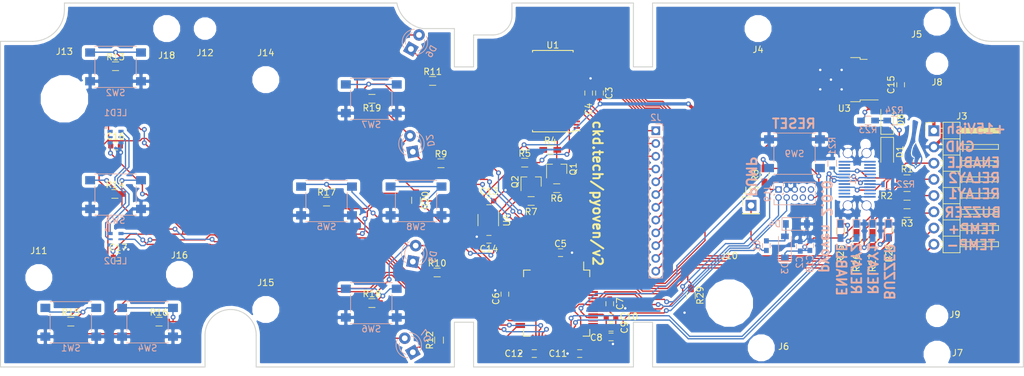
<source format=kicad_pcb>
(kicad_pcb (version 20171130) (host pcbnew "(5.0.0-3-g5ebb6b6)")
  (layers (0 F.Cu signal) (31 B.Cu signal) (34 B.Paste user) (35 F.Paste user) (36 B.SilkS user) (37 F.SilkS user) (38 B.Mask user) (39 F.Mask user) (44 Edge.Cuts user))
  (net 0 "")
  (net 1 /RELAY2)
  (net 2 "Net-(J3-Pad4)")
  (net 3 "Net-(J3-Pad5)")
  (net 4 /RELAY1)
  (net 5 /BUZZER)
  (net 6 "Net-(J3-Pad6)")
  (net 7 /TEMP-)
  (net 8 /ENABLE)
  (net 9 GNDPWR)
  (net 10 +VDC)
  (net 11 "Net-(C1-Pad1)")
  (net 12 /PUMP)
  (net 13 "Net-(J10-Pad1)")
  (net 14 "Net-(J4-Pad1)")
  (net 15 "Net-(J5-Pad1)")
  (net 16 "Net-(J6-Pad1)")
  (net 17 "Net-(J7-Pad1)")
  (net 18 "Net-(J8-Pad1)")
  (net 19 "Net-(J9-Pad1)")
  (net 20 "Net-(U1-Pad48)")
  (net 21 "Net-(U1-Pad47)")
  (net 22 "Net-(U1-Pad46)")
  (net 23 "Net-(U1-Pad45)")
  (net 24 "Net-(U1-Pad44)")
  (net 25 "Net-(U1-Pad43)")
  (net 26 "Net-(U1-Pad42)")
  (net 27 "Net-(U1-Pad41)")
  (net 28 "Net-(U1-Pad40)")
  (net 29 "Net-(U1-Pad39)")
  (net 30 "Net-(U1-Pad38)")
  (net 31 "Net-(U1-Pad37)")
  (net 32 "Net-(U1-Pad36)")
  (net 33 "Net-(U1-Pad35)")
  (net 34 "Net-(U1-Pad34)")
  (net 35 "Net-(U1-Pad33)")
  (net 36 "Net-(U1-Pad32)")
  (net 37 "Net-(U1-Pad31)")
  (net 38 "Net-(U1-Pad30)")
  (net 39 "Net-(U1-Pad29)")
  (net 40 "Net-(U1-Pad28)")
  (net 41 "Net-(U1-Pad27)")
  (net 42 "Net-(U1-Pad26)")
  (net 43 "Net-(U1-Pad14)")
  (net 44 "Net-(U1-Pad5)")
  (net 45 "Net-(U1-Pad4)")
  (net 46 "Net-(U1-Pad3)")
  (net 47 "Net-(U1-Pad2)")
  (net 48 "Net-(U1-Pad1)")
  (net 49 "Net-(U2-Pad60)")
  (net 50 "Net-(U2-Pad59)")
  (net 51 "Net-(U2-Pad55)")
  (net 52 "Net-(U2-Pad51)")
  (net 53 "Net-(U2-Pad50)")
  (net 54 "Net-(U2-Pad44)")
  (net 55 "Net-(U2-Pad43)")
  (net 56 "Net-(U2-Pad42)")
  (net 57 "Net-(U2-Pad41)")
  (net 58 "Net-(U2-Pad40)")
  (net 59 "Net-(U2-Pad39)")
  (net 60 "Net-(U2-Pad38)")
  (net 61 "Net-(U2-Pad37)")
  (net 62 "Net-(U2-Pad23)")
  (net 63 "Net-(U2-Pad20)")
  (net 64 "Net-(U2-Pad17)")
  (net 65 "Net-(U2-Pad14)")
  (net 66 "Net-(U2-Pad10)")
  (net 67 "Net-(U2-Pad9)")
  (net 68 "Net-(U2-Pad6)")
  (net 69 "Net-(U2-Pad4)")
  (net 70 "Net-(U2-Pad3)")
  (net 71 "Net-(U2-Pad2)")
  (net 72 "Net-(J13-Pad1)")
  (net 73 "Net-(J11-Pad1)")
  (net 74 "Net-(J12-Pad1)")
  (net 75 "Net-(J18-Pad1)")
  (net 76 "Net-(J14-Pad1)")
  (net 77 "Net-(J15-Pad1)")
  (net 78 "Net-(J16-Pad1)")
  (net 79 +5V)
  (net 80 /SCL_3V)
  (net 81 +3V3)
  (net 82 /COM0)
  (net 83 /COM1)
  (net 84 /COM2)
  (net 85 /COM3)
  (net 86 /SEG0)
  (net 87 /SEG1)
  (net 88 /SEG2)
  (net 89 /SEG3)
  (net 90 /SEG4)
  (net 91 /SEG5)
  (net 92 /SEG6)
  (net 93 /SEG7)
  (net 94 "Net-(D1-Pad2)")
  (net 95 /DO)
  (net 96 /CO)
  (net 97 /CI)
  (net 98 /DI)
  (net 99 "Net-(LED1-Pad1)")
  (net 100 "Net-(LED1-Pad2)")
  (net 101 "Net-(U4-Pad4)")
  (net 102 "Net-(D7-Pad1)")
  (net 103 "Net-(D6-Pad1)")
  (net 104 "Net-(D5-Pad1)")
  (net 105 "Net-(D2-Pad1)")
  (net 106 /nReset)
  (net 107 "Net-(J19-Pad9)")
  (net 108 "Net-(J19-Pad8)")
  (net 109 "Net-(J19-Pad7)")
  (net 110 "Net-(J19-Pad6)")
  (net 111 /SWDCLK)
  (net 112 /SWDIO)
  (net 113 /D+)
  (net 114 /D-)
  (net 115 /SCL_5V)
  (net 116 /SDA_3V)
  (net 117 /SDA_5V)
  (net 118 /FAR_LEFT_LED)
  (net 119 /FAR_RIGHT_LED)
  (net 120 /LEFT_LED)
  (net 121 /RIGHT_LED)
  (net 122 /TEMP)
  (net 123 /UNITS)
  (net 124 /FROZEN)
  (net 125 /MORE)
  (net 126 /START)
  (net 127 /DEC)
  (net 128 /TIME)
  (net 129 /INC)
  (net 130 "Net-(J1-PadA2)")
  (net 131 "Net-(J1-PadA3)")
  (net 132 "Net-(J1-PadA5)")
  (net 133 "Net-(J1-PadA8)")
  (net 134 "Net-(J1-PadA10)")
  (net 135 "Net-(J1-PadA11)")
  (net 136 "Net-(J1-PadB2)")
  (net 137 "Net-(J1-PadB3)")
  (net 138 "Net-(J1-PadB5)")
  (net 139 "Net-(J1-PadB8)")
  (net 140 "Net-(J1-PadB10)")
  (net 141 "Net-(J1-PadB11)")
  (net 142 "Net-(U2-Pad31)")
  (net 143 "Net-(U2-Pad29)")
  (net 144 /TOASTER_5V)
  (net 145 "Net-(R23-Pad2)")
  (net 146 "Net-(D12-Pad2)")
  (net 147 "Net-(D11-Pad2)")
  (net 148 "Net-(D10-Pad2)")
  (net 149 "Net-(D9-Pad2)")
  (net 150 "Net-(C10-Pad1)")
  (module Mounting_Holes:MountingHole_6.4mm_M6 (layer F.Cu) (at 110 58)
    (fp_text reference J13 (at 0 -7.4) (layer F.SilkS))
    (fp_text value Conn_01x01)
    (pad 1 np_thru_hole circle (at 0 0) (size 6.4 6.4) (drill 6.4) (layers *.Cu *.Mask) (net 72 "Net-(J13-Pad1)"))
  )
  (module Mounting_Holes:MountingHole_6.4mm_M6 (layer F.Cu) (at 214 90)
    (fp_text reference J10 (at 0 -7.4) (layer F.SilkS))
    (fp_text value Conn_01x01)
    (pad 1 np_thru_hole circle (at 0 0) (size 6.4 6.4) (drill 6.4) (layers *.Cu *.Mask) (net 13 "Net-(J10-Pad1)"))
  )
  (module jae:DX07S024WJ3-OSHPARK-HS (layer B.Cu) (at 235.3 70.6 90)
    (fp_text reference J1 (at 0 -2 90) (layer B.SilkS) (effects (justify mirror)))
    (fp_text value USB_C_Receptacle)
    (pad "" np_thru_hole circle (at -5.5 0 90) (size 0.63 0.63) (drill 0.63) (layers *.Cu *.Mask))
    (pad "" np_thru_hole circle (at 5.5 0 90) (size 0.63 0.63) (drill 0.63) (layers *.Cu *.Mask))
    (pad S1 thru_hole circle (at -4.1 0.17 90) (size 1.55 1.55) (drill 1.35) (layers *.Cu *.Mask) (net 9 GNDPWR))
    (pad S1 thru_hole circle (at -4.1 -2.77 90) (size 1.55 1.55) (drill 1.35) (layers *.Cu *.Mask) (net 9 GNDPWR))
    (pad S1 thru_hole circle (at 4.1 0.17 90) (size 1.55 1.55) (drill 1.35) (layers *.Cu *.Mask) (net 9 GNDPWR))
    (pad S1 thru_hole circle (at 4.1 -2.77 90) (size 1.55 1.55) (drill 1.35) (layers *.Cu *.Mask) (net 9 GNDPWR))
    (pad A1 smd rect (at -2.75 0.7 90) (size 0.27 1.8) (layers B.Cu B.Paste B.Mask) (net 9 GNDPWR))
    (pad A2 smd rect (at -2.25 0.7 90) (size 0.27 1.8) (layers B.Cu B.Paste B.Mask) (net 130 "Net-(J1-PadA2)"))
    (pad A3 smd rect (at -1.75 0.7 90) (size 0.27 1.8) (layers B.Cu B.Paste B.Mask) (net 131 "Net-(J1-PadA3)"))
    (pad A4 smd rect (at -1.25 0.7 90) (size 0.27 1.8) (layers B.Cu B.Paste B.Mask) (net 94 "Net-(D1-Pad2)"))
    (pad A5 smd rect (at -0.75 0.7 90) (size 0.27 1.8) (layers B.Cu B.Paste B.Mask) (net 132 "Net-(J1-PadA5)"))
    (pad A6 smd rect (at -0.25 0.7 90) (size 0.27 1.8) (layers B.Cu B.Paste B.Mask) (net 113 /D+))
    (pad A7 smd rect (at 0.25 0.7 90) (size 0.27 1.8) (layers B.Cu B.Paste B.Mask) (net 114 /D-))
    (pad A8 smd rect (at 0.75 0.7 90) (size 0.27 1.8) (layers B.Cu B.Paste B.Mask) (net 133 "Net-(J1-PadA8)"))
    (pad A9 smd rect (at 1.25 0.7 90) (size 0.27 1.8) (layers B.Cu B.Paste B.Mask) (net 94 "Net-(D1-Pad2)"))
    (pad A10 smd rect (at 1.75 0.7 90) (size 0.27 1.8) (layers B.Cu B.Paste B.Mask) (net 134 "Net-(J1-PadA10)"))
    (pad A11 smd rect (at 2.25 0.7 90) (size 0.27 1.8) (layers B.Cu B.Paste B.Mask) (net 135 "Net-(J1-PadA11)"))
    (pad A12 smd rect (at 2.75 0.7 90) (size 0.27 1.8) (layers B.Cu B.Paste B.Mask) (net 9 GNDPWR))
    (pad B1 smd rect (at 2.75 -3.3 90) (size 0.27 1.8) (layers B.Cu B.Paste B.Mask) (net 9 GNDPWR))
    (pad B2 smd rect (at 2.25 -3.3 90) (size 0.27 1.8) (layers B.Cu B.Paste B.Mask) (net 136 "Net-(J1-PadB2)"))
    (pad B3 smd rect (at 1.75 -3.3 90) (size 0.27 1.8) (layers B.Cu B.Paste B.Mask) (net 137 "Net-(J1-PadB3)"))
    (pad B4 smd rect (at 1.25 -3.3 90) (size 0.27 1.8) (layers B.Cu B.Paste B.Mask) (net 94 "Net-(D1-Pad2)"))
    (pad B5 smd rect (at 0.75 -3.3 90) (size 0.27 1.8) (layers B.Cu B.Paste B.Mask) (net 138 "Net-(J1-PadB5)"))
    (pad B6 smd rect (at 0.25 -3.3 90) (size 0.27 1.8) (layers B.Cu B.Paste B.Mask) (net 113 /D+))
    (pad B7 smd rect (at -0.25 -3.3 90) (size 0.27 1.8) (layers B.Cu B.Paste B.Mask) (net 114 /D-))
    (pad B8 smd rect (at -0.75 -3.3 90) (size 0.27 1.8) (layers B.Cu B.Paste B.Mask) (net 139 "Net-(J1-PadB8)"))
    (pad B9 smd rect (at -1.25 -3.3 90) (size 0.27 1.8) (layers B.Cu B.Paste B.Mask) (net 94 "Net-(D1-Pad2)"))
    (pad B10 smd rect (at -1.75 -3.3 90) (size 0.27 1.8) (layers B.Cu B.Paste B.Mask) (net 140 "Net-(J1-PadB10)"))
    (pad B11 smd rect (at -2.25 -3.3 90) (size 0.27 1.8) (layers B.Cu B.Paste B.Mask) (net 141 "Net-(J1-PadB11)"))
    (pad B12 smd rect (at -2.75 -3.3 90) (size 0.27 1.8) (layers B.Cu B.Paste B.Mask) (net 9 GNDPWR))
  )
  (module Capacitors_SMD:C_0603 (layer B.Cu) (at 226.6 81 90)
    (fp_text reference C18 (at -2.8 0 90) (layer B.SilkS) (effects (justify mirror)))
    (fp_text value 10uF)
    (pad 1 smd rect (at -0.75 0 90) (size 0.8 0.75) (layers B.Cu B.Paste B.Mask) (net 8 /ENABLE))
    (pad 2 smd rect (at 0.75 0 90) (size 0.8 0.75) (layers B.Cu B.Paste B.Mask) (net 9 GNDPWR))
  )
  (module Capacitors_SMD:C_0603 (layer F.Cu) (at 118.4 82.8)
    (fp_text reference C17 (at 0 -1.5) (layer F.SilkS))
    (fp_text value 0.1uF)
    (pad 2 smd rect (at 0.75 0) (size 0.8 0.75) (layers F.Cu F.Paste F.Mask) (net 9 GNDPWR))
    (pad 1 smd rect (at -0.75 0) (size 0.8 0.75) (layers F.Cu F.Paste F.Mask) (net 79 +5V))
  )
  (module Capacitors_SMD:C_0603 (layer F.Cu) (at 118 65.4)
    (fp_text reference C16 (at 0 -1.5) (layer F.SilkS))
    (fp_text value 0.1uF)
    (pad 1 smd rect (at -0.75 0) (size 0.8 0.75) (layers F.Cu F.Paste F.Mask) (net 79 +5V))
    (pad 2 smd rect (at 0.75 0) (size 0.8 0.75) (layers F.Cu F.Paste F.Mask) (net 9 GNDPWR))
  )
  (module Capacitors_SMD:C_0603 (layer F.Cu) (at 240.8 55.8 90)
    (fp_text reference C15 (at 0 -1.5 90) (layer F.SilkS))
    (fp_text value 1uF)
    (pad 1 smd rect (at -0.75 0 90) (size 0.8 0.75) (layers F.Cu F.Paste F.Mask) (net 10 +VDC))
    (pad 2 smd rect (at 0.75 0 90) (size 0.8 0.75) (layers F.Cu F.Paste F.Mask) (net 9 GNDPWR))
  )
  (module TO_SOT_Packages_SMD:TO-252-2 (layer F.Cu) (at 232 55 180)
    (fp_text reference U3 (at 0 -4.5 180) (layer F.SilkS))
    (fp_text value L7805)
    (pad 2 smd rect (at 0.425 1.525 180) (size 3.05 2.75) (layers F.Cu F.Paste) (net 9 GNDPWR))
    (pad 2 smd rect (at 3.775 -1.525 180) (size 3.05 2.75) (layers F.Cu F.Paste) (net 9 GNDPWR))
    (pad 2 smd rect (at 0.425 -1.525 180) (size 3.05 2.75) (layers F.Cu F.Paste) (net 9 GNDPWR))
    (pad 2 smd rect (at 3.775 1.525 180) (size 3.05 2.75) (layers F.Cu F.Paste) (net 9 GNDPWR))
    (pad 2 smd rect (at 2.1 0 180) (size 6.4 5.8) (layers F.Cu F.Mask) (net 9 GNDPWR))
    (pad 3 smd rect (at -4.2 2.28 180) (size 2.2 1.2) (layers F.Cu F.Paste F.Mask) (net 144 /TOASTER_5V))
    (pad 1 smd rect (at -4.2 -2.28 180) (size 2.2 1.2) (layers F.Cu F.Paste F.Mask) (net 10 +VDC))
  )
  (module Resistors_SMD:R_0603_HandSoldering (layer F.Cu) (at 208 88.8 270)
    (fp_text reference R29 (at 0 -1.45 270) (layer F.SilkS))
    (fp_text value 10k)
    (pad 2 smd rect (at 1.1 0 270) (size 1.2 0.9) (layers F.Cu F.Paste F.Mask) (net 9 GNDPWR))
    (pad 1 smd rect (at -1.1 0 270) (size 1.2 0.9) (layers F.Cu F.Paste F.Mask) (net 7 /TEMP-))
  )
  (module apa102:APA102-2020 (layer B.Cu) (at 118 80)
    (fp_text reference LED2 (at 0 3.4) (layer B.SilkS) (effects (justify mirror)))
    (fp_text value APA102)
    (pad 4 smd rect (at 0.85 0.9) (size 0.8 0.5) (layers B.Cu B.Paste B.Mask) (net 9 GNDPWR))
    (pad 5 smd rect (at 0.85 0) (size 0.8 0.3) (layers B.Cu B.Paste B.Mask) (net 97 /CI))
    (pad 6 smd rect (at 0.85 -0.9) (size 0.8 0.5) (layers B.Cu B.Paste B.Mask) (net 98 /DI))
    (pad 1 smd rect (at -0.85 -0.9) (size 0.8 0.5) (layers B.Cu B.Paste B.Mask) (net 95 /DO))
    (pad 2 smd rect (at -0.85 0) (size 0.8 0.3) (layers B.Cu B.Paste B.Mask) (net 96 /CO))
    (pad 3 smd rect (at -0.85 0.9) (size 0.8 0.5) (layers B.Cu B.Paste B.Mask) (net 79 +5V))
  )
  (module apa102:APA102-2020 (layer B.Cu) (at 118 64)
    (fp_text reference LED1 (at 0 -3.81) (layer B.SilkS) (effects (justify mirror)))
    (fp_text value APA102)
    (pad 4 smd rect (at 0.85 0.9) (size 0.8 0.5) (layers B.Cu B.Paste B.Mask) (net 9 GNDPWR))
    (pad 5 smd rect (at 0.85 0) (size 0.8 0.3) (layers B.Cu B.Paste B.Mask) (net 96 /CO))
    (pad 6 smd rect (at 0.85 -0.9) (size 0.8 0.5) (layers B.Cu B.Paste B.Mask) (net 95 /DO))
    (pad 1 smd rect (at -0.85 -0.9) (size 0.8 0.5) (layers B.Cu B.Paste B.Mask) (net 99 "Net-(LED1-Pad1)"))
    (pad 2 smd rect (at -0.85 0) (size 0.8 0.3) (layers B.Cu B.Paste B.Mask) (net 100 "Net-(LED1-Pad2)"))
    (pad 3 smd rect (at -0.85 0.9) (size 0.8 0.5) (layers B.Cu B.Paste B.Mask) (net 79 +5V))
  )
  (module Resistors_SMD:R_0603 (layer B.Cu) (at 230.1 68.1 90)
    (fp_text reference R21 (at 2.7 0 90) (layer B.SilkS) (effects (justify mirror)))
    (fp_text value 5.1k)
    (pad 1 smd rect (at -0.75 0 90) (size 0.5 0.9) (layers B.Cu B.Paste B.Mask) (net 138 "Net-(J1-PadB5)"))
    (pad 2 smd rect (at 0.75 0 90) (size 0.5 0.9) (layers B.Cu B.Paste B.Mask) (net 9 GNDPWR))
  )
  (module Resistors_SMD:R_0603 (layer B.Cu) (at 238.8 71.4)
    (fp_text reference R22 (at 2.8 0) (layer B.SilkS) (effects (justify mirror)))
    (fp_text value 5.1k)
    (pad 2 smd rect (at 0.75 0) (size 0.5 0.9) (layers B.Cu B.Paste B.Mask) (net 9 GNDPWR))
    (pad 1 smd rect (at -0.75 0) (size 0.5 0.9) (layers B.Cu B.Paste B.Mask) (net 132 "Net-(J1-PadA5)"))
  )
  (module Diodes_SMD:D_SOD-123 (layer F.Cu) (at 238.7 66.3 270)
    (fp_text reference D1 (at 0 -2 270) (layer F.SilkS))
    (fp_text value MBR120)
    (pad 1 smd rect (at -1.65 0 270) (size 0.9 1.2) (layers F.Cu F.Paste F.Mask) (net 79 +5V))
    (pad 2 smd rect (at 1.65 0 270) (size 0.9 1.2) (layers F.Cu F.Paste F.Mask) (net 94 "Net-(D1-Pad2)"))
  )
  (module Diodes_SMD:D_SOD-123 (layer B.Cu) (at 222.7 81.2 90)
    (fp_text reference D3 (at -3.3 0 90) (layer B.SilkS) (effects (justify mirror)))
    (fp_text value MBR120)
    (pad 2 smd rect (at 1.65 0 90) (size 0.9 1.2) (layers B.Cu B.Paste B.Mask) (net 11 "Net-(C1-Pad1)"))
    (pad 1 smd rect (at -1.65 0 90) (size 0.9 1.2) (layers B.Cu B.Paste B.Mask) (net 8 /ENABLE))
  )
  (module Diodes_SMD:D_SOD-123 (layer B.Cu) (at 224.5 77.6)
    (fp_text reference D4 (at -3.4 0) (layer B.SilkS) (effects (justify mirror)))
    (fp_text value MBR120)
    (pad 1 smd rect (at -1.65 0) (size 0.9 1.2) (layers B.Cu B.Paste B.Mask) (net 11 "Net-(C1-Pad1)"))
    (pad 2 smd rect (at 1.65 0) (size 0.9 1.2) (layers B.Cu B.Paste B.Mask) (net 9 GNDPWR))
  )
  (module Diodes_SMD:D_SOD-123 (layer F.Cu) (at 238.7 61.3 90)
    (fp_text reference D8 (at 0 2.1 90) (layer F.SilkS))
    (fp_text value MBR120)
    (pad 2 smd rect (at 1.65 0 90) (size 0.9 1.2) (layers F.Cu F.Paste F.Mask) (net 144 /TOASTER_5V))
    (pad 1 smd rect (at -1.65 0 90) (size 0.9 1.2) (layers F.Cu F.Paste F.Mask) (net 79 +5V))
  )
  (module LEDs:LED_0603_HandSoldering (layer B.Cu) (at 231.4 78.7 270)
    (fp_text reference D9 hide)
    (fp_text value SMD)
    (pad 1 smd rect (at -1.1 0 270) (size 1.2 0.9) (layers B.Cu B.Paste B.Mask) (net 9 GNDPWR))
    (pad 2 smd rect (at 1.1 0 270) (size 1.2 0.9) (layers B.Cu B.Paste B.Mask) (net 149 "Net-(D9-Pad2)"))
  )
  (module LEDs:LED_0603_HandSoldering (layer B.Cu) (at 233.9 78.7 270)
    (fp_text reference D10 hide)
    (fp_text value SMD)
    (pad 2 smd rect (at 1.1 0 270) (size 1.2 0.9) (layers B.Cu B.Paste B.Mask) (net 148 "Net-(D10-Pad2)"))
    (pad 1 smd rect (at -1.1 0 270) (size 1.2 0.9) (layers B.Cu B.Paste B.Mask) (net 9 GNDPWR))
  )
  (module LEDs:LED_0603_HandSoldering (layer B.Cu) (at 236.4 78.7 270)
    (fp_text reference D11 hide)
    (fp_text value SMD)
    (pad 1 smd rect (at -1.1 0 270) (size 1.2 0.9) (layers B.Cu B.Paste B.Mask) (net 9 GNDPWR))
    (pad 2 smd rect (at 1.1 0 270) (size 1.2 0.9) (layers B.Cu B.Paste B.Mask) (net 147 "Net-(D11-Pad2)"))
  )
  (module LEDs:LED_0603_HandSoldering (layer B.Cu) (at 238.9 78.7 270)
    (fp_text reference D12 hide)
    (fp_text value SMD)
    (pad 2 smd rect (at 1.1 0 270) (size 1.2 0.9) (layers B.Cu B.Paste B.Mask) (net 146 "Net-(D12-Pad2)"))
    (pad 1 smd rect (at -1.1 0 270) (size 1.2 0.9) (layers B.Cu B.Paste B.Mask) (net 9 GNDPWR))
  )
  (module Pin_Headers:Pin_Header_Straight_1x01_Pitch2.54mm (layer F.Cu) (at 217.4 74.7)
    (fp_text reference J17 (at 0 -2.33) (layer F.SilkS))
    (fp_text value Conn_01x01)
    (pad 1 thru_hole rect (at 0 0) (size 1.7 1.7) (drill 1) (layers *.Cu *.Mask) (net 12 /PUMP))
  )
  (module Resistors_SMD:R_0603_HandSoldering (layer B.Cu) (at 235.7 61.4)
    (fp_text reference R23 (at 0 1.45) (layer B.SilkS) (effects (justify mirror)))
    (fp_text value 2.2k)
    (pad 1 smd rect (at -1.1 0) (size 1.2 0.9) (layers B.Cu B.Paste B.Mask) (net 144 /TOASTER_5V))
    (pad 2 smd rect (at 1.1 0) (size 1.2 0.9) (layers B.Cu B.Paste B.Mask) (net 145 "Net-(R23-Pad2)"))
  )
  (module Resistors_SMD:R_0603_HandSoldering (layer B.Cu) (at 239.8 61.4)
    (fp_text reference R24 (at 0 -1.6) (layer B.SilkS) (effects (justify mirror)))
    (fp_text value 3.3k)
    (pad 2 smd rect (at 1.1 0) (size 1.2 0.9) (layers B.Cu B.Paste B.Mask) (net 9 GNDPWR))
    (pad 1 smd rect (at -1.1 0) (size 1.2 0.9) (layers B.Cu B.Paste B.Mask) (net 145 "Net-(R23-Pad2)"))
  )
  (module Resistors_SMD:R_0603_HandSoldering (layer F.Cu) (at 231.4 78.7 90)
    (fp_text reference R25 (at -3.6 0 90) (layer F.SilkS))
    (fp_text value 1k)
    (pad 1 smd rect (at -1.1 0 90) (size 1.2 0.9) (layers F.Cu F.Paste F.Mask) (net 8 /ENABLE))
    (pad 2 smd rect (at 1.1 0 90) (size 1.2 0.9) (layers F.Cu F.Paste F.Mask) (net 149 "Net-(D9-Pad2)"))
  )
  (module Resistors_SMD:R_0603_HandSoldering (layer F.Cu) (at 233.9 80.1 90)
    (fp_text reference R26 (at -3.6 0 270) (layer F.SilkS))
    (fp_text value 1k)
    (pad 2 smd rect (at 1.1 0 90) (size 1.2 0.9) (layers F.Cu F.Paste F.Mask) (net 148 "Net-(D10-Pad2)"))
    (pad 1 smd rect (at -1.1 0 90) (size 1.2 0.9) (layers F.Cu F.Paste F.Mask) (net 1 /RELAY2))
  )
  (module Resistors_SMD:R_0603_HandSoldering (layer F.Cu) (at 236.4 80.1 90)
    (fp_text reference R27 (at -3.6 0 270) (layer F.SilkS))
    (fp_text value 1k)
    (pad 1 smd rect (at -1.1 0 90) (size 1.2 0.9) (layers F.Cu F.Paste F.Mask) (net 4 /RELAY1))
    (pad 2 smd rect (at 1.1 0 90) (size 1.2 0.9) (layers F.Cu F.Paste F.Mask) (net 147 "Net-(D11-Pad2)"))
  )
  (module Resistors_SMD:R_0603_HandSoldering (layer F.Cu) (at 239 78.6 90)
    (fp_text reference R28 (at -3.6 0 90) (layer F.SilkS))
    (fp_text value 1k)
    (pad 2 smd rect (at 1.1 0 90) (size 1.2 0.9) (layers F.Cu F.Paste F.Mask) (net 146 "Net-(D12-Pad2)"))
    (pad 1 smd rect (at -1.1 0 90) (size 1.2 0.9) (layers F.Cu F.Paste F.Mask) (net 5 /BUZZER))
  )
  (module Resistors_SMD:R_0603_HandSoldering (layer F.Cu) (at 118 52.9)
    (fp_text reference R13 (at 0 -1.45) (layer F.SilkS))
    (fp_text value 10k)
    (pad 1 smd rect (at -1.1 0) (size 1.2 0.9) (layers F.Cu F.Paste F.Mask) (net 81 +3V3))
    (pad 2 smd rect (at 1.1 0) (size 1.2 0.9) (layers F.Cu F.Paste F.Mask) (net 125 /MORE))
  )
  (module Resistors_SMD:R_0603_HandSoldering (layer F.Cu) (at 117.9 72.9)
    (fp_text reference R14 (at 0 -1.45) (layer F.SilkS))
    (fp_text value 10k)
    (pad 2 smd rect (at 1.1 0) (size 1.2 0.9) (layers F.Cu F.Paste F.Mask) (net 126 /START))
    (pad 1 smd rect (at -1.1 0) (size 1.2 0.9) (layers F.Cu F.Paste F.Mask) (net 81 +3V3))
  )
  (module Resistors_SMD:R_0603_HandSoldering (layer F.Cu) (at 111 92.9)
    (fp_text reference R15 (at 0 -1.45) (layer F.SilkS))
    (fp_text value 10k)
    (pad 1 smd rect (at -1.1 0) (size 1.2 0.9) (layers F.Cu F.Paste F.Mask) (net 81 +3V3))
    (pad 2 smd rect (at 1.1 0) (size 1.2 0.9) (layers F.Cu F.Paste F.Mask) (net 124 /FROZEN))
  )
  (module Resistors_SMD:R_0603_HandSoldering (layer F.Cu) (at 124.8 92.9)
    (fp_text reference R16 (at 0 -1.45) (layer F.SilkS))
    (fp_text value 10k)
    (pad 2 smd rect (at 1.1 0) (size 1.2 0.9) (layers F.Cu F.Paste F.Mask) (net 123 /UNITS))
    (pad 1 smd rect (at -1.1 0) (size 1.2 0.9) (layers F.Cu F.Paste F.Mask) (net 81 +3V3))
  )
  (module Resistors_SMD:R_0603_HandSoldering (layer F.Cu) (at 151 74.1)
    (fp_text reference R17 (at 0 -1.45) (layer F.SilkS))
    (fp_text value 10k)
    (pad 1 smd rect (at -1.1 0) (size 1.2 0.9) (layers F.Cu F.Paste F.Mask) (net 81 +3V3))
    (pad 2 smd rect (at 1.1 0) (size 1.2 0.9) (layers F.Cu F.Paste F.Mask) (net 127 /DEC))
  )
  (module Resistors_SMD:R_0603_HandSoldering (layer F.Cu) (at 158.1 90)
    (fp_text reference R18 (at 0 -1.45) (layer F.SilkS))
    (fp_text value 10k)
    (pad 2 smd rect (at 1.1 0) (size 1.2 0.9) (layers F.Cu F.Paste F.Mask) (net 122 /TEMP))
    (pad 1 smd rect (at -1.1 0) (size 1.2 0.9) (layers F.Cu F.Paste F.Mask) (net 81 +3V3))
  )
  (module Resistors_SMD:R_0603_HandSoldering (layer F.Cu) (at 158.1 58 180)
    (fp_text reference R19 (at 0 -1.45 180) (layer F.SilkS))
    (fp_text value 10k)
    (pad 1 smd rect (at -1.1 0 180) (size 1.2 0.9) (layers F.Cu F.Paste F.Mask) (net 81 +3V3))
    (pad 2 smd rect (at 1.1 0 180) (size 1.2 0.9) (layers F.Cu F.Paste F.Mask) (net 128 /TIME))
  )
  (module Resistors_SMD:R_0603_HandSoldering (layer F.Cu) (at 165 73.9 270)
    (fp_text reference R20 (at 0 -1.45 270) (layer F.SilkS))
    (fp_text value 10k)
    (pad 2 smd rect (at 1.1 0 270) (size 1.2 0.9) (layers F.Cu F.Paste F.Mask) (net 129 /INC))
    (pad 1 smd rect (at -1.1 0 270) (size 1.2 0.9) (layers F.Cu F.Paste F.Mask) (net 81 +3V3))
  )
  (module Buttons_Switches_SMD:SW_SPST_PTS645 (layer B.Cu) (at 224.2 66.6 180)
    (fp_text reference SW9 (at 0 0 180) (layer B.SilkS) (effects (justify mirror)))
    (fp_text value Reset)
    (pad 2 smd rect (at 3.98 -2.25 180) (size 1.55 1.3) (layers B.Cu B.Paste B.Mask) (net 106 /nReset))
    (pad 1 smd rect (at 3.98 2.25 180) (size 1.55 1.3) (layers B.Cu B.Paste B.Mask) (net 9 GNDPWR))
    (pad 1 smd rect (at -3.98 2.25 180) (size 1.55 1.3) (layers B.Cu B.Paste B.Mask) (net 9 GNDPWR))
    (pad 2 smd rect (at -3.98 -2.25 180) (size 1.55 1.3) (layers B.Cu B.Paste B.Mask) (net 106 /nReset))
  )
  (module Pin_Headers:Pin_Header_Angled_1x08_Pitch2.54mm (layer F.Cu) (at 246 63)
    (fp_text reference J3 (at 4.385 -2.27) (layer F.SilkS))
    (fp_text value Conn_01x08)
    (pad 8 thru_hole oval (at 0 17.78) (size 1.7 1.7) (drill 1) (layers *.Cu *.Mask) (net 7 /TEMP-))
    (pad 7 thru_hole oval (at 0 15.24) (size 1.7 1.7) (drill 1) (layers *.Cu *.Mask) (net 81 +3V3))
    (pad 6 thru_hole oval (at 0 12.7) (size 1.7 1.7) (drill 1) (layers *.Cu *.Mask) (net 6 "Net-(J3-Pad6)"))
    (pad 5 thru_hole oval (at 0 10.16) (size 1.7 1.7) (drill 1) (layers *.Cu *.Mask) (net 3 "Net-(J3-Pad5)"))
    (pad 4 thru_hole oval (at 0 7.62) (size 1.7 1.7) (drill 1) (layers *.Cu *.Mask) (net 2 "Net-(J3-Pad4)"))
    (pad 3 thru_hole oval (at 0 5.08) (size 1.7 1.7) (drill 1) (layers *.Cu *.Mask) (net 8 /ENABLE))
    (pad 2 thru_hole oval (at 0 2.54) (size 1.7 1.7) (drill 1) (layers *.Cu *.Mask) (net 9 GNDPWR))
    (pad 1 thru_hole rect (at 0 0) (size 1.7 1.7) (drill 1) (layers *.Cu *.Mask) (net 10 +VDC))
  )
  (module Capacitors_SMD:C_0603 (layer F.Cu) (at 176.4 80 180)
    (fp_text reference C14 (at 0 -1.5 180) (layer F.SilkS))
    (fp_text value 1uF)
    (pad 2 smd rect (at 0.75 0 180) (size 0.8 0.75) (layers F.Cu F.Paste F.Mask) (net 9 GNDPWR))
    (pad 1 smd rect (at -0.75 0 180) (size 0.8 0.75) (layers F.Cu F.Paste F.Mask) (net 81 +3V3))
  )
  (module Capacitors_SMD:C_0603 (layer F.Cu) (at 176.4 74)
    (fp_text reference C13 (at 0 -1.5) (layer F.SilkS))
    (fp_text value 1uF)
    (pad 1 smd rect (at -0.75 0) (size 0.8 0.75) (layers F.Cu F.Paste F.Mask) (net 79 +5V))
    (pad 2 smd rect (at 0.75 0) (size 0.8 0.75) (layers F.Cu F.Paste F.Mask) (net 9 GNDPWR))
  )
  (module LEDs:LED_D3.0mm (layer B.Cu) (at 164.5 66.3 100)
    (fp_text reference D2 (at 1.27 2.96 100) (layer B.SilkS) (effects (justify mirror)))
    (fp_text value LED_Small_ALT)
    (pad 1 thru_hole rect (at 0 0 100) (size 1.8 1.8) (drill 0.9) (layers *.Cu *.Mask) (net 105 "Net-(D2-Pad1)"))
    (pad 2 thru_hole circle (at 2.54 0 100) (size 1.8 1.8) (drill 0.9) (layers *.Cu *.Mask) (net 81 +3V3))
  )
  (module LEDs:LED_D3.0mm (layer B.Cu) (at 164.5 83.5 80)
    (fp_text reference D5 (at 1.27 2.96 80) (layer B.SilkS) (effects (justify mirror)))
    (fp_text value LED_Small_ALT)
    (pad 2 thru_hole circle (at 2.54 0 80) (size 1.8 1.8) (drill 0.9) (layers *.Cu *.Mask) (net 81 +3V3))
    (pad 1 thru_hole rect (at 0 0 80) (size 1.8 1.8) (drill 0.9) (layers *.Cu *.Mask) (net 104 "Net-(D5-Pad1)"))
  )
  (module LEDs:LED_D3.0mm (layer B.Cu) (at 164.2 50.2 60)
    (fp_text reference D6 (at 1.27 2.96 60) (layer B.SilkS) (effects (justify mirror)))
    (fp_text value LED_Small_ALT)
    (pad 1 thru_hole rect (at 0 0 60) (size 1.8 1.8) (drill 0.9) (layers *.Cu *.Mask) (net 103 "Net-(D6-Pad1)"))
    (pad 2 thru_hole circle (at 2.54 0 60) (size 1.8 1.8) (drill 0.9) (layers *.Cu *.Mask) (net 81 +3V3))
  )
  (module LEDs:LED_D3.0mm (layer B.Cu) (at 164.5 97.7 120)
    (fp_text reference D7 (at 1.27 2.96 120) (layer B.SilkS) (effects (justify mirror)))
    (fp_text value LED_Small_ALT)
    (pad 2 thru_hole circle (at 2.54 0 120) (size 1.8 1.8) (drill 0.9) (layers *.Cu *.Mask) (net 81 +3V3))
    (pad 1 thru_hole rect (at 0 0 120) (size 1.8 1.8) (drill 0.9) (layers *.Cu *.Mask) (net 102 "Net-(D7-Pad1)"))
  )
  (module Pin_Headers:Pin_Header_Straight_2x05_Pitch1.27mm (layer B.Cu) (at 221.7 72.2 270)
    (fp_text reference J19 (at 0.635 1.695 270) (layer B.SilkS) (effects (justify mirror)))
    (fp_text value Conn_02x05_Odd_Even)
    (pad 10 thru_hole oval (at 1.27 -5.08 270) (size 1 1) (drill 0.65) (layers *.Cu *.Mask) (net 106 /nReset))
    (pad 9 thru_hole oval (at 0 -5.08 270) (size 1 1) (drill 0.65) (layers *.Cu *.Mask) (net 107 "Net-(J19-Pad9)"))
    (pad 8 thru_hole oval (at 1.27 -3.81 270) (size 1 1) (drill 0.65) (layers *.Cu *.Mask) (net 108 "Net-(J19-Pad8)"))
    (pad 7 thru_hole oval (at 0 -3.81 270) (size 1 1) (drill 0.65) (layers *.Cu *.Mask) (net 109 "Net-(J19-Pad7)"))
    (pad 6 thru_hole oval (at 1.27 -2.54 270) (size 1 1) (drill 0.65) (layers *.Cu *.Mask) (net 110 "Net-(J19-Pad6)"))
    (pad 5 thru_hole oval (at 0 -2.54 270) (size 1 1) (drill 0.65) (layers *.Cu *.Mask) (net 9 GNDPWR))
    (pad 4 thru_hole oval (at 1.27 -1.27 270) (size 1 1) (drill 0.65) (layers *.Cu *.Mask) (net 111 /SWDCLK))
    (pad 3 thru_hole oval (at 0 -1.27 270) (size 1 1) (drill 0.65) (layers *.Cu *.Mask) (net 9 GNDPWR))
    (pad 2 thru_hole oval (at 1.27 0 270) (size 1 1) (drill 0.65) (layers *.Cu *.Mask) (net 112 /SWDIO))
    (pad 1 thru_hole rect (at 0 0 270) (size 1 1) (drill 0.65) (layers *.Cu *.Mask) (net 81 +3V3))
  )
  (module Resistors_SMD:R_0603_HandSoldering (layer F.Cu) (at 168.9 68.1)
    (fp_text reference R9 (at 0 -1.45) (layer F.SilkS))
    (fp_text value 1k)
    (pad 1 smd rect (at -1.1 0) (size 1.2 0.9) (layers F.Cu F.Paste F.Mask) (net 105 "Net-(D2-Pad1)"))
    (pad 2 smd rect (at 1.1 0) (size 1.2 0.9) (layers F.Cu F.Paste F.Mask) (net 121 /RIGHT_LED))
  )
  (module Resistors_SMD:R_0603_HandSoldering (layer F.Cu) (at 168.3 85.2)
    (fp_text reference R10 (at 0 -1.45) (layer F.SilkS))
    (fp_text value 1k)
    (pad 2 smd rect (at 1.1 0) (size 1.2 0.9) (layers F.Cu F.Paste F.Mask) (net 120 /LEFT_LED))
    (pad 1 smd rect (at -1.1 0) (size 1.2 0.9) (layers F.Cu F.Paste F.Mask) (net 104 "Net-(D5-Pad1)"))
  )
  (module Resistors_SMD:R_0603_HandSoldering (layer F.Cu) (at 167.6 55.2)
    (fp_text reference R11 (at 0 -1.45) (layer F.SilkS))
    (fp_text value 1k)
    (pad 1 smd rect (at -1.1 0) (size 1.2 0.9) (layers F.Cu F.Paste F.Mask) (net 103 "Net-(D6-Pad1)"))
    (pad 2 smd rect (at 1.1 0) (size 1.2 0.9) (layers F.Cu F.Paste F.Mask) (net 119 /FAR_RIGHT_LED))
  )
  (module Resistors_SMD:R_0603_HandSoldering (layer F.Cu) (at 168.6 95.8 90)
    (fp_text reference R12 (at 0 -1.45 90) (layer F.SilkS))
    (fp_text value 1k)
    (pad 2 smd rect (at 1.1 0 90) (size 1.2 0.9) (layers F.Cu F.Paste F.Mask) (net 118 /FAR_LEFT_LED))
    (pad 1 smd rect (at -1.1 0 90) (size 1.2 0.9) (layers F.Cu F.Paste F.Mask) (net 102 "Net-(D7-Pad1)"))
  )
  (module TO_SOT_Packages_SMD:SOT-23-5 (layer F.Cu) (at 176.3 77 270)
    (fp_text reference U4 (at 0 -2.9 270) (layer F.SilkS))
    (fp_text value AP2204K-1.5)
    (pad 5 smd rect (at 1.1 -0.95 270) (size 1.06 0.65) (layers F.Cu F.Paste F.Mask) (net 81 +3V3))
    (pad 4 smd rect (at 1.1 0.95 270) (size 1.06 0.65) (layers F.Cu F.Paste F.Mask) (net 101 "Net-(U4-Pad4)"))
    (pad 3 smd rect (at -1.1 0.95 270) (size 1.06 0.65) (layers F.Cu F.Paste F.Mask) (net 79 +5V))
    (pad 2 smd rect (at -1.1 0 270) (size 1.06 0.65) (layers F.Cu F.Paste F.Mask) (net 9 GNDPWR))
    (pad 1 smd rect (at -1.1 -0.95 270) (size 1.06 0.65) (layers F.Cu F.Paste F.Mask) (net 79 +5V))
  )
  (module Resistors_SMD:R_0603_HandSoldering (layer F.Cu) (at 241.8 70.6 180)
    (fp_text reference R1 (at 0 1.6 180) (layer F.SilkS))
    (fp_text value 3.3k)
    (pad 1 smd rect (at -1.1 0 180) (size 1.2 0.9) (layers F.Cu F.Paste F.Mask) (net 2 "Net-(J3-Pad4)"))
    (pad 2 smd rect (at 1.1 0 180) (size 1.2 0.9) (layers F.Cu F.Paste F.Mask) (net 1 /RELAY2))
  )
  (module Resistors_SMD:R_0603_HandSoldering (layer F.Cu) (at 241.8 73.2 180)
    (fp_text reference R2 (at 3.2 0 180) (layer F.SilkS))
    (fp_text value 3.3k)
    (pad 2 smd rect (at 1.1 0 180) (size 1.2 0.9) (layers F.Cu F.Paste F.Mask) (net 4 /RELAY1))
    (pad 1 smd rect (at -1.1 0 180) (size 1.2 0.9) (layers F.Cu F.Paste F.Mask) (net 3 "Net-(J3-Pad5)"))
  )
  (module Resistors_SMD:R_0603_HandSoldering (layer F.Cu) (at 241.8 75.9 180)
    (fp_text reference R3 (at 0 -1.6 180) (layer F.SilkS))
    (fp_text value 3.3k)
    (pad 1 smd rect (at -1.1 0 180) (size 1.2 0.9) (layers F.Cu F.Paste F.Mask) (net 6 "Net-(J3-Pad6)"))
    (pad 2 smd rect (at 1.1 0 180) (size 1.2 0.9) (layers F.Cu F.Paste F.Mask) (net 5 /BUZZER))
  )
  (module Resistors_SMD:R_0603_HandSoldering (layer F.Cu) (at 186 66)
    (fp_text reference R4 (at 0 -1.45) (layer F.SilkS))
    (fp_text value 4.7k)
    (pad 2 smd rect (at 1.1 0) (size 1.2 0.9) (layers F.Cu F.Paste F.Mask) (net 117 /SDA_5V))
    (pad 1 smd rect (at -1.1 0) (size 1.2 0.9) (layers F.Cu F.Paste F.Mask) (net 79 +5V))
  )
  (module Resistors_SMD:R_0603_HandSoldering (layer F.Cu) (at 182 68)
    (fp_text reference R5 (at 0 -1.45) (layer F.SilkS))
    (fp_text value 4.7k)
    (pad 1 smd rect (at -1.1 0) (size 1.2 0.9) (layers F.Cu F.Paste F.Mask) (net 79 +5V))
    (pad 2 smd rect (at 1.1 0) (size 1.2 0.9) (layers F.Cu F.Paste F.Mask) (net 115 /SCL_5V))
  )
  (module Resistors_SMD:R_0603_HandSoldering (layer F.Cu) (at 187 72)
    (fp_text reference R6 (at 0 1.6) (layer F.SilkS))
    (fp_text value 4.7k)
    (pad 2 smd rect (at 1.1 0) (size 1.2 0.9) (layers F.Cu F.Paste F.Mask) (net 116 /SDA_3V))
    (pad 1 smd rect (at -1.1 0) (size 1.2 0.9) (layers F.Cu F.Paste F.Mask) (net 81 +3V3))
  )
  (module Resistors_SMD:R_0603_HandSoldering (layer F.Cu) (at 183 74)
    (fp_text reference R7 (at 0 1.7) (layer F.SilkS))
    (fp_text value 4.7k)
    (pad 1 smd rect (at -1.1 0) (size 1.2 0.9) (layers F.Cu F.Paste F.Mask) (net 81 +3V3))
    (pad 2 smd rect (at 1.1 0) (size 1.2 0.9) (layers F.Cu F.Paste F.Mask) (net 80 /SCL_3V))
  )
  (module Resistors_SMD:R_0603_HandSoldering (layer F.Cu) (at 219.5 70 90)
    (fp_text reference R8 (at 0 -1.45 90) (layer F.SilkS))
    (fp_text value 10k)
    (pad 2 smd rect (at 1.1 0 90) (size 1.2 0.9) (layers F.Cu F.Paste F.Mask) (net 106 /nReset))
    (pad 1 smd rect (at -1.1 0 90) (size 1.2 0.9) (layers F.Cu F.Paste F.Mask) (net 81 +3V3))
  )
  (module Capacitors_SMD:C_0603 (layer F.Cu) (at 183.5 97.9)
    (fp_text reference C12 (at -3.2 0) (layer F.SilkS))
    (fp_text value 0.1uF)
    (pad 2 smd rect (at 0.75 0) (size 0.8 0.75) (layers F.Cu F.Paste F.Mask) (net 81 +3V3))
    (pad 1 smd rect (at -0.75 0) (size 0.8 0.75) (layers F.Cu F.Paste F.Mask) (net 9 GNDPWR))
  )
  (module Capacitors_SMD:C_0603 (layer F.Cu) (at 195.5 92.3)
    (fp_text reference C10 (at 2.8 -0.2) (layer F.SilkS))
    (fp_text value 0.1uF)
    (pad 1 smd rect (at -0.75 0) (size 0.8 0.75) (layers F.Cu F.Paste F.Mask) (net 150 "Net-(C10-Pad1)"))
    (pad 2 smd rect (at 0.75 0) (size 0.8 0.75) (layers F.Cu F.Paste F.Mask) (net 9 GNDPWR))
  )
  (module Capacitors_SMD:C_0603 (layer F.Cu) (at 193.7 57.1 90)
    (fp_text reference C3 (at 0 1.5 90) (layer F.SilkS))
    (fp_text value 0.1uF)
    (pad 2 smd rect (at 0.75 0 90) (size 0.8 0.75) (layers F.Cu F.Paste F.Mask) (net 9 GNDPWR))
    (pad 1 smd rect (at -0.75 0 90) (size 0.8 0.75) (layers F.Cu F.Paste F.Mask) (net 79 +5V))
  )
  (module Capacitors_SMD:C_0603 (layer F.Cu) (at 192 57.1 90)
    (fp_text reference C4 (at -2.5 0 90) (layer F.SilkS))
    (fp_text value 0.1uF)
    (pad 1 smd rect (at -0.75 0 90) (size 0.8 0.75) (layers F.Cu F.Paste F.Mask) (net 79 +5V))
    (pad 2 smd rect (at 0.75 0 90) (size 0.8 0.75) (layers F.Cu F.Paste F.Mask) (net 9 GNDPWR))
  )
  (module Capacitors_SMD:C_0603 (layer F.Cu) (at 187.6 82.1 180)
    (fp_text reference C5 (at 0 1.4 180) (layer F.SilkS))
    (fp_text value 0.1uF)
    (pad 2 smd rect (at 0.75 0 180) (size 0.8 0.75) (layers F.Cu F.Paste F.Mask) (net 81 +3V3))
    (pad 1 smd rect (at -0.75 0 180) (size 0.8 0.75) (layers F.Cu F.Paste F.Mask) (net 9 GNDPWR))
  )
  (module Capacitors_SMD:C_0603 (layer F.Cu) (at 178.9 88.6 270)
    (fp_text reference C6 (at 0.7 1.4 270) (layer F.SilkS))
    (fp_text value 0.1uF)
    (pad 1 smd rect (at -0.75 0 270) (size 0.8 0.75) (layers F.Cu F.Paste F.Mask) (net 81 +3V3))
    (pad 2 smd rect (at 0.75 0 270) (size 0.8 0.75) (layers F.Cu F.Paste F.Mask) (net 9 GNDPWR))
  )
  (module Capacitors_SMD:C_0603 (layer F.Cu) (at 195.5 93.8)
    (fp_text reference C9 (at 2.1 0 90) (layer F.SilkS))
    (fp_text value 1uF)
    (pad 2 smd rect (at 0.75 0) (size 0.8 0.75) (layers F.Cu F.Paste F.Mask) (net 9 GNDPWR))
    (pad 1 smd rect (at -0.75 0) (size 0.8 0.75) (layers F.Cu F.Paste F.Mask) (net 150 "Net-(C10-Pad1)"))
  )
  (module Capacitors_SMD:C_0603 (layer F.Cu) (at 195.5 95.3)
    (fp_text reference C8 (at -2.3 0.1) (layer F.SilkS))
    (fp_text value 10uF)
    (pad 1 smd rect (at -0.75 0) (size 0.8 0.75) (layers F.Cu F.Paste F.Mask) (net 150 "Net-(C10-Pad1)"))
    (pad 2 smd rect (at 0.75 0) (size 0.8 0.75) (layers F.Cu F.Paste F.Mask) (net 9 GNDPWR))
  )
  (module Capacitors_SMD:C_0603 (layer F.Cu) (at 190.6 97.9)
    (fp_text reference C11 (at -3.4 0) (layer F.SilkS))
    (fp_text value 0.1uF)
    (pad 2 smd rect (at 0.75 0) (size 0.8 0.75) (layers F.Cu F.Paste F.Mask) (net 81 +3V3))
    (pad 1 smd rect (at -0.75 0) (size 0.8 0.75) (layers F.Cu F.Paste F.Mask) (net 9 GNDPWR))
  )
  (module Capacitors_SMD:C_0603 (layer F.Cu) (at 195.3 90.1 90)
    (fp_text reference C7 (at 0 1.6 90) (layer F.SilkS))
    (fp_text value 0.1uF)
    (pad 1 smd rect (at -0.75 0 90) (size 0.8 0.75) (layers F.Cu F.Paste F.Mask) (net 9 GNDPWR))
    (pad 2 smd rect (at 0.75 0 90) (size 0.8 0.75) (layers F.Cu F.Paste F.Mask) (net 81 +3V3))
  )
  (module TO_SOT_Packages_SMD:SOT-23 (layer F.Cu) (at 187 69 90)
    (fp_text reference Q1 (at 0 2.6 90) (layer F.SilkS))
    (fp_text value BSS138)
    (pad 1 smd rect (at -1 -0.95 90) (size 0.9 0.8) (layers F.Cu F.Paste F.Mask) (net 81 +3V3))
    (pad 2 smd rect (at -1 0.95 90) (size 0.9 0.8) (layers F.Cu F.Paste F.Mask) (net 116 /SDA_3V))
    (pad 3 smd rect (at 1 0 90) (size 0.9 0.8) (layers F.Cu F.Paste F.Mask) (net 117 /SDA_5V))
  )
  (module TO_SOT_Packages_SMD:SOT-23 (layer F.Cu) (at 183 71 90)
    (fp_text reference Q2 (at 0 -2.5 90) (layer F.SilkS))
    (fp_text value BSS138)
    (pad 3 smd rect (at 1 0 90) (size 0.9 0.8) (layers F.Cu F.Paste F.Mask) (net 115 /SCL_5V))
    (pad 2 smd rect (at -1 0.95 90) (size 0.9 0.8) (layers F.Cu F.Paste F.Mask) (net 80 /SCL_3V))
    (pad 1 smd rect (at -1 -0.95 90) (size 0.9 0.8) (layers F.Cu F.Paste F.Mask) (net 81 +3V3))
  )
  (module Housings_QFP:TQFP-64_10x10mm_Pitch0.5mm (layer F.Cu) (at 187 90 270)
    (fp_text reference U2 hide)
    (fp_text value SAMD51J)
    (pad 64 smd rect (at -3.75 -5.7) (size 1.5 0.3) (layers F.Cu F.Paste F.Mask) (net 4 /RELAY1))
    (pad 63 smd rect (at -3.25 -5.7) (size 1.5 0.3) (layers F.Cu F.Paste F.Mask) (net 5 /BUZZER))
    (pad 62 smd rect (at -2.75 -5.7) (size 1.5 0.3) (layers F.Cu F.Paste F.Mask) (net 81 +3V3))
    (pad 61 smd rect (at -2.25 -5.7) (size 1.5 0.3) (layers F.Cu F.Paste F.Mask) (net 7 /TEMP-))
    (pad 60 smd rect (at -1.75 -5.7) (size 1.5 0.3) (layers F.Cu F.Paste F.Mask) (net 49 "Net-(U2-Pad60)"))
    (pad 59 smd rect (at -1.25 -5.7) (size 1.5 0.3) (layers F.Cu F.Paste F.Mask) (net 50 "Net-(U2-Pad59)"))
    (pad 58 smd rect (at -0.75 -5.7) (size 1.5 0.3) (layers F.Cu F.Paste F.Mask) (net 112 /SWDIO))
    (pad 57 smd rect (at -0.25 -5.7) (size 1.5 0.3) (layers F.Cu F.Paste F.Mask) (net 111 /SWDCLK))
    (pad 56 smd rect (at 0.25 -5.7) (size 1.5 0.3) (layers F.Cu F.Paste F.Mask) (net 81 +3V3))
    (pad 55 smd rect (at 0.75 -5.7) (size 1.5 0.3) (layers F.Cu F.Paste F.Mask) (net 51 "Net-(U2-Pad55)"))
    (pad 54 smd rect (at 1.25 -5.7) (size 1.5 0.3) (layers F.Cu F.Paste F.Mask) (net 9 GNDPWR))
    (pad 53 smd rect (at 1.75 -5.7) (size 1.5 0.3) (layers F.Cu F.Paste F.Mask) (net 150 "Net-(C10-Pad1)"))
    (pad 52 smd rect (at 2.25 -5.7) (size 1.5 0.3) (layers F.Cu F.Paste F.Mask) (net 106 /nReset))
    (pad 51 smd rect (at 2.75 -5.7) (size 1.5 0.3) (layers F.Cu F.Paste F.Mask) (net 52 "Net-(U2-Pad51)"))
    (pad 50 smd rect (at 3.25 -5.7) (size 1.5 0.3) (layers F.Cu F.Paste F.Mask) (net 53 "Net-(U2-Pad50)"))
    (pad 49 smd rect (at 3.75 -5.7) (size 1.5 0.3) (layers F.Cu F.Paste F.Mask) (net 12 /PUMP))
    (pad 48 smd rect (at 5.7 -3.75 270) (size 1.5 0.3) (layers F.Cu F.Paste F.Mask) (net 81 +3V3))
    (pad 47 smd rect (at 5.7 -3.25 270) (size 1.5 0.3) (layers F.Cu F.Paste F.Mask) (net 9 GNDPWR))
    (pad 46 smd rect (at 5.7 -2.75 270) (size 1.5 0.3) (layers F.Cu F.Paste F.Mask) (net 113 /D+))
    (pad 45 smd rect (at 5.7 -2.25 270) (size 1.5 0.3) (layers F.Cu F.Paste F.Mask) (net 114 /D-))
    (pad 44 smd rect (at 5.7 -1.75 270) (size 1.5 0.3) (layers F.Cu F.Paste F.Mask) (net 54 "Net-(U2-Pad44)"))
    (pad 43 smd rect (at 5.7 -1.25 270) (size 1.5 0.3) (layers F.Cu F.Paste F.Mask) (net 55 "Net-(U2-Pad43)"))
    (pad 42 smd rect (at 5.7 -0.75 270) (size 1.5 0.3) (layers F.Cu F.Paste F.Mask) (net 56 "Net-(U2-Pad42)"))
    (pad 41 smd rect (at 5.7 -0.25 270) (size 1.5 0.3) (layers F.Cu F.Paste F.Mask) (net 57 "Net-(U2-Pad41)"))
    (pad 40 smd rect (at 5.7 0.25 270) (size 1.5 0.3) (layers F.Cu F.Paste F.Mask) (net 58 "Net-(U2-Pad40)"))
    (pad 39 smd rect (at 5.7 0.75 270) (size 1.5 0.3) (layers F.Cu F.Paste F.Mask) (net 59 "Net-(U2-Pad39)"))
    (pad 38 smd rect (at 5.7 1.25 270) (size 1.5 0.3) (layers F.Cu F.Paste F.Mask) (net 60 "Net-(U2-Pad38)"))
    (pad 37 smd rect (at 5.7 1.75 270) (size 1.5 0.3) (layers F.Cu F.Paste F.Mask) (net 61 "Net-(U2-Pad37)"))
    (pad 36 smd rect (at 5.7 2.25 270) (size 1.5 0.3) (layers F.Cu F.Paste F.Mask) (net 122 /TEMP))
    (pad 35 smd rect (at 5.7 2.75 270) (size 1.5 0.3) (layers F.Cu F.Paste F.Mask) (net 123 /UNITS))
    (pad 34 smd rect (at 5.7 3.25 270) (size 1.5 0.3) (layers F.Cu F.Paste F.Mask) (net 81 +3V3))
    (pad 33 smd rect (at 5.7 3.75 270) (size 1.5 0.3) (layers F.Cu F.Paste F.Mask) (net 9 GNDPWR))
    (pad 32 smd rect (at 3.75 5.7) (size 1.5 0.3) (layers F.Cu F.Paste F.Mask) (net 118 /FAR_LEFT_LED))
    (pad 31 smd rect (at 3.25 5.7) (size 1.5 0.3) (layers F.Cu F.Paste F.Mask) (net 142 "Net-(U2-Pad31)"))
    (pad 30 smd rect (at 2.75 5.7) (size 1.5 0.3) (layers F.Cu F.Paste F.Mask) (net 124 /FROZEN))
    (pad 29 smd rect (at 2.25 5.7) (size 1.5 0.3) (layers F.Cu F.Paste F.Mask) (net 143 "Net-(U2-Pad29)"))
    (pad 28 smd rect (at 1.75 5.7) (size 1.5 0.3) (layers F.Cu F.Paste F.Mask) (net 98 /DI))
    (pad 27 smd rect (at 1.25 5.7) (size 1.5 0.3) (layers F.Cu F.Paste F.Mask) (net 126 /START))
    (pad 26 smd rect (at 0.75 5.7) (size 1.5 0.3) (layers F.Cu F.Paste F.Mask) (net 97 /CI))
    (pad 25 smd rect (at 0.25 5.7) (size 1.5 0.3) (layers F.Cu F.Paste F.Mask) (net 125 /MORE))
    (pad 24 smd rect (at -0.25 5.7) (size 1.5 0.3) (layers F.Cu F.Paste F.Mask) (net 120 /LEFT_LED))
    (pad 23 smd rect (at -0.75 5.7) (size 1.5 0.3) (layers F.Cu F.Paste F.Mask) (net 62 "Net-(U2-Pad23)"))
    (pad 22 smd rect (at -1.25 5.7) (size 1.5 0.3) (layers F.Cu F.Paste F.Mask) (net 9 GNDPWR))
    (pad 21 smd rect (at -1.75 5.7) (size 1.5 0.3) (layers F.Cu F.Paste F.Mask) (net 81 +3V3))
    (pad 20 smd rect (at -2.25 5.7) (size 1.5 0.3) (layers F.Cu F.Paste F.Mask) (net 63 "Net-(U2-Pad20)"))
    (pad 19 smd rect (at -2.75 5.7) (size 1.5 0.3) (layers F.Cu F.Paste F.Mask) (net 127 /DEC))
    (pad 18 smd rect (at -3.25 5.7) (size 1.5 0.3) (layers F.Cu F.Paste F.Mask) (net 129 /INC))
    (pad 17 smd rect (at -3.75 5.7) (size 1.5 0.3) (layers F.Cu F.Paste F.Mask) (net 64 "Net-(U2-Pad17)"))
    (pad 16 smd rect (at -5.7 3.75 270) (size 1.5 0.3) (layers F.Cu F.Paste F.Mask) (net 121 /RIGHT_LED))
    (pad 15 smd rect (at -5.7 3.25 270) (size 1.5 0.3) (layers F.Cu F.Paste F.Mask) (net 128 /TIME))
    (pad 14 smd rect (at -5.7 2.75 270) (size 1.5 0.3) (layers F.Cu F.Paste F.Mask) (net 65 "Net-(U2-Pad14)"))
    (pad 13 smd rect (at -5.7 2.25 270) (size 1.5 0.3) (layers F.Cu F.Paste F.Mask) (net 119 /FAR_RIGHT_LED))
    (pad 12 smd rect (at -5.7 1.75 270) (size 1.5 0.3) (layers F.Cu F.Paste F.Mask) (net 80 /SCL_3V))
    (pad 11 smd rect (at -5.7 1.25 270) (size 1.5 0.3) (layers F.Cu F.Paste F.Mask) (net 116 /SDA_3V))
    (pad 10 smd rect (at -5.7 0.75 270) (size 1.5 0.3) (layers F.Cu F.Paste F.Mask) (net 66 "Net-(U2-Pad10)"))
    (pad 9 smd rect (at -5.7 0.25 270) (size 1.5 0.3) (layers F.Cu F.Paste F.Mask) (net 67 "Net-(U2-Pad9)"))
    (pad 8 smd rect (at -5.7 -0.25 270) (size 1.5 0.3) (layers F.Cu F.Paste F.Mask) (net 81 +3V3))
    (pad 7 smd rect (at -5.7 -0.75 270) (size 1.5 0.3) (layers F.Cu F.Paste F.Mask) (net 9 GNDPWR))
    (pad 6 smd rect (at -5.7 -1.25 270) (size 1.5 0.3) (layers F.Cu F.Paste F.Mask) (net 68 "Net-(U2-Pad6)"))
    (pad 5 smd rect (at -5.7 -1.75 270) (size 1.5 0.3) (layers F.Cu F.Paste F.Mask) (net 145 "Net-(R23-Pad2)"))
    (pad 4 smd rect (at -5.7 -2.25 270) (size 1.5 0.3) (layers F.Cu F.Paste F.Mask) (net 69 "Net-(U2-Pad4)"))
    (pad 3 smd rect (at -5.7 -2.75 270) (size 1.5 0.3) (layers F.Cu F.Paste F.Mask) (net 70 "Net-(U2-Pad3)"))
    (pad 2 smd rect (at -5.7 -3.25 270) (size 1.5 0.3) (layers F.Cu F.Paste F.Mask) (net 71 "Net-(U2-Pad2)"))
    (pad 1 smd rect (at -5.7 -3.75 270) (size 1.5 0.3) (layers F.Cu F.Paste F.Mask) (net 1 /RELAY2))
  )
  (module Mounting_Holes:MountingHole_3.2mm_M3 (layer F.Cu) (at 141.5 91)
    (fp_text reference J15 (at 0 -4.2) (layer F.SilkS))
    (fp_text value Conn_01x01)
    (pad 1 np_thru_hole circle (at 0 0) (size 3.2 3.2) (drill 3.2) (layers *.Cu *.Mask) (net 77 "Net-(J15-Pad1)"))
  )
  (module Mounting_Holes:MountingHole_2.5mm (layer F.Cu) (at 132 47)
    (fp_text reference J12 (at 0 3.8) (layer F.SilkS))
    (fp_text value Conn_01x01)
    (pad 1 np_thru_hole circle (at 0 0) (size 2.5 2.5) (drill 2.5) (layers *.Cu *.Mask) (net 74 "Net-(J12-Pad1)"))
  )
  (module Mounting_Holes:MountingHole_3.2mm_M3 (layer F.Cu) (at 128 85.5)
    (fp_text reference J16 (at 0 -3) (layer F.SilkS))
    (fp_text value Conn_01x01)
    (pad 1 np_thru_hole circle (at 0 0) (size 3.2 3.2) (drill 3.2) (layers *.Cu *.Mask) (net 78 "Net-(J16-Pad1)"))
  )
  (module Mounting_Holes:MountingHole_3.2mm_M3 (layer F.Cu) (at 141.5 55)
    (fp_text reference J14 (at 0 -4.2) (layer F.SilkS))
    (fp_text value Conn_01x01)
    (pad 1 np_thru_hole circle (at 0 0) (size 3.2 3.2) (drill 3.2) (layers *.Cu *.Mask) (net 76 "Net-(J14-Pad1)"))
  )
  (module Mounting_Holes:MountingHole_3.2mm_M3 (layer F.Cu) (at 126 47)
    (fp_text reference J18 (at 0 4.2) (layer F.SilkS))
    (fp_text value Conn_01x01)
    (pad 1 np_thru_hole circle (at 0 0) (size 3.2 3.2) (drill 3.2) (layers *.Cu *.Mask) (net 75 "Net-(J18-Pad1)"))
  )
  (module Mounting_Holes:MountingHole_3.2mm_M3 (layer F.Cu) (at 106 86)
    (fp_text reference J11 (at 0 -4.2) (layer F.SilkS))
    (fp_text value Conn_01x01)
    (pad 1 np_thru_hole circle (at 0 0) (size 3.2 3.2) (drill 3.2) (layers *.Cu *.Mask) (net 73 "Net-(J11-Pad1)"))
  )
  (module Buttons_Switches_SMD:SW_SPST_PTS645 (layer B.Cu) (at 165 74)
    (fp_text reference SW8 (at 0 4.05) (layer B.SilkS) (effects (justify mirror)))
    (fp_text value Inc)
    (pad 2 smd rect (at -3.98 -2.25) (size 1.55 1.3) (layers B.Cu B.Paste B.Mask) (net 129 /INC))
    (pad 1 smd rect (at -3.98 2.25) (size 1.55 1.3) (layers B.Cu B.Paste B.Mask) (net 9 GNDPWR))
    (pad 1 smd rect (at 3.98 2.25) (size 1.55 1.3) (layers B.Cu B.Paste B.Mask) (net 9 GNDPWR))
    (pad 2 smd rect (at 3.98 -2.25) (size 1.55 1.3) (layers B.Cu B.Paste B.Mask) (net 129 /INC))
  )
  (module Buttons_Switches_SMD:SW_SPST_PTS645 (layer B.Cu) (at 158 58)
    (fp_text reference SW7 (at 0 4.05) (layer B.SilkS) (effects (justify mirror)))
    (fp_text value Time)
    (pad 2 smd rect (at 3.98 -2.25) (size 1.55 1.3) (layers B.Cu B.Paste B.Mask) (net 128 /TIME))
    (pad 1 smd rect (at 3.98 2.25) (size 1.55 1.3) (layers B.Cu B.Paste B.Mask) (net 9 GNDPWR))
    (pad 1 smd rect (at -3.98 2.25) (size 1.55 1.3) (layers B.Cu B.Paste B.Mask) (net 9 GNDPWR))
    (pad 2 smd rect (at -3.98 -2.25) (size 1.55 1.3) (layers B.Cu B.Paste B.Mask) (net 128 /TIME))
  )
  (module Buttons_Switches_SMD:SW_SPST_PTS645 (layer B.Cu) (at 158 90)
    (fp_text reference SW6 (at 0 4.05) (layer B.SilkS) (effects (justify mirror)))
    (fp_text value Temp)
    (pad 2 smd rect (at -3.98 -2.25) (size 1.55 1.3) (layers B.Cu B.Paste B.Mask) (net 122 /TEMP))
    (pad 1 smd rect (at -3.98 2.25) (size 1.55 1.3) (layers B.Cu B.Paste B.Mask) (net 9 GNDPWR))
    (pad 1 smd rect (at 3.98 2.25) (size 1.55 1.3) (layers B.Cu B.Paste B.Mask) (net 9 GNDPWR))
    (pad 2 smd rect (at 3.98 -2.25) (size 1.55 1.3) (layers B.Cu B.Paste B.Mask) (net 122 /TEMP))
  )
  (module Buttons_Switches_SMD:SW_SPST_PTS645 (layer B.Cu) (at 151 74)
    (fp_text reference SW5 (at 0 4.05) (layer B.SilkS) (effects (justify mirror)))
    (fp_text value Dec)
    (pad 2 smd rect (at 3.98 -2.25) (size 1.55 1.3) (layers B.Cu B.Paste B.Mask) (net 127 /DEC))
    (pad 1 smd rect (at 3.98 2.25) (size 1.55 1.3) (layers B.Cu B.Paste B.Mask) (net 9 GNDPWR))
    (pad 1 smd rect (at -3.98 2.25) (size 1.55 1.3) (layers B.Cu B.Paste B.Mask) (net 9 GNDPWR))
    (pad 2 smd rect (at -3.98 -2.25) (size 1.55 1.3) (layers B.Cu B.Paste B.Mask) (net 127 /DEC))
  )
  (module Buttons_Switches_SMD:SW_SPST_PTS645 (layer B.Cu) (at 123 93)
    (fp_text reference SW4 (at 0 4.05) (layer B.SilkS) (effects (justify mirror)))
    (fp_text value C/F)
    (pad 2 smd rect (at -3.98 -2.25) (size 1.55 1.3) (layers B.Cu B.Paste B.Mask) (net 123 /UNITS))
    (pad 1 smd rect (at -3.98 2.25) (size 1.55 1.3) (layers B.Cu B.Paste B.Mask) (net 9 GNDPWR))
    (pad 1 smd rect (at 3.98 2.25) (size 1.55 1.3) (layers B.Cu B.Paste B.Mask) (net 9 GNDPWR))
    (pad 2 smd rect (at 3.98 -2.25) (size 1.55 1.3) (layers B.Cu B.Paste B.Mask) (net 123 /UNITS))
  )
  (module Buttons_Switches_SMD:SW_SPST_PTS645 (layer B.Cu) (at 118 73)
    (fp_text reference SW3 (at 0 4.05) (layer B.SilkS) (effects (justify mirror)))
    (fp_text value Start)
    (pad 2 smd rect (at 3.98 -2.25) (size 1.55 1.3) (layers B.Cu B.Paste B.Mask) (net 126 /START))
    (pad 1 smd rect (at 3.98 2.25) (size 1.55 1.3) (layers B.Cu B.Paste B.Mask) (net 9 GNDPWR))
    (pad 1 smd rect (at -3.98 2.25) (size 1.55 1.3) (layers B.Cu B.Paste B.Mask) (net 9 GNDPWR))
    (pad 2 smd rect (at -3.98 -2.25) (size 1.55 1.3) (layers B.Cu B.Paste B.Mask) (net 126 /START))
  )
  (module Buttons_Switches_SMD:SW_SPST_PTS645 (layer B.Cu) (at 118 53)
    (fp_text reference SW2 (at 0 4.05) (layer B.SilkS) (effects (justify mirror)))
    (fp_text value More)
    (pad 2 smd rect (at -3.98 -2.25) (size 1.55 1.3) (layers B.Cu B.Paste B.Mask) (net 125 /MORE))
    (pad 1 smd rect (at -3.98 2.25) (size 1.55 1.3) (layers B.Cu B.Paste B.Mask) (net 9 GNDPWR))
    (pad 1 smd rect (at 3.98 2.25) (size 1.55 1.3) (layers B.Cu B.Paste B.Mask) (net 9 GNDPWR))
    (pad 2 smd rect (at 3.98 -2.25) (size 1.55 1.3) (layers B.Cu B.Paste B.Mask) (net 125 /MORE))
  )
  (module Buttons_Switches_SMD:SW_SPST_PTS645 (layer B.Cu) (at 111 93)
    (fp_text reference SW1 (at 0 4.05) (layer B.SilkS) (effects (justify mirror)))
    (fp_text value Frozen)
    (pad 2 smd rect (at 3.98 -2.25) (size 1.55 1.3) (layers B.Cu B.Paste B.Mask) (net 124 /FROZEN))
    (pad 1 smd rect (at 3.98 2.25) (size 1.55 1.3) (layers B.Cu B.Paste B.Mask) (net 9 GNDPWR))
    (pad 1 smd rect (at -3.98 2.25) (size 1.55 1.3) (layers B.Cu B.Paste B.Mask) (net 9 GNDPWR))
    (pad 2 smd rect (at -3.98 -2.25) (size 1.55 1.3) (layers B.Cu B.Paste B.Mask) (net 124 /FROZEN))
  )
  (module Housings_SSOP:TSSOP-48_6.1x12.5mm_Pitch0.5mm (layer F.Cu) (at 186.4 56.8 180)
    (fp_text reference U1 (at 0 7.2 180) (layer F.SilkS))
    (fp_text value PCF8551ATT)
    (pad 48 smd rect (at 3.75 -5.75 180) (size 1 0.285) (layers F.Cu F.Paste F.Mask) (net 20 "Net-(U1-Pad48)"))
    (pad 47 smd rect (at 3.75 -5.25 180) (size 1 0.285) (layers F.Cu F.Paste F.Mask) (net 21 "Net-(U1-Pad47)"))
    (pad 46 smd rect (at 3.75 -4.75 180) (size 1 0.285) (layers F.Cu F.Paste F.Mask) (net 22 "Net-(U1-Pad46)"))
    (pad 45 smd rect (at 3.75 -4.25 180) (size 1 0.285) (layers F.Cu F.Paste F.Mask) (net 23 "Net-(U1-Pad45)"))
    (pad 44 smd rect (at 3.75 -3.75 180) (size 1 0.285) (layers F.Cu F.Paste F.Mask) (net 24 "Net-(U1-Pad44)"))
    (pad 43 smd rect (at 3.75 -3.25 180) (size 1 0.285) (layers F.Cu F.Paste F.Mask) (net 25 "Net-(U1-Pad43)"))
    (pad 42 smd rect (at 3.75 -2.75 180) (size 1 0.285) (layers F.Cu F.Paste F.Mask) (net 26 "Net-(U1-Pad42)"))
    (pad 41 smd rect (at 3.75 -2.25 180) (size 1 0.285) (layers F.Cu F.Paste F.Mask) (net 27 "Net-(U1-Pad41)"))
    (pad 40 smd rect (at 3.75 -1.75 180) (size 1 0.285) (layers F.Cu F.Paste F.Mask) (net 28 "Net-(U1-Pad40)"))
    (pad 39 smd rect (at 3.75 -1.25 180) (size 1 0.285) (layers F.Cu F.Paste F.Mask) (net 29 "Net-(U1-Pad39)"))
    (pad 38 smd rect (at 3.75 -0.75 180) (size 1 0.285) (layers F.Cu F.Paste F.Mask) (net 30 "Net-(U1-Pad38)"))
    (pad 37 smd rect (at 3.75 -0.25 180) (size 1 0.285) (layers F.Cu F.Paste F.Mask) (net 31 "Net-(U1-Pad37)"))
    (pad 36 smd rect (at 3.75 0.25 180) (size 1 0.285) (layers F.Cu F.Paste F.Mask) (net 32 "Net-(U1-Pad36)"))
    (pad 35 smd rect (at 3.75 0.75 180) (size 1 0.285) (layers F.Cu F.Paste F.Mask) (net 33 "Net-(U1-Pad35)"))
    (pad 34 smd rect (at 3.75 1.25 180) (size 1 0.285) (layers F.Cu F.Paste F.Mask) (net 34 "Net-(U1-Pad34)"))
    (pad 33 smd rect (at 3.75 1.75 180) (size 1 0.285) (layers F.Cu F.Paste F.Mask) (net 35 "Net-(U1-Pad33)"))
    (pad 32 smd rect (at 3.75 2.25 180) (size 1 0.285) (layers F.Cu F.Paste F.Mask) (net 36 "Net-(U1-Pad32)"))
    (pad 31 smd rect (at 3.75 2.75 180) (size 1 0.285) (layers F.Cu F.Paste F.Mask) (net 37 "Net-(U1-Pad31)"))
    (pad 30 smd rect (at 3.75 3.25 180) (size 1 0.285) (layers F.Cu F.Paste F.Mask) (net 38 "Net-(U1-Pad30)"))
    (pad 29 smd rect (at 3.75 3.75 180) (size 1 0.285) (layers F.Cu F.Paste F.Mask) (net 39 "Net-(U1-Pad29)"))
    (pad 28 smd rect (at 3.75 4.25 180) (size 1 0.285) (layers F.Cu F.Paste F.Mask) (net 40 "Net-(U1-Pad28)"))
    (pad 27 smd rect (at 3.75 4.75 180) (size 1 0.285) (layers F.Cu F.Paste F.Mask) (net 41 "Net-(U1-Pad27)"))
    (pad 26 smd rect (at 3.75 5.25 180) (size 1 0.285) (layers F.Cu F.Paste F.Mask) (net 42 "Net-(U1-Pad26)"))
    (pad 25 smd rect (at 3.75 5.75 180) (size 1 0.285) (layers F.Cu F.Paste F.Mask) (net 93 /SEG7))
    (pad 24 smd rect (at -3.75 5.75 180) (size 1 0.285) (layers F.Cu F.Paste F.Mask) (net 92 /SEG6))
    (pad 23 smd rect (at -3.75 5.25 180) (size 1 0.285) (layers F.Cu F.Paste F.Mask) (net 91 /SEG5))
    (pad 22 smd rect (at -3.75 4.75 180) (size 1 0.285) (layers F.Cu F.Paste F.Mask) (net 90 /SEG4))
    (pad 21 smd rect (at -3.75 4.25 180) (size 1 0.285) (layers F.Cu F.Paste F.Mask) (net 89 /SEG3))
    (pad 20 smd rect (at -3.75 3.75 180) (size 1 0.285) (layers F.Cu F.Paste F.Mask) (net 88 /SEG2))
    (pad 19 smd rect (at -3.75 3.25 180) (size 1 0.285) (layers F.Cu F.Paste F.Mask) (net 87 /SEG1))
    (pad 18 smd rect (at -3.75 2.75 180) (size 1 0.285) (layers F.Cu F.Paste F.Mask) (net 86 /SEG0))
    (pad 17 smd rect (at -3.75 2.25 180) (size 1 0.285) (layers F.Cu F.Paste F.Mask) (net 9 GNDPWR))
    (pad 16 smd rect (at -3.75 1.75 180) (size 1 0.285) (layers F.Cu F.Paste F.Mask) (net 117 /SDA_5V))
    (pad 15 smd rect (at -3.75 1.25 180) (size 1 0.285) (layers F.Cu F.Paste F.Mask) (net 115 /SCL_5V))
    (pad 14 smd rect (at -3.75 0.75 180) (size 1 0.285) (layers F.Cu F.Paste F.Mask) (net 43 "Net-(U1-Pad14)"))
    (pad 13 smd rect (at -3.75 0.25 180) (size 1 0.285) (layers F.Cu F.Paste F.Mask) (net 9 GNDPWR))
    (pad 12 smd rect (at -3.75 -0.25 180) (size 1 0.285) (layers F.Cu F.Paste F.Mask) (net 9 GNDPWR))
    (pad 11 smd rect (at -3.75 -0.75 180) (size 1 0.285) (layers F.Cu F.Paste F.Mask) (net 79 +5V))
    (pad 10 smd rect (at -3.75 -1.25 180) (size 1 0.285) (layers F.Cu F.Paste F.Mask) (net 79 +5V))
    (pad 9 smd rect (at -3.75 -1.75 180) (size 1 0.285) (layers F.Cu F.Paste F.Mask) (net 85 /COM3))
    (pad 8 smd rect (at -3.75 -2.25 180) (size 1 0.285) (layers F.Cu F.Paste F.Mask) (net 84 /COM2))
    (pad 7 smd rect (at -3.75 -2.75 180) (size 1 0.285) (layers F.Cu F.Paste F.Mask) (net 83 /COM1))
    (pad 6 smd rect (at -3.75 -3.25 180) (size 1 0.285) (layers F.Cu F.Paste F.Mask) (net 82 /COM0))
    (pad 5 smd rect (at -3.75 -3.75 180) (size 1 0.285) (layers F.Cu F.Paste F.Mask) (net 44 "Net-(U1-Pad5)"))
    (pad 4 smd rect (at -3.75 -4.25 180) (size 1 0.285) (layers F.Cu F.Paste F.Mask) (net 45 "Net-(U1-Pad4)"))
    (pad 3 smd rect (at -3.75 -4.75 180) (size 1 0.285) (layers F.Cu F.Paste F.Mask) (net 46 "Net-(U1-Pad3)"))
    (pad 2 smd rect (at -3.75 -5.25 180) (size 1 0.285) (layers F.Cu F.Paste F.Mask) (net 47 "Net-(U1-Pad2)"))
    (pad 1 smd rect (at -3.75 -5.75 180) (size 1 0.285) (layers F.Cu F.Paste F.Mask) (net 48 "Net-(U1-Pad1)"))
  )
  (module Mounting_Holes:MountingHole_2.5mm (layer F.Cu) (at 246.5 92)
    (fp_text reference J9 (at 2.8 -0.2) (layer F.SilkS))
    (fp_text value Conn_01x01)
    (pad 1 np_thru_hole circle (at 0 0) (size 2.5 2.5) (drill 2.5) (layers *.Cu *.Mask) (net 19 "Net-(J9-Pad1)"))
  )
  (module Mounting_Holes:MountingHole_2.5mm (layer F.Cu) (at 246.5 52.5)
    (fp_text reference J8 (at 0 2.9) (layer F.SilkS))
    (fp_text value Conn_01x01)
    (pad 1 np_thru_hole circle (at 0 0) (size 2.5 2.5) (drill 2.5) (layers *.Cu *.Mask) (net 18 "Net-(J8-Pad1)"))
  )
  (module Mounting_Holes:MountingHole_3.2mm_M3 (layer F.Cu) (at 219 97)
    (fp_text reference J6 (at 3.5 -0.2) (layer F.SilkS))
    (fp_text value Conn_01x01)
    (pad 1 np_thru_hole circle (at 0 0) (size 3.2 3.2) (drill 3.2) (layers *.Cu *.Mask) (net 16 "Net-(J6-Pad1)"))
  )
  (module Mounting_Holes:MountingHole_3.2mm_M3 (layer F.Cu) (at 218.5 47)
    (fp_text reference J4 (at 0 3.3) (layer F.SilkS))
    (fp_text value Conn_01x01)
    (pad 1 np_thru_hole circle (at 0 0) (size 3.2 3.2) (drill 3.2) (layers *.Cu *.Mask) (net 14 "Net-(J4-Pad1)"))
  )
  (module Mounting_Holes:MountingHole_3.2mm_M3 (layer F.Cu) (at 246.5 46)
    (fp_text reference J5 (at -3.2 1.9) (layer F.SilkS))
    (fp_text value Conn_01x01)
    (pad 1 np_thru_hole circle (at 0 0) (size 3.2 3.2) (drill 3.2) (layers *.Cu *.Mask) (net 15 "Net-(J5-Pad1)"))
  )
  (module Mounting_Holes:MountingHole_3.2mm_M3 (layer F.Cu) (at 246.5 98)
    (fp_text reference J7 (at 3.2 -0.2) (layer F.SilkS))
    (fp_text value Conn_01x01)
    (pad 1 np_thru_hole circle (at 0 0) (size 3.2 3.2) (drill 3.2) (layers *.Cu *.Mask) (net 17 "Net-(J7-Pad1)"))
  )
  (module Pin_Headers:Pin_Header_Straight_1x12_Pitch2.00mm (layer B.Cu) (at 202.5 63 180)
    (fp_text reference J2 (at 0 2.06 180) (layer B.SilkS) (effects (justify mirror)))
    (fp_text value Conn_01x12)
    (pad 12 thru_hole oval (at 0 -22 180) (size 1.35 1.35) (drill 0.8) (layers *.Cu *.Mask) (net 93 /SEG7))
    (pad 11 thru_hole oval (at 0 -20 180) (size 1.35 1.35) (drill 0.8) (layers *.Cu *.Mask) (net 92 /SEG6))
    (pad 10 thru_hole oval (at 0 -18 180) (size 1.35 1.35) (drill 0.8) (layers *.Cu *.Mask) (net 91 /SEG5))
    (pad 9 thru_hole oval (at 0 -16 180) (size 1.35 1.35) (drill 0.8) (layers *.Cu *.Mask) (net 90 /SEG4))
    (pad 8 thru_hole oval (at 0 -14 180) (size 1.35 1.35) (drill 0.8) (layers *.Cu *.Mask) (net 89 /SEG3))
    (pad 7 thru_hole oval (at 0 -12 180) (size 1.35 1.35) (drill 0.8) (layers *.Cu *.Mask) (net 88 /SEG2))
    (pad 6 thru_hole oval (at 0 -10 180) (size 1.35 1.35) (drill 0.8) (layers *.Cu *.Mask) (net 87 /SEG1))
    (pad 5 thru_hole oval (at 0 -8 180) (size 1.35 1.35) (drill 0.8) (layers *.Cu *.Mask) (net 86 /SEG0))
    (pad 4 thru_hole oval (at 0 -6 180) (size 1.35 1.35) (drill 0.8) (layers *.Cu *.Mask) (net 82 /COM0))
    (pad 3 thru_hole oval (at 0 -4 180) (size 1.35 1.35) (drill 0.8) (layers *.Cu *.Mask) (net 83 /COM1))
    (pad 2 thru_hole oval (at 0 -2 180) (size 1.35 1.35) (drill 0.8) (layers *.Cu *.Mask) (net 84 /COM2))
    (pad 1 thru_hole rect (at 0 0 180) (size 1.35 1.35) (drill 0.8) (layers *.Cu *.Mask) (net 85 /COM3))
  )
  (module Capacitors_SMD:C_0603 (layer B.Cu) (at 225.1 81.1 90)
    (fp_text reference C2 (at -2.5 -0.1 90) (layer B.SilkS) (effects (justify mirror)))
    (fp_text value 10uF)
    (pad 2 smd rect (at 0.75 0 90) (size 0.8 0.75) (layers B.Cu B.Paste B.Mask) (net 9 GNDPWR))
    (pad 1 smd rect (at -0.75 0 90) (size 0.8 0.75) (layers B.Cu B.Paste B.Mask) (net 8 /ENABLE))
  )
  (module Capacitors_SMD:C_0603 (layer B.Cu) (at 219.8 81 270)
    (fp_text reference C1 (at 0 1.5 270) (layer B.SilkS) (effects (justify mirror)))
    (fp_text value 0.1uF)
    (pad 1 smd rect (at -0.75 0 270) (size 0.8 0.75) (layers B.Cu B.Paste B.Mask) (net 11 "Net-(C1-Pad1)"))
    (pad 2 smd rect (at 0.75 0 270) (size 0.8 0.75) (layers B.Cu B.Paste B.Mask) (net 12 /PUMP))
  )
  (module chickadee:chickadee_3mm_fcu (layer B.Cu) (at 242.8 65.2 90)
    (fp_text reference G*** hide)
    (fp_text value "Chickadee 3mm" hide)
    (fp_poly (pts (xy -2.190577 1.394931) (xy -2.158906 1.394428) (xy -2.131275 1.393379) (xy -2.106176 1.39166) (xy -2.082107 1.389149) (xy -2.057561 1.385724) (xy -2.031033 1.38126) (xy -2.009069 1.377185) (xy -1.950214 1.364422) (xy -1.889117 1.348355) (xy -1.828664 1.329818) (xy -1.77174 1.309646) (xy -1.760361 1.305223) (xy -1.717183 1.28803) (xy -1.674808 1.270892) (xy -1.63285 1.25363) (xy -1.59092 1.236063) (xy -1.548631 1.218011) (xy -1.505596 1.199293) (xy -1.461427 1.179729) (xy -1.415735 1.159138) (xy -1.368134 1.137341) (xy -1.318236 1.114156) (xy -1.265653 1.089403) (xy -1.209997 1.062901) (xy -1.150882 1.034472) (xy -1.087918 1.003933) (xy -1.02072 0.971104) (xy -0.948898 0.935806) (xy -0.872065 0.897857) (xy -0.789834 0.857077) (xy -0.701817 0.813286) (xy -0.679097 0.801963) (xy -0.600817 0.763019) (xy -0.528298 0.72712) (xy -0.461051 0.694039) (xy -0.398585 0.663552) (xy -0.340411 0.635433) (xy -0.286038 0.609455) (xy -0.234976 0.585394) (xy -0.186735 0.563022) (xy -0.140825 0.542115) (xy -0.096756 0.522447) (xy -0.054038 0.503792) (xy -0.012181 0.485924) (xy 0.029306 0.468618) (xy 0.070912 0.451647) (xy 0.113128 0.434787) (xy 0.146403 0.421719) (xy 0.169926 0.412482) (xy 0.191319 0.403963) (xy 0.209688 0.396527) (xy 0.224143 0.39054) (xy 0.233791 0.386365) (xy 0.237732 0.384376) (xy 0.237199 0.380281) (xy 0.231987 0.372263) (xy 0.222739 0.361032) (xy 0.2101 0.347296) (xy 0.194712 0.331764) (xy 0.177219 0.315145) (xy 0.164178 0.303343) (xy 0.096199 0.247242) (xy 0.021764 0.193747) (xy -0.059006 0.142914) (xy -0.145989 0.0948) (xy -0.239062 0.049462) (xy -0.338103 0.006957) (xy -0.442991 -0.032658) (xy -0.553602 -0.069327) (xy -0.669815 -0.102992) (xy -0.756708 -0.125296) (xy -0.857303 -0.148538) (xy -0.952291 -0.167867) (xy -1.041919 -0.183303) (xy -1.126439 -0.194868) (xy -1.206099 -0.20258) (xy -1.281149 -0.206462) (xy -1.351837 -0.206535) (xy -1.418413 -0.202818) (xy -1.481126 -0.195332) (xy -1.518918 -0.18866) (xy -1.57955 -0.173748) (xy -1.634906 -0.154367) (xy -1.684914 -0.13059) (xy -1.729501 -0.102491) (xy -1.768596 -0.070142) (xy -1.802127 -0.033617) (xy -1.830021 0.007012) (xy -1.852205 0.051671) (xy -1.868608 0.100287) (xy -1.879158 0.152786) (xy -1.882097 0.17906) (xy -1.882915 0.190167) (xy -1.883851 0.198302) (xy -1.885889 0.204006) (xy -1.890009 0.207822) (xy -1.897194 0.21029) (xy -1.908425 0.211954) (xy -1.924685 0.213354) (xy -1.946955 0.215033) (xy -1.947333 0.215063) (xy -1.974885 0.21729) (xy -1.996056 0.219184) (xy -2.011509 0.220834) (xy -2.021906 0.222327) (xy -2.02791 0.223751) (xy -2.030183 0.225193) (xy -2.030082 0.226026) (xy -2.032027 0.227335) (xy -2.038861 0.22756) (xy -2.048532 0.226886) (xy -2.05899 0.225503) (xy -2.068183 0.223597) (xy -2.072569 0.222141) (xy -2.078077 0.220624) (xy -2.089384 0.218164) (xy -2.105331 0.214992) (xy -2.124759 0.211335) (xy -2.146511 0.207422) (xy -2.151944 0.206471) (xy -2.23343 0.192964) (xy -2.310846 0.181591) (xy -2.386734 0.172013) (xy -2.463633 0.163891) (xy -2.487083 0.161706) (xy -2.509513 0.160112) (xy -2.536719 0.158879) (xy -2.567348 0.158007) (xy -2.600049 0.157496) (xy -2.633471 0.157348) (xy -2.666262 0.157562) (xy -2.69707 0.158139) (xy -2.724545 0.15908) (xy -2.747334 0.160385) (xy -2.760486 0.161598) (xy -2.833314 0.171253) (xy -2.904171 0.18314) (xy -2.974932 0.197651) (xy -3.047473 0.215178) (xy -3.123669 0.23611) (xy -3.139143 0.240632) (xy -3.161757 0.247425) (xy -3.178423 0.252778) (xy -3.190018 0.257041) (xy -3.197422 0.260562) (xy -3.20151 0.263691) (xy -3.202943 0.266032) (xy -3.203909 0.271145) (xy -3.205491 0.282439) (xy -3.20759 0.299075) (xy -3.210105 0.320217) (xy -3.212937 0.345025) (xy -3.215987 0.372662) (xy -3.219082 0.401608) (xy -3.222679 0.435601) (xy -3.225565 0.463243) (xy -3.227688 0.485209) (xy -3.228999 0.50217) (xy -3.229447 0.514802) (xy -3.228982 0.523777) (xy -3.227553 0.52977) (xy -3.22511 0.533453) (xy -3.221603 0.535501) (xy -3.216982 0.536587) (xy -3.211195 0.537385) (xy -3.208909 0.537717) (xy -3.197663 0.539746) (xy -3.180611 0.543203) (xy -3.158807 0.547849) (xy -3.1333 0.553445) (xy -3.105142 0.559751) (xy -3.075385 0.566529) (xy -3.045079 0.573539) (xy -3.015275 0.580543) (xy -2.987025 0.5873) (xy -2.96138 0.593573) (xy -2.942167 0.598407) (xy -2.839538 0.625766) (xy -2.743547 0.653603) (xy -2.653787 0.682055) (xy -2.569847 0.711258) (xy -2.49132 0.74135) (xy -2.417797 0.772466) (xy -2.405944 0.777787) (xy -2.33527 0.81224) (xy -2.2633 0.851978) (xy -2.191754 0.895908) (xy -2.122352 0.942934) (xy -2.05681 0.991963) (xy -2.012597 1.028214) (xy -1.994935 1.043577) (xy -1.976602 1.059988) (xy -1.958316 1.076756) (xy -1.940794 1.09319) (xy -1.924751 1.108599) (xy -1.910905 1.122291) (xy -1.899973 1.133576) (xy -1.892671 1.141762) (xy -1.889717 1.146159) (xy -1.889781 1.146632) (xy -1.895886 1.149881) (xy -1.907863 1.154203) (xy -1.924653 1.159337) (xy -1.945199 1.16502) (xy -1.968444 1.170989) (xy -1.99333 1.176981) (xy -2.018801 1.182735) (xy -2.043799 1.187987) (xy -2.067268 1.192474) (xy -2.088148 1.195935) (xy -2.088444 1.195979) (xy -2.143487 1.202523) (xy -2.197821 1.205577) (xy -2.252961 1.205107) (xy -2.310419 1.201077) (xy -2.371711 1.193452) (xy -2.401539 1.188739) (xy -2.494796 1.17015) (xy -2.584229 1.146293) (xy -2.669623 1.117275) (xy -2.750766 1.083203) (xy -2.827443 1.044182) (xy -2.899442 1.000319) (xy -2.966549 0.95172) (xy -3.028551 0.898491) (xy -3.072051 0.855085) (xy -3.114426 0.806444) (xy -3.152464 0.755667) (xy -3.185507 0.70377) (xy -3.212895 0.65177) (xy -3.230344 0.610645) (xy -3.23532 0.598231) (xy -3.239944 0.588063) (xy -3.243211 0.582348) (xy -3.246468 0.579042) (xy -3.254369 0.57133) (xy -3.266439 0.559666) (xy -3.282207 0.544504) (xy -3.301199 0.526296) (xy -3.322943 0.505496) (xy -3.346966 0.482558) (xy -3.372795 0.457935) (xy -3.391958 0.439691) (xy -3.418659 0.414263) (xy -3.443792 0.390288) (xy -3.466896 0.368206) (xy -3.487514 0.34846) (xy -3.505187 0.331487) (xy -3.519455 0.31773) (xy -3.529861 0.307629) (xy -3.535945 0.301624) (xy -3.537393 0.300078) (xy -3.534428 0.298301) (xy -3.525616 0.293948) (xy -3.511564 0.287299) (xy -3.492877 0.278632) (xy -3.470164 0.268227) (xy -3.444028 0.256363) (xy -3.415077 0.243317) (xy -3.383917 0.22937) (xy -3.376532 0.226077) (xy -3.214874 0.154058) (xy -3.198019 0.093786) (xy -3.189906 0.065801) (xy -3.180059 0.033466) (xy -3.169084 -0.001347) (xy -3.157589 -0.036762) (xy -3.146183 -0.070907) (xy -3.135473 -0.101907) (xy -3.126489 -0.126757) (xy -3.121041 -0.140443) (xy -3.116521 -0.148917) (xy -3.111864 -0.153733) (xy -3.10617 -0.156392) (xy -3.098868 -0.157558) (xy -3.085547 -0.158496) (xy -3.06724 -0.159209) (xy -3.04498 -0.159697) (xy -3.019799 -0.159965) (xy -2.992731 -0.160013) (xy -2.964808 -0.159845) (xy -2.937063 -0.159461) (xy -2.910528 -0.158866) (xy -2.886237 -0.15806) (xy -2.865223 -0.157046) (xy -2.848681 -0.155841) (xy -2.685739 -0.138212) (xy -2.585861 -0.124838) (xy -2.543141 -0.1184) (xy -2.506322 -0.1121) (xy -2.474266 -0.105624) (xy -2.445833 -0.098661) (xy -2.419884 -0.090899) (xy -2.395279 -0.082025) (xy -2.370878 -0.071727) (xy -2.345543 -0.059694) (xy -2.342444 -0.058147) (xy -2.286885 -0.026813) (xy -2.232336 0.010789) (xy -2.179767 0.053872) (xy -2.130148 0.101647) (xy -2.089686 0.146958) (xy -2.071653 0.168681) (xy -2.069252 0.143431) (xy -2.062225 0.096009) (xy -2.050319 0.046832) (xy -2.034198 -0.002224) (xy -2.014523 -0.049282) (xy -1.991958 -0.092463) (xy -1.978281 -0.114289) (xy -1.94066 -0.164006) (xy -1.897859 -0.209003) (xy -1.849963 -0.249251) (xy -1.797063 -0.284723) (xy -1.739243 -0.315389) (xy -1.676594 -0.341223) (xy -1.609201 -0.362197) (xy -1.537152 -0.378282) (xy -1.460535 -0.389451) (xy -1.379438 -0.395676) (xy -1.293947 -0.396929) (xy -1.204152 -0.393182) (xy -1.125361 -0.386139) (xy -1.052218 -0.376822) (xy -0.974125 -0.364509) (xy -0.892379 -0.349481) (xy -0.808276 -0.332024) (xy -0.723113 -0.312418) (xy -0.638187 -0.290949) (xy -0.554795 -0.267899) (xy -0.478014 -0.244745) (xy -0.38054 -0.212112) (xy -0.286214 -0.17667) (xy -0.195387 -0.138629) (xy -0.108408 -0.098203) (xy -0.025628 -0.0556) (xy 0.052604 -0.011034) (xy 0.125937 0.035286) (xy 0.194021 0.083147) (xy 0.256506 0.132339) (xy 0.313041 0.18265) (xy 0.363278 0.233869) (xy 0.406865 0.285785) (xy 0.411516 0.291897) (xy 0.421132 0.304324) (xy 0.427892 0.311896) (xy 0.432929 0.315578) (xy 0.437377 0.316336) (xy 0.439726 0.315921) (xy 0.459163 0.311612) (xy 0.48424 0.30693) (xy 0.513568 0.302078) (xy 0.545757 0.297263) (xy 0.579415 0.292687) (xy 0.613152 0.288557) (xy 0.645578 0.285077) (xy 0.656167 0.284068) (xy 0.687905 0.281538) (xy 0.719888 0.279816) (xy 0.752791 0.278933) (xy 0.78729 0.27892) (xy 0.82406 0.279806) (xy 0.863775 0.281623) (xy 0.907113 0.284401) (xy 0.954746 0.288171) (xy 1.007352 0.292963) (xy 1.065605 0.298808) (xy 1.127125 0.3054) (xy 1.216165 0.315763) (xy 1.311639 0.327982) (xy 1.413193 0.341993) (xy 1.520469 0.357731) (xy 1.633115 0.375132) (xy 1.750774 0.394133) (xy 1.873091 0.414668) (xy 1.999712 0.436674) (xy 2.13028 0.460086) (xy 2.264441 0.48484) (xy 2.40184 0.510872) (xy 2.542121 0.538118) (xy 2.68493 0.566514) (xy 2.829911 0.595994) (xy 2.976709 0.626495) (xy 3.124969 0.657954) (xy 3.274335 0.690304) (xy 3.361972 0.709592) (xy 3.406466 0.719446) (xy 3.444684 0.727733) (xy 3.477258 0.73432) (xy 3.504823 0.739072) (xy 3.528011 0.741854) (xy 3.547455 0.742532) (xy 3.563788 0.740972) (xy 3.577642 0.737038) (xy 3.589652 0.730596) (xy 3.600449 0.721512) (xy 3.610667 0.709652) (xy 3.620938 0.69488) (xy 3.631896 0.677062) (xy 3.644174 0.656064) (xy 3.648453 0.648705) (xy 3.685722 0.582928) (xy 3.720654 0.517678) (xy 3.752855 0.453786) (xy 3.781929 0.392085) (xy 3.807481 0.333406) (xy 3.829117 0.278581) (xy 3.842982 0.239141) (xy 3.858442 0.186728) (xy 3.869158 0.137816) (xy 3.875158 0.092633) (xy 3.876469 0.051406) (xy 3.873119 0.014365) (xy 3.865134 -0.018262) (xy 3.852543 -0.046247) (xy 3.835372 -0.069362) (xy 3.813649 -0.087378) (xy 3.803124 -0.093395) (xy 3.792991 -0.098154) (xy 3.781941 -0.102524) (xy 3.769615 -0.106533) (xy 3.755657 -0.110209) (xy 3.739709 -0.113581) (xy 3.721413 -0.116677) (xy 3.700414 -0.119524) (xy 3.676352 -0.122152) (xy 3.648872 -0.124587) (xy 3.617615 -0.126859) (xy 3.582225 -0.128995) (xy 3.542343 -0.131023) (xy 3.497613 -0.132973) (xy 3.447677 -0.134871) (xy 3.392178 -0.136746) (xy 3.330759 -0.138626) (xy 3.263062 -0.14054) (xy 3.188731 -0.142515) (xy 3.175 -0.142869) (xy 3.052923 -0.146207) (xy 2.937344 -0.149786) (xy 2.827707 -0.153639) (xy 2.723456 -0.157794) (xy 2.624037 -0.162284) (xy 2.528895 -0.167138) (xy 2.437474 -0.172388) (xy 2.349219 -0.178064) (xy 2.263574 -0.184196) (xy 2.179985 -0.190816) (xy 2.097897 -0.197954) (xy 2.016754 -0.20564) (xy 1.989667 -0.208345) (xy 1.860967 -0.222177) (xy 1.736502 -0.237273) (xy 1.615523 -0.253805) (xy 1.497281 -0.271941) (xy 1.381028 -0.291851) (xy 1.266016 -0.313705) (xy 1.151496 -0.337671) (xy 1.036721 -0.36392) (xy 0.920941 -0.39262) (xy 0.803408 -0.423942) (xy 0.683373 -0.458054) (xy 0.56009 -0.495127) (xy 0.432808 -0.535329) (xy 0.30078 -0.57883) (xy 0.195792 -0.614551) (xy 0.145932 -0.632059) (xy 0.0984 -0.649485) (xy 0.052527 -0.66715) (xy 0.007643 -0.685374) (xy -0.03692 -0.704476) (xy -0.081833 -0.724779) (xy -0.127765 -0.746601) (xy -0.175385 -0.770263) (xy -0.225363 -0.796085) (xy -0.278367 -0.824388) (xy -0.335068 -0.855492) (xy -0.396135 -0.889717) (xy -0.462237 -0.927384) (xy -0.483306 -0.939493) (xy -0.541927 -0.973223) (xy -0.594898 -1.003651) (xy -0.642666 -1.031025) (xy -0.685679 -1.055591) (xy -0.724384 -1.077596) (xy -0.759229 -1.097287) (xy -0.790662 -1.11491) (xy -0.81913 -1.130714) (xy -0.845081 -1.144944) (xy -0.868963 -1.157848) (xy -0.891223 -1.169672) (xy -0.912308 -1.180664) (xy -0.932668 -1.19107) (xy -0.952748 -1.201138) (xy -0.972997 -1.211113) (xy -0.993862 -1.221244) (xy -0.995694 -1.222128) (xy -1.063133 -1.253565) (xy -1.12675 -1.280819) (xy -1.187918 -1.304282) (xy -1.248008 -1.324345) (xy -1.308391 -1.341402) (xy -1.37044 -1.355844) (xy -1.435526 -1.368064) (xy -1.505022 -1.378454) (xy -1.569861 -1.386279) (xy -1.610848 -1.390039) (xy -1.656794 -1.392999) (xy -1.705642 -1.395105) (xy -1.755337 -1.396301) (xy -1.803821 -1.396532) (xy -1.849038 -1.395744) (xy -1.878542 -1.394508) (xy -1.958088 -1.387865) (xy -2.038544 -1.376743) (xy -2.118722 -1.361443) (xy -2.197433 -1.342263) (xy -2.273489 -1.319501) (xy -2.345702 -1.293456) (xy -2.412884 -1.264427) (xy -2.430992 -1.255625) (xy -2.511972 -1.211372) (xy -2.591194 -1.160408) (xy -2.668518 -1.102893) (xy -2.743805 -1.038983) (xy -2.816914 -0.968836) (xy -2.887705 -0.89261) (xy -2.95604 -0.810463) (xy -3.021777 -0.722552) (xy -3.084778 -0.629036) (xy -3.144903 -0.53007) (xy -3.202011 -0.425814) (xy -3.247103 -0.335201) (xy -3.265441 -0.295287) (xy -3.283063 -0.253922) (xy -3.300474 -0.209814) (xy -3.318181 -0.161672) (xy -3.33669 -0.108204) (xy -3.341035 -0.09525) (xy -3.348704 -0.071804) (xy -3.356807 -0.046214) (xy -3.364992 -0.019673) (xy -3.372907 0.006627) (xy -3.380199 0.031492) (xy -3.386515 0.053731) (xy -3.391504 0.072152) (xy -3.394813 0.08556) (xy -3.395622 0.089442) (xy -3.397791 0.101004) (xy -3.602405 0.183572) (xy -3.638385 0.198117) (xy -3.672393 0.211915) (xy -3.703868 0.224734) (xy -3.732252 0.236346) (xy -3.756986 0.24652) (xy -3.77751 0.255026) (xy -3.793266 0.261633) (xy -3.803693 0.266111) (xy -3.808232 0.268231) (xy -3.808381 0.268344) (xy -3.80604 0.270994) (xy -3.798838 0.27795) (xy -3.787188 0.288837) (xy -3.771505 0.303276) (xy -3.752203 0.320892) (xy -3.729696 0.341306) (xy -3.704399 0.364141) (xy -3.676726 0.389021) (xy -3.647091 0.415568) (xy -3.621714 0.438231) (xy -3.585698 0.47036) (xy -3.554584 0.498154) (xy -3.528002 0.521967) (xy -3.505585 0.542152) (xy -3.486962 0.559065) (xy -3.471765 0.573058) (xy -3.459624 0.584487) (xy -3.45017 0.593706) (xy -3.443035 0.601069) (xy -3.437848 0.606929) (xy -3.434241 0.611642) (xy -3.431844 0.615561) (xy -3.430288 0.619041) (xy -3.429205 0.622435) (xy -3.429021 0.623103) (xy -3.422612 0.643652) (xy -3.41351 0.668602) (xy -3.40244 0.696184) (xy -3.390126 0.724625) (xy -3.377295 0.752157) (xy -3.3707 0.765446) (xy -3.338251 0.823655) (xy -3.301023 0.87978) (xy -3.258334 0.934751) (xy -3.209501 0.989498) (xy -3.196358 1.003151) (xy -3.140849 1.05669) (xy -3.083569 1.105173) (xy -3.023315 1.149469) (xy -2.958883 1.190443) (xy -2.889069 1.228963) (xy -2.868083 1.23958) (xy -2.800029 1.271452) (xy -2.732015 1.299287) (xy -2.662813 1.323459) (xy -2.591193 1.344341) (xy -2.515928 1.362308) (xy -2.435788 1.377732) (xy -2.38932 1.385248) (xy -2.369484 1.388168) (xy -2.352156 1.390434) (xy -2.335939 1.39213) (xy -2.319438 1.393341) (xy -2.301258 1.394152) (xy -2.280002 1.394645) (xy -2.254276 1.394906) (xy -2.227792 1.395009) (xy -2.190577 1.394931)) (layer B.Cu) (width 0.01))
  )
  (gr_text ckd.tech/pyoven/v2 (at 193.4 72.8 270) (layer F.SilkS) (effects (font (size 1.5 1.5) (thickness 0.3))))
  (gr_text "pyoven 2.0.0" (at 229.2 78 270) (layer B.SilkS) (effects (font (size 1.5 1.5) (thickness 0.3)) (justify mirror)))
  (gr_text +15Vish (at 252.6 62.7) (layer B.SilkS) (effects (font (size 1.5 1.5) (thickness 0.3)) (justify mirror)))
  (gr_text GND (at 250.1 65.5) (layer B.SilkS) (effects (font (size 1.5 1.5) (thickness 0.3)) (justify mirror)))
  (gr_text ENABLE (at 252.2 68) (layer B.SilkS) (effects (font (size 1.5 1.5) (thickness 0.3)) (justify mirror)))
  (gr_text RELAY2 (at 252.3 70.4) (layer B.SilkS) (effects (font (size 1.5 1.5) (thickness 0.3)) (justify mirror)))
  (gr_text RELAY1 (at 252.3 72.9) (layer B.SilkS) (effects (font (size 1.5 1.5) (thickness 0.3)) (justify mirror)))
  (gr_text BUZZER (at 252.1 75.8) (layer B.SilkS) (effects (font (size 1.5 1.5) (thickness 0.3)) (justify mirror)))
  (gr_text TEMP+ (at 252 78.4) (layer B.SilkS) (effects (font (size 1.5 1.5) (thickness 0.3)) (justify mirror)))
  (gr_text TEMP- (at 251.8 80.9) (layer B.SilkS) (effects (font (size 1.5 1.5) (thickness 0.3)) (justify mirror)))
  (gr_text RESET (at 224.1 61.9) (layer B.SilkS) (effects (font (size 1.5 1.5) (thickness 0.3)) (justify mirror)))
  (gr_text PUMP (at 217.4 70.2 270) (layer B.SilkS) (effects (font (size 1.5 1.5) (thickness 0.3)) (justify mirror)))
  (gr_text BUZZER (at 239 85.1 270) (layer B.SilkS) (effects (font (size 1.5 1.5) (thickness 0.3)) (justify mirror)))
  (gr_text RELAY1 (at 236.4 84.6 270) (layer B.SilkS) (effects (font (size 1.5 1.5) (thickness 0.3)) (justify mirror)))
  (gr_text RELAY2 (at 233.8 84.6 270) (layer B.SilkS) (effects (font (size 1.5 1.5) (thickness 0.3)) (justify mirror)))
  (gr_text ENABLE (at 231.5 84.7 270) (layer B.SilkS) (effects (font (size 1.5 1.5) (thickness 0.3)) (justify mirror)))
  (gr_line (start 202 43) (end 250 43) (layer Edge.Cuts) (width 0.15))
  (gr_line (start 199 43) (end 180 43) (layer Edge.Cuts) (width 0.15))
  (gr_line (start 202 53) (end 202 43) (layer Edge.Cuts) (width 0.15))
  (gr_line (start 199 53) (end 202 53) (layer Edge.Cuts) (width 0.15))
  (gr_line (start 199 53) (end 199 43) (layer Edge.Cuts) (width 0.15))
  (gr_line (start 174 48) (end 177 48) (layer Edge.Cuts) (width 0.15))
  (gr_line (start 171 53) (end 171 47) (layer Edge.Cuts) (width 0.15))
  (gr_line (start 174 53) (end 171 53) (layer Edge.Cuts) (width 0.15))
  (gr_line (start 174 48) (end 174 53) (layer Edge.Cuts) (width 0.15))
  (gr_line (start 140 95) (end 140 100) (layer Edge.Cuts) (width 0.15))
  (gr_line (start 132 95) (end 132 100) (layer Edge.Cuts) (width 0.15))
  (gr_line (start 202 100) (end 260 100) (layer Edge.Cuts) (width 0.15))
  (gr_line (start 202 93) (end 202 100) (layer Edge.Cuts) (width 0.15))
  (gr_line (start 199 93) (end 202 93) (layer Edge.Cuts) (width 0.15))
  (gr_line (start 199 100) (end 199 93) (layer Edge.Cuts) (width 0.15))
  (gr_line (start 174 100) (end 199 100) (layer Edge.Cuts) (width 0.15))
  (gr_line (start 174 93) (end 174 100) (layer Edge.Cuts) (width 0.15))
  (gr_line (start 171 93) (end 174 93) (layer Edge.Cuts) (width 0.15))
  (gr_line (start 171 100) (end 171 93) (layer Edge.Cuts) (width 0.15))
  (gr_line (start 140 100) (end 171 100) (layer Edge.Cuts) (width 0.15))
  (gr_arc (start 136 95) (end 140 95) (angle -180) (layer Edge.Cuts) (width 0.15))
  (gr_line (start 100 100) (end 132 100) (layer Edge.Cuts) (width 0.15))
  (gr_line (start 166 47) (end 171 47) (layer Edge.Cuts) (width 0.15))
  (gr_arc (start 167 42) (end 162 42.999999) (angle -67.4) (layer Edge.Cuts) (width 0.15))
  (gr_arc (start 177 45) (end 180 45) (angle 90) (layer Edge.Cuts) (width 0.15))
  (gr_line (start 180 43) (end 180 45) (layer Edge.Cuts) (width 0.15))
  (gr_line (start 110 43) (end 162 43) (layer Edge.Cuts) (width 0.15))
  (gr_line (start 110 44) (end 110 43) (layer Edge.Cuts) (width 0.15))
  (gr_line (start 105 49) (end 100 49) (layer Edge.Cuts) (width 0.15))
  (gr_arc (start 105 44) (end 105 49) (angle -90) (layer Edge.Cuts) (width 0.15))
  (gr_line (start 250 44) (end 250 43) (layer Edge.Cuts) (width 0.15))
  (gr_line (start 260 49) (end 255 49) (layer Edge.Cuts) (width 0.15))
  (gr_arc (start 255 44) (end 250 44) (angle -90) (layer Edge.Cuts) (width 0.15))
  (gr_line (start 100 100) (end 100 49) (layer Edge.Cuts) (width 0.15))
  (gr_line (start 260 100) (end 260 49) (layer Edge.Cuts) (width 0.15))
  (segment (start 235 79.885012) (end 235 78.7) (width 0.2032) (layer F.Cu) (net 1))
  (segment (start 235 78.7) (end 239.3 74.4) (width 0.2032) (layer F.Cu) (net 1))
  (segment (start 239.3 74.4) (end 239.3 72.6532) (width 0.2032) (layer F.Cu) (net 1))
  (segment (start 233.9 80.985012) (end 235 79.885012) (width 0.2032) (layer F.Cu) (net 1))
  (segment (start 239.3 72.6532) (end 240.7 71.2532) (width 0.2032) (layer F.Cu) (net 1))
  (segment (start 233.9 81.2) (end 233.9 80.985012) (width 0.2032) (layer F.Cu) (net 1))
  (segment (start 240.7 71.2532) (end 240.7 70.6) (width 0.2032) (layer F.Cu) (net 1))
  (segment (start 231.9 81.2) (end 233.2468 81.2) (width 0.2032) (layer F.Cu) (net 1))
  (segment (start 233.2468 81.2) (end 233.9 81.2) (width 0.2032) (layer F.Cu) (net 1))
  (segment (start 208.302909 82.6) (end 230.5 82.6) (width 0.2032) (layer F.Cu) (net 1))
  (segment (start 190.75 84.3) (end 198.325249 84.3) (width 0.2032) (layer F.Cu) (net 1))
  (segment (start 230.5 82.6) (end 231.9 81.2) (width 0.2032) (layer F.Cu) (net 1))
  (segment (start 198.325249 84.3) (end 200.93166 86.906411) (width 0.2032) (layer F.Cu) (net 1))
  (segment (start 200.93166 86.906411) (end 203.996498 86.906411) (width 0.2032) (layer F.Cu) (net 1))
  (segment (start 203.996498 86.906411) (end 208.302909 82.6) (width 0.2032) (layer F.Cu) (net 1))
  (segment (start 242.9 70.6) (end 245.98 70.6) (width 0.2032) (layer F.Cu) (net 2))
  (segment (start 245.98 70.6) (end 246 70.62) (width 0.2032) (layer F.Cu) (net 2))
  (segment (start 246 73.16) (end 242.94 73.16) (width 0.2032) (layer F.Cu) (net 3))
  (segment (start 242.94 73.16) (end 242.9 73.2) (width 0.2032) (layer F.Cu) (net 3))
  (segment (start 204.13668 87.312822) (end 208.443091 83.006411) (width 0.2032) (layer F.Cu) (net 4))
  (segment (start 192.7 86.25) (end 199.700498 86.25) (width 0.2032) (layer F.Cu) (net 4))
  (segment (start 236.4 81.35) (end 236.4 81.2) (width 0.2032) (layer F.Cu) (net 4))
  (segment (start 231.374751 82.3) (end 235.45 82.3) (width 0.2032) (layer F.Cu) (net 4))
  (segment (start 235.45 82.3) (end 236.4 81.35) (width 0.2032) (layer F.Cu) (net 4))
  (segment (start 230.66834 83.006411) (end 231.374751 82.3) (width 0.2032) (layer F.Cu) (net 4))
  (segment (start 208.443091 83.006411) (end 230.66834 83.006411) (width 0.2032) (layer F.Cu) (net 4))
  (segment (start 200.76332 87.312822) (end 204.13668 87.312822) (width 0.2032) (layer F.Cu) (net 4))
  (segment (start 199.700498 86.25) (end 200.76332 87.312822) (width 0.2032) (layer F.Cu) (net 4))
  (segment (start 236.4 81.2) (end 236.4 80.985012) (width 0.2032) (layer F.Cu) (net 4))
  (segment (start 237.8 76.7532) (end 240.7 73.8532) (width 0.2032) (layer F.Cu) (net 4))
  (segment (start 237.8 79.585012) (end 237.8 76.7532) (width 0.2032) (layer F.Cu) (net 4))
  (segment (start 240.7 73.8532) (end 240.7 73.2) (width 0.2032) (layer F.Cu) (net 4))
  (segment (start 236.4 80.985012) (end 237.8 79.585012) (width 0.2032) (layer F.Cu) (net 4))
  (segment (start 236.1032 83.4) (end 239 80.5032) (width 0.2032) (layer F.Cu) (net 5))
  (segment (start 239 80.5032) (end 239 79.7) (width 0.2032) (layer F.Cu) (net 5))
  (segment (start 230.849502 83.4) (end 236.1032 83.4) (width 0.2032) (layer F.Cu) (net 5))
  (segment (start 208.611431 83.412822) (end 230.83668 83.412822) (width 0.2032) (layer F.Cu) (net 5))
  (segment (start 199.625747 86.75) (end 200.59498 87.719233) (width 0.2032) (layer F.Cu) (net 5))
  (segment (start 230.83668 83.412822) (end 230.849502 83.4) (width 0.2032) (layer F.Cu) (net 5))
  (segment (start 204.30502 87.719233) (end 208.611431 83.412822) (width 0.2032) (layer F.Cu) (net 5))
  (segment (start 192.7 86.75) (end 199.625747 86.75) (width 0.2032) (layer F.Cu) (net 5))
  (segment (start 200.59498 87.719233) (end 204.30502 87.719233) (width 0.2032) (layer F.Cu) (net 5))
  (segment (start 239 79.7) (end 239 79.55) (width 0.2032) (layer F.Cu) (net 5))
  (segment (start 239 79.55) (end 240.7 77.85) (width 0.2032) (layer F.Cu) (net 5))
  (segment (start 240.7 77.85) (end 240.7 76.5532) (width 0.2032) (layer F.Cu) (net 5))
  (segment (start 240.7 76.5532) (end 240.7 75.9) (width 0.2032) (layer F.Cu) (net 5))
  (segment (start 242.9 75.9) (end 245.8 75.9) (width 0.2032) (layer F.Cu) (net 6))
  (segment (start 245.8 75.9) (end 246 75.7) (width 0.2032) (layer F.Cu) (net 6))
  (segment (start 242.28 84.5) (end 245.150001 81.629999) (width 0.2032) (layer F.Cu) (net 7))
  (segment (start 208.673755 84.5) (end 242.28 84.5) (width 0.2032) (layer F.Cu) (net 7))
  (segment (start 199.476245 87.75) (end 200.2583 88.532055) (width 0.2032) (layer F.Cu) (net 7))
  (segment (start 192.7 87.75) (end 199.476245 87.75) (width 0.2032) (layer F.Cu) (net 7))
  (segment (start 245.150001 81.629999) (end 246 80.78) (width 0.2032) (layer F.Cu) (net 7))
  (segment (start 200.2583 88.532055) (end 204.6417 88.532055) (width 0.2032) (layer F.Cu) (net 7))
  (segment (start 207.5 86.3968) (end 207.5 85.673755) (width 0.2032) (layer F.Cu) (net 7))
  (segment (start 208 87.7) (end 208 86.8968) (width 0.2032) (layer F.Cu) (net 7))
  (segment (start 208 86.8968) (end 207.5 86.3968) (width 0.2032) (layer F.Cu) (net 7))
  (segment (start 207.5 85.673755) (end 208.673755 84.5) (width 0.2032) (layer F.Cu) (net 7))
  (segment (start 204.6417 88.532055) (end 207.5 85.673755) (width 0.2032) (layer F.Cu) (net 7))
  (segment (start 233.801358 77.5) (end 235.02525 77.5) (width 0.2032) (layer F.Cu) (net 8))
  (segment (start 235.02525 77.5) (end 238.6 73.92525) (width 0.2032) (layer F.Cu) (net 8))
  (segment (start 231.4 79.8) (end 231.4 79.65) (width 0.2032) (layer F.Cu) (net 8))
  (segment (start 232.0532 78.9968) (end 232.304558 78.9968) (width 0.2032) (layer F.Cu) (net 8))
  (segment (start 231.4 79.65) (end 232.0532 78.9968) (width 0.2032) (layer F.Cu) (net 8))
  (segment (start 232.304558 78.9968) (end 233.801358 77.5) (width 0.2032) (layer F.Cu) (net 8))
  (segment (start 225.1 81.85) (end 223.0468 81.85) (width 0.2032) (layer B.Cu) (net 8))
  (segment (start 223.0468 81.85) (end 222.7 82.1968) (width 0.2032) (layer B.Cu) (net 8))
  (segment (start 222.7 82.1968) (end 222.7 82.85) (width 0.2032) (layer B.Cu) (net 8))
  (segment (start 241.621358 68.08) (end 238.6 71.101358) (width 0.2032) (layer F.Cu) (net 8))
  (segment (start 238.6 71.101358) (end 238.6 73.92525) (width 0.2032) (layer F.Cu) (net 8))
  (segment (start 246 68.08) (end 241.621358 68.08) (width 0.2032) (layer F.Cu) (net 8))
  (segment (start 225.2 81.75) (end 225.1 81.85) (width 0.2032) (layer B.Cu) (net 8))
  (segment (start 226.6 81.75) (end 225.2 81.75) (width 0.2032) (layer B.Cu) (net 8))
  (via (at 225.799992 81.2) (size 0.762) (drill 0.381) (layers F.Cu B.Cu) (net 8))
  (segment (start 225.799992 81.528192) (end 225.799992 81.2) (width 0.2032) (layer B.Cu) (net 8))
  (segment (start 226.180991 80.819001) (end 225.799992 81.2) (width 0.2032) (layer F.Cu) (net 8))
  (segment (start 226.6 81.75) (end 226.0218 81.75) (width 0.2032) (layer B.Cu) (net 8))
  (segment (start 226.0218 81.75) (end 225.799992 81.528192) (width 0.2032) (layer B.Cu) (net 8))
  (segment (start 231.4 79.8) (end 227.199992 79.8) (width 0.2032) (layer F.Cu) (net 8))
  (segment (start 227.199992 79.8) (end 226.180991 80.819001) (width 0.2032) (layer F.Cu) (net 8))
  (segment (start 196.25 95.3) (end 196.25 95.95) (width 0.2032) (layer F.Cu) (net 9))
  (segment (start 196.25 95.95) (end 195.8 96.4) (width 0.2032) (layer F.Cu) (net 9))
  (via (at 195.8 96.4) (size 0.762) (drill 0.381) (layers F.Cu B.Cu) (net 9))
  (segment (start 226.15 79.8782) (end 225.6782 80.35) (width 0.2032) (layer B.Cu) (net 9))
  (segment (start 225.6782 80.35) (end 225.1 80.35) (width 0.2032) (layer B.Cu) (net 9))
  (segment (start 176.3 75.9) (end 176.3 74.825) (width 0.2032) (layer F.Cu) (net 9))
  (segment (start 177.125 74) (end 177.15 74) (width 0.2032) (layer F.Cu) (net 9))
  (segment (start 176.3 74.825) (end 177.125 74) (width 0.2032) (layer F.Cu) (net 9))
  (segment (start 177.15 74) (end 177.175 74) (width 0.2032) (layer F.Cu) (net 9))
  (segment (start 177.175 74) (end 178.875 72.3) (width 0.2032) (layer F.Cu) (net 9))
  (via (at 179 72.3) (size 0.762) (drill 0.381) (layers F.Cu B.Cu) (net 9))
  (segment (start 178.875 72.3) (end 179 72.3) (width 0.2032) (layer F.Cu) (net 9))
  (segment (start 175.65 80) (end 174.9 80) (width 0.2032) (layer F.Cu) (net 9))
  (segment (start 174.9 80) (end 174.5 79.6) (width 0.2032) (layer F.Cu) (net 9))
  (via (at 174.5 79.6) (size 0.762) (drill 0.381) (layers F.Cu B.Cu) (net 9))
  (via (at 197.727624 90.81419) (size 0.762) (drill 0.381) (layers F.Cu B.Cu) (net 9))
  (segment (start 195.3 90.85) (end 197.691814 90.85) (width 0.2032) (layer F.Cu) (net 9))
  (segment (start 197.691814 90.85) (end 197.727624 90.81419) (width 0.2032) (layer F.Cu) (net 9))
  (segment (start 188.35 82.1) (end 189.4 82.1) (width 0.2032) (layer F.Cu) (net 9))
  (via (at 189.4 82.1) (size 0.762) (drill 0.381) (layers F.Cu B.Cu) (net 9))
  (segment (start 192 56.35) (end 192 55.1) (width 0.2032) (layer F.Cu) (net 9))
  (segment (start 192 55.1) (end 192.3 54.8) (width 0.2032) (layer F.Cu) (net 9))
  (via (at 192.3 54.8) (size 0.762) (drill 0.381) (layers F.Cu B.Cu) (net 9))
  (segment (start 178.9 89.325) (end 177.575 88) (width 0.2032) (layer F.Cu) (net 9))
  (via (at 177.4 88) (size 0.762) (drill 0.381) (layers F.Cu B.Cu) (net 9))
  (segment (start 177.575 88) (end 177.4 88) (width 0.2032) (layer F.Cu) (net 9))
  (segment (start 189.85 97.9) (end 188.7 97.9) (width 0.2032) (layer F.Cu) (net 9))
  (via (at 188.7 97.9) (size 0.762) (drill 0.381) (layers F.Cu B.Cu) (net 9))
  (segment (start 182.75 97.9) (end 181.3 97.9) (width 0.2032) (layer F.Cu) (net 9))
  (via (at 181.3 97.9) (size 0.762) (drill 0.381) (layers F.Cu B.Cu) (net 9))
  (segment (start 118.8 65.4032) (end 118.8 66.4) (width 0.2032) (layer B.Cu) (net 9))
  (segment (start 118.85 64.9) (end 118.85 65.3532) (width 0.2032) (layer B.Cu) (net 9))
  (segment (start 118.85 65.3532) (end 118.8 65.4032) (width 0.2032) (layer B.Cu) (net 9))
  (segment (start 235.75 73.35) (end 233.88 73.35) (width 0.2032) (layer B.Cu) (net 9))
  (segment (start 233.88 73.35) (end 232.53 74.7) (width 0.2032) (layer B.Cu) (net 9))
  (segment (start 232.25 73.35) (end 234.12 73.35) (width 0.2032) (layer B.Cu) (net 9))
  (segment (start 234.12 73.35) (end 235.47 74.7) (width 0.2032) (layer B.Cu) (net 9))
  (segment (start 232.25 67.85) (end 234.12 67.85) (width 0.2032) (layer B.Cu) (net 9))
  (segment (start 234.12 67.85) (end 235.47 66.5) (width 0.2032) (layer B.Cu) (net 9))
  (segment (start 235.75 67.85) (end 233.88 67.85) (width 0.2032) (layer B.Cu) (net 9))
  (segment (start 233.88 67.85) (end 232.53 66.5) (width 0.2032) (layer B.Cu) (net 9))
  (segment (start 187.75 84.3) (end 187.75 82.7) (width 0.2032) (layer F.Cu) (net 9))
  (segment (start 187.75 82.7) (end 187.7468 82.6968) (width 0.2032) (layer F.Cu) (net 9))
  (segment (start 187.7468 82.6968) (end 187.7468 82.6782) (width 0.2032) (layer F.Cu) (net 9))
  (segment (start 187.7468 82.6782) (end 188.325 82.1) (width 0.2032) (layer F.Cu) (net 9))
  (segment (start 188.325 82.1) (end 188.35 82.1) (width 0.2032) (layer F.Cu) (net 9))
  (segment (start 181.3 88.75) (end 179.5 88.75) (width 0.2032) (layer F.Cu) (net 9))
  (segment (start 179.5 88.75) (end 179.4968 88.7468) (width 0.2032) (layer F.Cu) (net 9))
  (segment (start 179.4968 88.7468) (end 179.4782 88.7468) (width 0.2032) (layer F.Cu) (net 9))
  (segment (start 179.4782 88.7468) (end 178.9 89.325) (width 0.2032) (layer F.Cu) (net 9))
  (segment (start 178.9 89.325) (end 178.9 89.35) (width 0.2032) (layer F.Cu) (net 9))
  (segment (start 192.7 91.25) (end 194.9 91.25) (width 0.2032) (layer F.Cu) (net 9))
  (segment (start 194.9 91.25) (end 195.3 90.85) (width 0.2032) (layer F.Cu) (net 9))
  (segment (start 195.3 90.85) (end 195.3 91.35) (width 0.2032) (layer F.Cu) (net 9))
  (segment (start 195.3 91.35) (end 196.25 92.3) (width 0.2032) (layer F.Cu) (net 9))
  (segment (start 196.25 92.3) (end 196.25 93.8) (width 0.2032) (layer F.Cu) (net 9))
  (segment (start 196.25 95.3) (end 196.25 93.8) (width 0.2032) (layer F.Cu) (net 9))
  (segment (start 190.15 54.55) (end 190.8532 54.55) (width 0.2032) (layer F.Cu) (net 9))
  (segment (start 190.8532 54.55) (end 192 55.6968) (width 0.2032) (layer F.Cu) (net 9))
  (segment (start 192 55.6968) (end 192 55.7468) (width 0.2032) (layer F.Cu) (net 9))
  (segment (start 192 55.7468) (end 192 56.35) (width 0.2032) (layer F.Cu) (net 9))
  (segment (start 193.7 56.35) (end 192 56.35) (width 0.2032) (layer F.Cu) (net 9))
  (segment (start 190.15 56.55) (end 191.8 56.55) (width 0.2032) (layer F.Cu) (net 9))
  (segment (start 191.8 56.55) (end 192 56.35) (width 0.2032) (layer F.Cu) (net 9))
  (segment (start 190.15 57.05) (end 191.325 57.05) (width 0.2032) (layer F.Cu) (net 9))
  (segment (start 191.325 57.05) (end 192 56.375) (width 0.2032) (layer F.Cu) (net 9))
  (segment (start 192 56.375) (end 192 56.35) (width 0.2032) (layer F.Cu) (net 9))
  (segment (start 183.25 95.7) (end 183.25 97.4) (width 0.2032) (layer F.Cu) (net 9))
  (segment (start 183.25 97.4) (end 182.75 97.9) (width 0.2032) (layer F.Cu) (net 9))
  (segment (start 190.25 95.7) (end 190.25 97.5) (width 0.2032) (layer F.Cu) (net 9))
  (segment (start 190.25 97.5) (end 189.85 97.9) (width 0.2032) (layer F.Cu) (net 9))
  (segment (start 231.575 50.825) (end 231.575 53.475) (width 0.508) (layer F.Cu) (net 9))
  (segment (start 232.2 50.2) (end 231.575 50.825) (width 0.508) (layer F.Cu) (net 9))
  (segment (start 237.6 50.2) (end 232.2 50.2) (width 0.508) (layer F.Cu) (net 9))
  (segment (start 247.307201 64.232799) (end 247.307201 59.907201) (width 0.508) (layer F.Cu) (net 9))
  (segment (start 246 65.54) (end 247.307201 64.232799) (width 0.508) (layer F.Cu) (net 9))
  (via (at 231.575 56.525) (size 0.762) (drill 0.381) (layers F.Cu B.Cu) (net 9))
  (segment (start 230.05 55) (end 231.575 56.525) (width 0.508) (layer F.Cu) (net 9))
  (via (at 228.225 53.475) (size 0.762) (drill 0.381) (layers F.Cu B.Cu) (net 9))
  (segment (start 229.75 55) (end 228.225 53.475) (width 0.508) (layer F.Cu) (net 9))
  (via (at 231.575 53.475) (size 0.762) (drill 0.381) (layers F.Cu B.Cu) (net 9))
  (segment (start 230.05 55) (end 231.575 53.475) (width 0.508) (layer F.Cu) (net 9))
  (segment (start 229.9 55) (end 230.05 55) (width 0.508) (layer F.Cu) (net 9))
  (via (at 228.225 56.525) (size 0.762) (drill 0.381) (layers F.Cu B.Cu) (net 9))
  (segment (start 229.75 55) (end 228.225 56.525) (width 0.508) (layer F.Cu) (net 9))
  (segment (start 229.9 55) (end 229.75 55) (width 0.508) (layer F.Cu) (net 9))
  (via (at 229.9 55) (size 0.762) (drill 0.381) (layers F.Cu B.Cu) (net 9))
  (segment (start 240.8 55.05) (end 240.8 53.4) (width 0.508) (layer F.Cu) (net 9))
  (segment (start 240.8 53.4) (end 237.6 50.2) (width 0.508) (layer F.Cu) (net 9))
  (segment (start 247.307201 59.907201) (end 240.8 53.4) (width 0.508) (layer F.Cu) (net 9))
  (via (at 207 91.5) (size 0.762) (drill 0.381) (layers F.Cu B.Cu) (net 9))
  (segment (start 208 90.5) (end 207 91.5) (width 0.2032) (layer F.Cu) (net 9))
  (segment (start 208 89.9) (end 208 90.5) (width 0.2032) (layer F.Cu) (net 9))
  (segment (start 226.5218 80.25) (end 226.15 79.8782) (width 0.2032) (layer B.Cu) (net 9))
  (segment (start 226.6 80.25) (end 226.5218 80.25) (width 0.2032) (layer B.Cu) (net 9))
  (segment (start 226.2 79.8282) (end 226.15 79.8782) (width 0.2032) (layer B.Cu) (net 9))
  (segment (start 226.2 77.65) (end 226.2 79.8282) (width 0.2032) (layer B.Cu) (net 9))
  (segment (start 226.15 77.6) (end 226.2 77.65) (width 0.2032) (layer B.Cu) (net 9))
  (via (at 120 81.6) (size 0.762) (drill 0.381) (layers F.Cu B.Cu) (net 9))
  (segment (start 119.15 82.45) (end 120 81.6) (width 0.2032) (layer F.Cu) (net 9))
  (segment (start 119.15 82.8) (end 119.15 82.45) (width 0.2032) (layer F.Cu) (net 9))
  (segment (start 119.55 81.6) (end 118.85 80.9) (width 0.2032) (layer B.Cu) (net 9))
  (segment (start 120 81.6) (end 119.55 81.6) (width 0.2032) (layer B.Cu) (net 9))
  (via (at 118.8 66.4) (size 0.762) (drill 0.381) (layers F.Cu B.Cu) (net 9))
  (segment (start 118.75 66.35) (end 118.8 66.4) (width 0.2032) (layer F.Cu) (net 9))
  (segment (start 118.75 65.4) (end 118.75 66.35) (width 0.2032) (layer F.Cu) (net 9))
  (segment (start 236.46 57.54) (end 236.2 57.28) (width 0.508) (layer F.Cu) (net 10))
  (segment (start 246 61.642) (end 241.898 57.54) (width 0.508) (layer F.Cu) (net 10))
  (segment (start 246 63) (end 246 61.642) (width 0.508) (layer F.Cu) (net 10))
  (segment (start 240.8 56.55) (end 240.8 57.458) (width 0.508) (layer F.Cu) (net 10))
  (segment (start 240.8 57.458) (end 240.8 57.54) (width 0.508) (layer F.Cu) (net 10))
  (segment (start 240.8 57.54) (end 236.46 57.54) (width 0.508) (layer F.Cu) (net 10))
  (segment (start 241.898 57.54) (end 240.8 57.54) (width 0.508) (layer F.Cu) (net 10))
  (segment (start 222.85 77.6) (end 222.85 79.4) (width 0.2032) (layer B.Cu) (net 11))
  (segment (start 222.85 79.4) (end 222.7 79.55) (width 0.2032) (layer B.Cu) (net 11))
  (segment (start 222.7 80.2032) (end 222.7 79.55) (width 0.2032) (layer B.Cu) (net 11))
  (segment (start 222.6532 80.25) (end 219.8 80.25) (width 0.2032) (layer B.Cu) (net 11))
  (segment (start 222.7 80.2032) (end 222.6532 80.25) (width 0.2032) (layer B.Cu) (net 11))
  (segment (start 203.770528 91.551626) (end 204.151527 91.170627) (width 0.2032) (layer F.Cu) (net 12))
  (segment (start 197.4 95.739804) (end 197.4 92.7) (width 0.2032) (layer F.Cu) (net 12))
  (segment (start 197.4 92.7) (end 198.548374 91.551626) (width 0.2032) (layer F.Cu) (net 12))
  (segment (start 196.104802 97.035002) (end 197.4 95.739804) (width 0.2032) (layer F.Cu) (net 12))
  (segment (start 195.16136 97.035002) (end 196.104802 97.035002) (width 0.2032) (layer F.Cu) (net 12))
  (segment (start 198.548374 91.551626) (end 203.770528 91.551626) (width 0.2032) (layer F.Cu) (net 12))
  (segment (start 192.7 94.573642) (end 195.16136 97.035002) (width 0.2032) (layer F.Cu) (net 12))
  (segment (start 192.7 93.75) (end 192.7 94.573642) (width 0.2032) (layer F.Cu) (net 12))
  (segment (start 204.690342 91.170627) (end 204.151527 91.170627) (width 0.2032) (layer B.Cu) (net 12))
  (segment (start 214.25 81.75) (end 204.829373 91.170627) (width 0.2032) (layer B.Cu) (net 12))
  (segment (start 204.829373 91.170627) (end 204.690342 91.170627) (width 0.2032) (layer B.Cu) (net 12))
  (segment (start 217.384371 81.75) (end 214.25 81.75) (width 0.2032) (layer B.Cu) (net 12))
  (via (at 204.151527 91.170627) (size 0.762) (drill 0.381) (layers F.Cu B.Cu) (net 12))
  (segment (start 218.5 81.1) (end 217.4 80) (width 0.2032) (layer F.Cu) (net 12))
  (segment (start 217.4 80) (end 217.4 74.7) (width 0.2032) (layer F.Cu) (net 12))
  (segment (start 217.384371 81.75) (end 217.85 81.75) (width 0.2032) (layer B.Cu) (net 12))
  (via (at 218.5 81.1) (size 0.762) (drill 0.381) (layers F.Cu B.Cu) (net 12))
  (segment (start 217.85 81.75) (end 218.5 81.1) (width 0.2032) (layer B.Cu) (net 12))
  (segment (start 219.15 81.75) (end 218.5 81.1) (width 0.2032) (layer B.Cu) (net 12))
  (segment (start 219.8 81.75) (end 219.15 81.75) (width 0.2032) (layer B.Cu) (net 12))
  (segment (start 128.5 79.2) (end 120.3 79.2) (width 0.2032) (layer F.Cu) (net 79))
  (segment (start 117.980999 81.519001) (end 117.6 81.9) (width 0.2032) (layer F.Cu) (net 79))
  (segment (start 120.3 79.2) (end 117.980999 81.519001) (width 0.2032) (layer F.Cu) (net 79))
  (segment (start 117.15 81.45) (end 117.219001 81.519001) (width 0.2032) (layer B.Cu) (net 79))
  (segment (start 117.15 80.9) (end 117.15 81.45) (width 0.2032) (layer B.Cu) (net 79))
  (segment (start 117.219001 81.519001) (end 117.6 81.9) (width 0.2032) (layer B.Cu) (net 79))
  (via (at 117.6 81.9) (size 0.762) (drill 0.381) (layers F.Cu B.Cu) (net 79))
  (segment (start 117.580999 66.880999) (end 117.2 66.5) (width 0.2032) (layer F.Cu) (net 79))
  (segment (start 117.15 66.45) (end 117.2 66.5) (width 0.2032) (layer B.Cu) (net 79))
  (via (at 117.2 66.5) (size 0.762) (drill 0.381) (layers F.Cu B.Cu) (net 79))
  (segment (start 122.2 72.9) (end 122.2 71.5) (width 0.2032) (layer F.Cu) (net 79))
  (segment (start 122.2 71.5) (end 117.580999 66.880999) (width 0.2032) (layer F.Cu) (net 79))
  (segment (start 117.15 64.9) (end 117.15 66.45) (width 0.2032) (layer B.Cu) (net 79))
  (segment (start 238.7 62.95) (end 238.7 64.65) (width 0.2032) (layer F.Cu) (net 79))
  (segment (start 157 76.8) (end 157.380999 76.419001) (width 0.2032) (layer F.Cu) (net 79))
  (segment (start 157.380999 75.619001) (end 159 74) (width 0.2032) (layer F.Cu) (net 79))
  (segment (start 157.380999 76.419001) (end 157.380999 75.619001) (width 0.2032) (layer F.Cu) (net 79))
  (segment (start 156.6 79.1) (end 157 78.7) (width 0.2032) (layer B.Cu) (net 79))
  (segment (start 157 78.7) (end 157 76.8) (width 0.2032) (layer B.Cu) (net 79))
  (via (at 157 76.8) (size 0.762) (drill 0.381) (layers F.Cu B.Cu) (net 79))
  (segment (start 155.5 79.2) (end 156.5 79.2) (width 0.2032) (layer F.Cu) (net 79))
  (segment (start 156.5 79.2) (end 156.6 79.1) (width 0.2032) (layer F.Cu) (net 79))
  (via (at 156.6 79.1) (size 0.762) (drill 0.381) (layers F.Cu B.Cu) (net 79))
  (segment (start 160.7 74) (end 159 74) (width 0.2032) (layer F.Cu) (net 79))
  (segment (start 122.814988 72.9) (end 122.738815 72.9) (width 0.2032) (layer F.Cu) (net 79))
  (segment (start 128.5 78.585012) (end 122.814988 72.9) (width 0.2032) (layer F.Cu) (net 79))
  (segment (start 122.738815 72.9) (end 122.2 72.9) (width 0.2032) (layer F.Cu) (net 79))
  (segment (start 128.5 79.2) (end 128.5 78.585012) (width 0.2032) (layer F.Cu) (net 79))
  (segment (start 132.602474 78.907787) (end 132.310262 79.2) (width 0.2032) (layer F.Cu) (net 79))
  (segment (start 133.697526 78.907787) (end 132.602474 78.907787) (width 0.2032) (layer F.Cu) (net 79))
  (segment (start 175.65 74) (end 160.7 74) (width 0.2032) (layer F.Cu) (net 79))
  (segment (start 155.5 79.2) (end 133.989738 79.2) (width 0.2032) (layer F.Cu) (net 79))
  (segment (start 133.989738 79.2) (end 133.935597 79.145858) (width 0.2032) (layer F.Cu) (net 79))
  (segment (start 133.935597 79.145858) (end 133.697526 78.907787) (width 0.2032) (layer F.Cu) (net 79))
  (segment (start 132.310262 79.2) (end 128.5 79.2) (width 0.2032) (layer F.Cu) (net 79))
  (via (at 122.2 72.9) (size 0.762) (drill 0.381) (layers F.Cu B.Cu) (net 79))
  (segment (start 184.9 66) (end 182.7 66) (width 0.2032) (layer F.Cu) (net 79))
  (segment (start 182.7 66) (end 181.9 65.2) (width 0.2032) (layer F.Cu) (net 79))
  (segment (start 180.9 68) (end 180.9 66.2) (width 0.2032) (layer F.Cu) (net 79))
  (segment (start 180.9 66.2) (end 181.9 65.2) (width 0.2032) (layer F.Cu) (net 79))
  (via (at 181.9 65.2) (size 0.762) (drill 0.381) (layers F.Cu B.Cu) (net 79))
  (segment (start 180.9 68) (end 180.75 68) (width 0.2032) (layer F.Cu) (net 79))
  (segment (start 175.65 73.1) (end 175.65 73.4218) (width 0.2032) (layer F.Cu) (net 79))
  (segment (start 175.65 73.4218) (end 175.65 74) (width 0.2032) (layer F.Cu) (net 79))
  (segment (start 180.75 68) (end 175.65 73.1) (width 0.2032) (layer F.Cu) (net 79))
  (segment (start 179 74.526358) (end 180.9 72.626358) (width 0.2032) (layer F.Cu) (net 79))
  (segment (start 180.9 72.626358) (end 180.9 68) (width 0.2032) (layer F.Cu) (net 79))
  (segment (start 179 74.6782) (end 179 74.526358) (width 0.2032) (layer F.Cu) (net 79))
  (segment (start 177.25 75.9) (end 177.7782 75.9) (width 0.2032) (layer F.Cu) (net 79))
  (segment (start 177.7782 75.9) (end 179 74.6782) (width 0.2032) (layer F.Cu) (net 79))
  (segment (start 175.65 74) (end 175.65 75.6) (width 0.2032) (layer F.Cu) (net 79))
  (segment (start 175.65 75.6) (end 175.35 75.9) (width 0.2032) (layer F.Cu) (net 79))
  (segment (start 192 57.85) (end 193.7 57.85) (width 0.2032) (layer F.Cu) (net 79))
  (segment (start 190.15 57.55) (end 191.7 57.55) (width 0.2032) (layer F.Cu) (net 79))
  (segment (start 191.7 57.55) (end 192 57.85) (width 0.2032) (layer F.Cu) (net 79))
  (segment (start 190.15 58.05) (end 191.8 58.05) (width 0.2032) (layer F.Cu) (net 79))
  (segment (start 191.8 58.05) (end 192 57.85) (width 0.2032) (layer F.Cu) (net 79))
  (via (at 193.8 58.799996) (size 0.762) (drill 0.381) (layers F.Cu B.Cu) (net 79))
  (segment (start 193.7 57.85) (end 193.7 58.699996) (width 0.2032) (layer F.Cu) (net 79))
  (segment (start 193.419001 59.180995) (end 193.8 58.799996) (width 0.2032) (layer B.Cu) (net 79))
  (segment (start 193.7 58.699996) (end 193.8 58.799996) (width 0.2032) (layer F.Cu) (net 79))
  (segment (start 181.9 65.2) (end 187.399996 65.2) (width 0.2032) (layer B.Cu) (net 79))
  (segment (start 187.399996 65.2) (end 193.419001 59.180995) (width 0.2032) (layer B.Cu) (net 79))
  (via (at 207.6 58.8) (size 0.762) (drill 0.381) (layers F.Cu B.Cu) (net 79))
  (segment (start 238.7 62.95) (end 211.75 62.95) (width 0.508) (layer F.Cu) (net 79))
  (segment (start 211.75 62.95) (end 207.980999 59.180999) (width 0.508) (layer F.Cu) (net 79))
  (segment (start 207.980999 59.180999) (end 207.6 58.8) (width 0.508) (layer F.Cu) (net 79))
  (segment (start 193.8 58.799996) (end 207.599996 58.799996) (width 0.508) (layer B.Cu) (net 79))
  (segment (start 207.599996 58.799996) (end 207.6 58.8) (width 0.508) (layer B.Cu) (net 79))
  (segment (start 117.65 81.95) (end 117.6 81.9) (width 0.2032) (layer F.Cu) (net 79))
  (segment (start 117.65 82.8) (end 117.65 81.95) (width 0.2032) (layer F.Cu) (net 79))
  (segment (start 117.2 65.45) (end 117.25 65.4) (width 0.2032) (layer F.Cu) (net 79))
  (segment (start 117.2 66.5) (end 117.2 65.45) (width 0.2032) (layer F.Cu) (net 79))
  (segment (start 184.1 74) (end 184.1 74.6532) (width 0.2032) (layer F.Cu) (net 80))
  (segment (start 184.1 74.6532) (end 185.25 75.8032) (width 0.2032) (layer F.Cu) (net 80))
  (segment (start 185.25 75.8032) (end 185.25 83.3468) (width 0.2032) (layer F.Cu) (net 80))
  (segment (start 185.25 83.3468) (end 185.25 84.3) (width 0.2032) (layer F.Cu) (net 80))
  (segment (start 183.95 72) (end 183.95 73.85) (width 0.2032) (layer F.Cu) (net 80))
  (segment (start 183.95 73.85) (end 184.1 74) (width 0.2032) (layer F.Cu) (net 80))
  (segment (start 190.75 92.25) (end 189.8 91.3) (width 0.2032) (layer F.Cu) (net 81))
  (segment (start 191.164999 90.164999) (end 191.2 90.2) (width 0.2032) (layer F.Cu) (net 81))
  (segment (start 189.8 91.3) (end 189.8 90.860198) (width 0.2032) (layer F.Cu) (net 81))
  (segment (start 190.75 95.7) (end 190.75 92.25) (width 0.2032) (layer F.Cu) (net 81))
  (segment (start 190.495199 90.164999) (end 191.164999 90.164999) (width 0.2032) (layer F.Cu) (net 81))
  (segment (start 189.8 90.860198) (end 190.495199 90.164999) (width 0.2032) (layer F.Cu) (net 81))
  (segment (start 216.286716 80.683167) (end 213.412974 80.683167) (width 0.2032) (layer B.Cu) (net 81))
  (segment (start 220.306411 76.663472) (end 216.286716 80.683167) (width 0.2032) (layer B.Cu) (net 81))
  (segment (start 204.611323 90.484818) (end 206.702 88.394141) (width 0.2032) (layer F.Cu) (net 81))
  (segment (start 207.082999 87.013142) (end 206.702 87.394141) (width 0.2032) (layer B.Cu) (net 81))
  (segment (start 221.7 72.2) (end 220.9968 72.2) (width 0.2032) (layer B.Cu) (net 81))
  (segment (start 203.782118 90.484818) (end 204.611323 90.484818) (width 0.2032) (layer F.Cu) (net 81))
  (segment (start 199.351993 89.35) (end 200.912068 90.910075) (width 0.2032) (layer F.Cu) (net 81))
  (segment (start 206.702 87.932956) (end 206.702 87.394141) (width 0.2032) (layer F.Cu) (net 81))
  (segment (start 203.356861 90.910075) (end 203.782118 90.484818) (width 0.2032) (layer F.Cu) (net 81))
  (segment (start 200.912068 90.910075) (end 203.356861 90.910075) (width 0.2032) (layer F.Cu) (net 81))
  (segment (start 206.702 88.394141) (end 206.702 87.932956) (width 0.2032) (layer F.Cu) (net 81))
  (segment (start 195.3 89.35) (end 199.351993 89.35) (width 0.2032) (layer F.Cu) (net 81))
  (segment (start 213.412974 80.683167) (end 207.082999 87.013142) (width 0.2032) (layer B.Cu) (net 81))
  (segment (start 220.9968 72.2) (end 220.306411 72.890389) (width 0.2032) (layer B.Cu) (net 81))
  (segment (start 220.306411 72.890389) (end 220.306411 76.663472) (width 0.2032) (layer B.Cu) (net 81))
  (via (at 206.702 87.394141) (size 0.762) (drill 0.381) (layers F.Cu B.Cu) (net 81))
  (segment (start 192.7 87.25) (end 199.550996 87.25) (width 0.2032) (layer F.Cu) (net 81))
  (segment (start 240.24 84) (end 245.150001 79.089999) (width 0.2032) (layer F.Cu) (net 81))
  (segment (start 200.42664 88.125644) (end 204.47336 88.125644) (width 0.2032) (layer F.Cu) (net 81))
  (segment (start 245.150001 79.089999) (end 246 78.24) (width 0.2032) (layer F.Cu) (net 81))
  (segment (start 204.47336 88.125644) (end 208.599004 84) (width 0.2032) (layer F.Cu) (net 81))
  (segment (start 199.550996 87.25) (end 200.42664 88.125644) (width 0.2032) (layer F.Cu) (net 81))
  (segment (start 208.599004 84) (end 240.24 84) (width 0.2032) (layer F.Cu) (net 81))
  (segment (start 192.7 87.25) (end 191.7468 87.25) (width 0.2032) (layer F.Cu) (net 81))
  (segment (start 191.7468 87.25) (end 190.7436 86.2468) (width 0.2032) (layer F.Cu) (net 81))
  (segment (start 190.7436 86.2468) (end 187.25 86.2468) (width 0.2032) (layer F.Cu) (net 81))
  (segment (start 192.7 90.25) (end 191.7468 90.25) (width 0.2032) (layer F.Cu) (net 81))
  (segment (start 191.7468 90.25) (end 191.6968 90.2) (width 0.2032) (layer F.Cu) (net 81))
  (segment (start 191.6968 90.2) (end 191.2 90.2) (width 0.2032) (layer F.Cu) (net 81))
  (segment (start 159.2 58) (end 159.2 58.939654) (width 0.2032) (layer F.Cu) (net 81))
  (segment (start 159.2 58.939654) (end 164.058934 63.798588) (width 0.2032) (layer F.Cu) (net 81))
  (segment (start 159.2 58) (end 159.05 58) (width 0.2032) (layer F.Cu) (net 81))
  (segment (start 159.05 58) (end 157.35 59.7) (width 0.2032) (layer F.Cu) (net 81))
  (segment (start 157.35 59.7) (end 156.9 59.7) (width 0.2032) (layer F.Cu) (net 81))
  (segment (start 155.8 58.6) (end 155.8 54.9) (width 0.2032) (layer F.Cu) (net 81))
  (segment (start 156.9 59.7) (end 155.8 58.6) (width 0.2032) (layer F.Cu) (net 81))
  (segment (start 155.8 54.9) (end 162.699705 48.000295) (width 0.2032) (layer F.Cu) (net 81))
  (segment (start 162.699705 48.000295) (end 165.47 48.000295) (width 0.2032) (layer F.Cu) (net 81))
  (segment (start 181.9 74) (end 180.6168 74) (width 0.2032) (layer F.Cu) (net 81))
  (segment (start 177.25 77.3668) (end 177.25 78.1) (width 0.2032) (layer F.Cu) (net 81))
  (segment (start 180.6168 74) (end 177.25 77.3668) (width 0.2032) (layer F.Cu) (net 81))
  (segment (start 162.4 70.05) (end 162.4 65.457522) (width 0.2032) (layer F.Cu) (net 81))
  (segment (start 162.4 65.457522) (end 164.058934 63.798588) (width 0.2032) (layer F.Cu) (net 81))
  (segment (start 165 72.8) (end 165 72.65) (width 0.2032) (layer F.Cu) (net 81))
  (segment (start 165 72.65) (end 162.4 70.05) (width 0.2032) (layer F.Cu) (net 81))
  (segment (start 160.8 86.3) (end 160.8 83.866862) (width 0.2032) (layer B.Cu) (net 81))
  (segment (start 160.8 83.866862) (end 163.668274 80.998588) (width 0.2032) (layer B.Cu) (net 81))
  (segment (start 163.668274 80.998588) (end 164.941066 80.998588) (width 0.2032) (layer B.Cu) (net 81))
  (segment (start 157 90) (end 157.15 90) (width 0.2032) (layer F.Cu) (net 81))
  (segment (start 157.15 90) (end 160.8 86.35) (width 0.2032) (layer F.Cu) (net 81))
  (segment (start 160.8 86.35) (end 160.8 86.3) (width 0.2032) (layer F.Cu) (net 81))
  (via (at 160.8 86.3) (size 0.762) (drill 0.381) (layers F.Cu B.Cu) (net 81))
  (segment (start 176.7 82.5) (end 177.15 82.05) (width 0.2032) (layer F.Cu) (net 81))
  (segment (start 177.15 82.05) (end 177.15 80) (width 0.2032) (layer F.Cu) (net 81))
  (segment (start 173.5 82.2) (end 176.4 82.2) (width 0.2032) (layer B.Cu) (net 81))
  (segment (start 176.4 82.2) (end 176.7 82.5) (width 0.2032) (layer B.Cu) (net 81))
  (via (at 176.7 82.5) (size 0.762) (drill 0.381) (layers F.Cu B.Cu) (net 81))
  (segment (start 164.941066 80.998588) (end 172.298588 80.998588) (width 0.2032) (layer F.Cu) (net 81))
  (segment (start 172.298588 80.998588) (end 173.5 82.2) (width 0.2032) (layer F.Cu) (net 81))
  (via (at 173.5 82.2) (size 0.762) (drill 0.381) (layers F.Cu B.Cu) (net 81))
  (segment (start 164.3468 72.8) (end 165 72.8) (width 0.2032) (layer F.Cu) (net 81))
  (segment (start 157.22525 75.2) (end 159.62525 72.8) (width 0.2032) (layer F.Cu) (net 81))
  (segment (start 154.4 75.2) (end 157.22525 75.2) (width 0.2032) (layer F.Cu) (net 81))
  (segment (start 159.62525 72.8) (end 164.3468 72.8) (width 0.2032) (layer F.Cu) (net 81))
  (segment (start 150.3468 75.2) (end 154.4 75.2) (width 0.2032) (layer F.Cu) (net 81))
  (segment (start 158.3 79.1) (end 154.4 75.2) (width 0.2032) (layer F.Cu) (net 81))
  (segment (start 161.769686 79.1) (end 158.3 79.1) (width 0.2032) (layer F.Cu) (net 81))
  (segment (start 164.941066 80.998588) (end 163.668274 80.998588) (width 0.2032) (layer F.Cu) (net 81))
  (segment (start 163.668274 80.998588) (end 161.769686 79.1) (width 0.2032) (layer F.Cu) (net 81))
  (segment (start 159.700295 95.500295) (end 157 92.8) (width 0.2032) (layer F.Cu) (net 81))
  (segment (start 157 92.8) (end 157 90) (width 0.2032) (layer F.Cu) (net 81))
  (segment (start 163.23 95.500295) (end 159.700295 95.500295) (width 0.2032) (layer F.Cu) (net 81))
  (segment (start 132.714988 74.1) (end 149.0968 74.1) (width 0.2032) (layer F.Cu) (net 81))
  (segment (start 121.814198 64.570814) (end 122.170814 64.214198) (width 0.2032) (layer F.Cu) (net 81))
  (segment (start 116.8 64.5) (end 116.870814 64.570814) (width 0.2032) (layer F.Cu) (net 81))
  (segment (start 122.829186 64.214198) (end 132.714988 74.1) (width 0.2032) (layer F.Cu) (net 81))
  (segment (start 122.170814 64.214198) (end 122.829186 64.214198) (width 0.2032) (layer F.Cu) (net 81))
  (segment (start 149.0968 74.1) (end 149.9 74.1) (width 0.2032) (layer F.Cu) (net 81))
  (segment (start 116.870814 64.570814) (end 121.814198 64.570814) (width 0.2032) (layer F.Cu) (net 81))
  (segment (start 149.9 74.1) (end 149.9 74.7532) (width 0.2032) (layer F.Cu) (net 81))
  (segment (start 149.9 74.7532) (end 150.3468 75.2) (width 0.2032) (layer F.Cu) (net 81))
  (segment (start 116.8 64.5) (end 115.428389 65.871611) (width 0.2032) (layer F.Cu) (net 81))
  (segment (start 116.9 64.4) (end 116.8 64.5) (width 0.2032) (layer F.Cu) (net 81))
  (segment (start 111.1468 94.8) (end 120.9968 94.8) (width 0.2032) (layer F.Cu) (net 81))
  (segment (start 120.9968 94.8) (end 122.8968 92.9) (width 0.2032) (layer F.Cu) (net 81))
  (segment (start 122.8968 92.9) (end 123.7 92.9) (width 0.2032) (layer F.Cu) (net 81))
  (segment (start 109.9 92.9) (end 109.9 93.5532) (width 0.2032) (layer F.Cu) (net 81))
  (segment (start 109.9 93.5532) (end 111.1468 94.8) (width 0.2032) (layer F.Cu) (net 81))
  (segment (start 116.8 72.9) (end 116.8 86.15) (width 0.2032) (layer F.Cu) (net 81))
  (segment (start 110.05 92.9) (end 109.9 92.9) (width 0.2032) (layer F.Cu) (net 81))
  (segment (start 116.8 86.15) (end 110.05 92.9) (width 0.2032) (layer F.Cu) (net 81))
  (segment (start 116.8 72.2468) (end 116.8 72.9) (width 0.2032) (layer F.Cu) (net 81))
  (segment (start 115.428389 65.871611) (end 115.428389 70.875189) (width 0.2032) (layer F.Cu) (net 81))
  (segment (start 115.428389 70.875189) (end 116.8 72.2468) (width 0.2032) (layer F.Cu) (net 81))
  (segment (start 116.9 52.9) (end 116.9 64.4) (width 0.2032) (layer F.Cu) (net 81))
  (segment (start 181.9 74) (end 181.9 72.15) (width 0.2032) (layer F.Cu) (net 81))
  (segment (start 181.9 72.15) (end 182.05 72) (width 0.2032) (layer F.Cu) (net 81))
  (segment (start 184.4468 71) (end 183.6532 71) (width 0.2032) (layer F.Cu) (net 81))
  (segment (start 183.6532 71) (end 182.6532 72) (width 0.2032) (layer F.Cu) (net 81))
  (segment (start 182.6532 72) (end 182.05 72) (width 0.2032) (layer F.Cu) (net 81))
  (segment (start 186.05 70) (end 185.4468 70) (width 0.2032) (layer F.Cu) (net 81))
  (segment (start 185.4468 70) (end 184.4468 71) (width 0.2032) (layer F.Cu) (net 81))
  (segment (start 186.05 70) (end 186.05 71.85) (width 0.2032) (layer F.Cu) (net 81))
  (segment (start 186.05 71.85) (end 185.9 72) (width 0.2032) (layer F.Cu) (net 81))
  (segment (start 186.85 82.1) (end 186.85 82.6782) (width 0.2032) (layer F.Cu) (net 81))
  (segment (start 186.85 82.6782) (end 187.25 83.0782) (width 0.2032) (layer F.Cu) (net 81))
  (segment (start 187.25 83.3468) (end 187.25 84.3) (width 0.2032) (layer F.Cu) (net 81))
  (segment (start 187.25 83.0782) (end 187.25 83.3468) (width 0.2032) (layer F.Cu) (net 81))
  (segment (start 178.9 87.85) (end 179.4782 87.85) (width 0.2032) (layer F.Cu) (net 81))
  (segment (start 179.8782 88.25) (end 180.3468 88.25) (width 0.2032) (layer F.Cu) (net 81))
  (segment (start 179.4782 87.85) (end 179.8782 88.25) (width 0.2032) (layer F.Cu) (net 81))
  (segment (start 180.3468 88.25) (end 181.3 88.25) (width 0.2032) (layer F.Cu) (net 81))
  (segment (start 177.15 80) (end 177.175 80) (width 0.2032) (layer F.Cu) (net 81))
  (segment (start 177.175 80) (end 185.3 88.125) (width 0.2032) (layer F.Cu) (net 81))
  (segment (start 185.3 88.125) (end 185.3 88.1968) (width 0.2032) (layer F.Cu) (net 81))
  (segment (start 177.25 78.1) (end 177.25 79.9) (width 0.2032) (layer F.Cu) (net 81))
  (segment (start 177.25 79.9) (end 177.15 80) (width 0.2032) (layer F.Cu) (net 81))
  (segment (start 185.3 88.1968) (end 187.25 86.2468) (width 0.2032) (layer F.Cu) (net 81))
  (segment (start 183.75 89.7468) (end 185.3 88.1968) (width 0.2032) (layer F.Cu) (net 81))
  (segment (start 187.25 86.2468) (end 187.25 84.3) (width 0.2032) (layer F.Cu) (net 81))
  (segment (start 181.3 88.25) (end 182.2532 88.25) (width 0.2032) (layer F.Cu) (net 81))
  (segment (start 183.75 94.7468) (end 183.75 95.7) (width 0.2032) (layer F.Cu) (net 81))
  (segment (start 182.2532 88.25) (end 183.75 89.7468) (width 0.2032) (layer F.Cu) (net 81))
  (segment (start 183.75 89.7468) (end 183.75 94.7468) (width 0.2032) (layer F.Cu) (net 81))
  (segment (start 184.6718 98.9) (end 190.325 98.9) (width 0.2032) (layer F.Cu) (net 81))
  (segment (start 190.325 98.9) (end 191.325 97.9) (width 0.2032) (layer F.Cu) (net 81))
  (segment (start 191.325 97.9) (end 191.35 97.9) (width 0.2032) (layer F.Cu) (net 81))
  (segment (start 184.25 97.9) (end 184.25 98.4782) (width 0.2032) (layer F.Cu) (net 81))
  (segment (start 184.25 98.4782) (end 184.6718 98.9) (width 0.2032) (layer F.Cu) (net 81))
  (segment (start 221.7 72.2) (end 220.45 72.2) (width 0.2032) (layer F.Cu) (net 81))
  (segment (start 220.45 72.2) (end 219.5 71.25) (width 0.2032) (layer F.Cu) (net 81))
  (segment (start 219.5 71.25) (end 219.5 71.1) (width 0.2032) (layer F.Cu) (net 81))
  (segment (start 195.3 89.375) (end 194.425 90.25) (width 0.2032) (layer F.Cu) (net 81))
  (segment (start 194.425 90.25) (end 193.6532 90.25) (width 0.2032) (layer F.Cu) (net 81))
  (segment (start 193.6532 90.25) (end 192.7 90.25) (width 0.2032) (layer F.Cu) (net 81))
  (segment (start 183.75 95.7) (end 183.75 97.4) (width 0.2032) (layer F.Cu) (net 81))
  (segment (start 183.75 97.4) (end 184.25 97.9) (width 0.2032) (layer F.Cu) (net 81))
  (segment (start 190.75 95.7) (end 190.75 97.3) (width 0.2032) (layer F.Cu) (net 81))
  (segment (start 190.75 97.3) (end 190.7468 97.3032) (width 0.2032) (layer F.Cu) (net 81))
  (segment (start 190.7468 97.3032) (end 190.7468 97.3218) (width 0.2032) (layer F.Cu) (net 81))
  (segment (start 190.7468 97.3218) (end 191.325 97.9) (width 0.2032) (layer F.Cu) (net 81))
  (segment (start 190.15 60.05) (end 190.8532 60.05) (width 0.2032) (layer F.Cu) (net 82))
  (segment (start 201.545406 69) (end 202.5 69) (width 0.2032) (layer F.Cu) (net 82))
  (segment (start 190.8532 60.05) (end 199.8032 69) (width 0.2032) (layer F.Cu) (net 82))
  (segment (start 199.8032 69) (end 201.545406 69) (width 0.2032) (layer F.Cu) (net 82))
  (segment (start 190.15 59.55) (end 191.344183 59.55) (width 0.2032) (layer F.Cu) (net 83))
  (segment (start 198.794183 67) (end 201.545406 67) (width 0.2032) (layer F.Cu) (net 83))
  (segment (start 201.545406 67) (end 202.5 67) (width 0.2032) (layer F.Cu) (net 83))
  (segment (start 191.344183 59.55) (end 198.794183 67) (width 0.2032) (layer F.Cu) (net 83))
  (segment (start 197.697092 65) (end 201.545406 65) (width 0.2032) (layer F.Cu) (net 84))
  (segment (start 191.747092 59.05) (end 197.697092 65) (width 0.2032) (layer F.Cu) (net 84))
  (segment (start 190.15 59.05) (end 191.747092 59.05) (width 0.2032) (layer F.Cu) (net 84))
  (segment (start 201.545406 65) (end 202.5 65) (width 0.2032) (layer F.Cu) (net 84))
  (segment (start 190.15 58.55) (end 191.95 58.55) (width 0.2032) (layer F.Cu) (net 85))
  (segment (start 196.4 63) (end 202.5 63) (width 0.2032) (layer F.Cu) (net 85))
  (segment (start 191.95 58.55) (end 196.4 63) (width 0.2032) (layer F.Cu) (net 85))
  (segment (start 193.329637 54.05) (end 200.168914 60.889277) (width 0.2032) (layer F.Cu) (net 86))
  (segment (start 190.15 54.05) (end 193.329637 54.05) (width 0.2032) (layer F.Cu) (net 86))
  (segment (start 200.168914 60.889277) (end 202.471829 60.889277) (width 0.2032) (layer F.Cu) (net 86))
  (segment (start 203.866334 62.283782) (end 203.866334 69.633666) (width 0.2032) (layer F.Cu) (net 86))
  (segment (start 203.866334 69.633666) (end 203.174999 70.325001) (width 0.2032) (layer F.Cu) (net 86))
  (segment (start 202.471829 60.889277) (end 203.866334 62.283782) (width 0.2032) (layer F.Cu) (net 86))
  (segment (start 203.174999 70.325001) (end 202.5 71) (width 0.2032) (layer F.Cu) (net 86))
  (segment (start 204.221945 71.278055) (end 203.174999 72.325001) (width 0.2032) (layer F.Cu) (net 87))
  (segment (start 203.174999 72.325001) (end 202.5 73) (width 0.2032) (layer F.Cu) (net 87))
  (segment (start 193.332546 53.55) (end 200.316212 60.533666) (width 0.2032) (layer F.Cu) (net 87))
  (segment (start 204.221945 62.136485) (end 204.221945 71.278055) (width 0.2032) (layer F.Cu) (net 87))
  (segment (start 190.15 53.55) (end 193.332546 53.55) (width 0.2032) (layer F.Cu) (net 87))
  (segment (start 200.316212 60.533666) (end 202.619126 60.533666) (width 0.2032) (layer F.Cu) (net 87))
  (segment (start 202.619126 60.533666) (end 204.221945 62.136485) (width 0.2032) (layer F.Cu) (net 87))
  (segment (start 190.15 53.05) (end 193.335455 53.05) (width 0.2032) (layer F.Cu) (net 88))
  (segment (start 193.335455 53.05) (end 200.46351 60.178055) (width 0.2032) (layer F.Cu) (net 88))
  (segment (start 204.577556 72.922444) (end 203.174999 74.325001) (width 0.2032) (layer F.Cu) (net 88))
  (segment (start 203.174999 74.325001) (end 202.5 75) (width 0.2032) (layer F.Cu) (net 88))
  (segment (start 200.46351 60.178055) (end 202.766423 60.178055) (width 0.2032) (layer F.Cu) (net 88))
  (segment (start 202.766423 60.178055) (end 204.577556 61.989188) (width 0.2032) (layer F.Cu) (net 88))
  (segment (start 204.577556 61.989188) (end 204.577556 72.922444) (width 0.2032) (layer F.Cu) (net 88))
  (segment (start 193.338364 52.55) (end 200.610808 59.822444) (width 0.2032) (layer F.Cu) (net 89))
  (segment (start 203.174999 76.325001) (end 202.5 77) (width 0.2032) (layer F.Cu) (net 89))
  (segment (start 190.15 52.55) (end 193.338364 52.55) (width 0.2032) (layer F.Cu) (net 89))
  (segment (start 204.933167 74.566833) (end 203.174999 76.325001) (width 0.2032) (layer F.Cu) (net 89))
  (segment (start 202.91372 59.822444) (end 204.933167 61.841891) (width 0.2032) (layer F.Cu) (net 89))
  (segment (start 200.610808 59.822444) (end 202.91372 59.822444) (width 0.2032) (layer F.Cu) (net 89))
  (segment (start 204.933167 61.841891) (end 204.933167 74.566833) (width 0.2032) (layer F.Cu) (net 89))
  (segment (start 203.061017 59.466833) (end 205.288778 61.694594) (width 0.2032) (layer F.Cu) (net 90))
  (segment (start 205.288778 61.694594) (end 205.288778 76.211222) (width 0.2032) (layer F.Cu) (net 90))
  (segment (start 193.341273 52.05) (end 200.758106 59.466833) (width 0.2032) (layer F.Cu) (net 90))
  (segment (start 190.15 52.05) (end 193.341273 52.05) (width 0.2032) (layer F.Cu) (net 90))
  (segment (start 200.758106 59.466833) (end 203.061017 59.466833) (width 0.2032) (layer F.Cu) (net 90))
  (segment (start 205.288778 76.211222) (end 203.174999 78.325001) (width 0.2032) (layer F.Cu) (net 90))
  (segment (start 203.174999 78.325001) (end 202.5 79) (width 0.2032) (layer F.Cu) (net 90))
  (segment (start 200.905404 59.111222) (end 203.208314 59.111222) (width 0.2032) (layer F.Cu) (net 91))
  (segment (start 205.644389 77.855611) (end 203.174999 80.325001) (width 0.2032) (layer F.Cu) (net 91))
  (segment (start 190.15 51.55) (end 193.344182 51.55) (width 0.2032) (layer F.Cu) (net 91))
  (segment (start 203.208314 59.111222) (end 205.644389 61.547297) (width 0.2032) (layer F.Cu) (net 91))
  (segment (start 193.344182 51.55) (end 200.905404 59.111222) (width 0.2032) (layer F.Cu) (net 91))
  (segment (start 205.644389 61.547297) (end 205.644389 77.855611) (width 0.2032) (layer F.Cu) (net 91))
  (segment (start 203.174999 80.325001) (end 202.5 81) (width 0.2032) (layer F.Cu) (net 91))
  (segment (start 206 61.4) (end 206 79.5) (width 0.2032) (layer F.Cu) (net 92))
  (segment (start 190.15 51.05) (end 193.347091 51.05) (width 0.2032) (layer F.Cu) (net 92))
  (segment (start 203.355611 58.755611) (end 206 61.4) (width 0.2032) (layer F.Cu) (net 92))
  (segment (start 203.174999 82.325001) (end 202.5 83) (width 0.2032) (layer F.Cu) (net 92))
  (segment (start 201.052702 58.755611) (end 203.355611 58.755611) (width 0.2032) (layer F.Cu) (net 92))
  (segment (start 193.347091 51.05) (end 201.052702 58.755611) (width 0.2032) (layer F.Cu) (net 92))
  (segment (start 206 79.5) (end 203.174999 82.325001) (width 0.2032) (layer F.Cu) (net 92))
  (segment (start 183.3532 51.05) (end 184.4032 50) (width 0.2032) (layer F.Cu) (net 93))
  (segment (start 182.65 51.05) (end 183.3532 51.05) (width 0.2032) (layer F.Cu) (net 93))
  (segment (start 184.4032 50) (end 192.8 50) (width 0.2032) (layer F.Cu) (net 93))
  (segment (start 192.8 50) (end 201.2 58.4) (width 0.2032) (layer F.Cu) (net 93))
  (segment (start 201.2 58.4) (end 203.6 58.4) (width 0.2032) (layer F.Cu) (net 93))
  (segment (start 203.6 58.4) (end 206.4 61.2) (width 0.2032) (layer F.Cu) (net 93))
  (segment (start 206.4 81.1) (end 202.5 85) (width 0.2032) (layer F.Cu) (net 93))
  (segment (start 206.4 61.2) (end 206.4 81.1) (width 0.2032) (layer F.Cu) (net 93))
  (segment (start 238.7 70.4) (end 238.7 67.95) (width 0.2032) (layer F.Cu) (net 94))
  (segment (start 235.75 69.35) (end 234.05 69.35) (width 0.2032) (layer B.Cu) (net 94))
  (segment (start 234.05 69.35) (end 234 69.3) (width 0.2032) (layer B.Cu) (net 94))
  (segment (start 234 69.3) (end 234.538815 69.3) (width 0.2032) (layer F.Cu) (net 94))
  (segment (start 235.638815 70.4) (end 238.7 70.4) (width 0.2032) (layer F.Cu) (net 94))
  (segment (start 234.538815 69.3) (end 235.638815 70.4) (width 0.2032) (layer F.Cu) (net 94))
  (segment (start 232.25 69.35) (end 233.95 69.35) (width 0.2032) (layer B.Cu) (net 94))
  (segment (start 233.95 69.35) (end 234 69.3) (width 0.2032) (layer B.Cu) (net 94))
  (via (at 234 69.3) (size 0.762) (drill 0.381) (layers F.Cu B.Cu) (net 94))
  (segment (start 235.75 71.85) (end 234.45 71.85) (width 0.2032) (layer B.Cu) (net 94))
  (segment (start 234.45 71.85) (end 234 72.3) (width 0.2032) (layer B.Cu) (net 94))
  (segment (start 236.8 72.3) (end 238.7 70.4) (width 0.2032) (layer F.Cu) (net 94))
  (segment (start 234 72.3) (end 236.8 72.3) (width 0.2032) (layer F.Cu) (net 94))
  (segment (start 232.25 71.85) (end 233.55 71.85) (width 0.2032) (layer B.Cu) (net 94))
  (segment (start 233.55 71.85) (end 234 72.3) (width 0.2032) (layer B.Cu) (net 94))
  (via (at 234 72.3) (size 0.762) (drill 0.381) (layers F.Cu B.Cu) (net 94))
  (segment (start 117.15 79.1) (end 117.15 77.55) (width 0.2032) (layer B.Cu) (net 95))
  (segment (start 118.314198 70.470814) (end 120.1 68.685012) (width 0.2032) (layer B.Cu) (net 95))
  (segment (start 119 63.1) (end 118.85 63.1) (width 0.2032) (layer B.Cu) (net 95))
  (segment (start 117.15 77.55) (end 120.1 74.6) (width 0.2032) (layer B.Cu) (net 95))
  (segment (start 120.1 72.914988) (end 118.314198 71.129186) (width 0.2032) (layer B.Cu) (net 95))
  (segment (start 120.1 68.685012) (end 120.1 64.2) (width 0.2032) (layer B.Cu) (net 95))
  (segment (start 118.314198 71.129186) (end 118.314198 70.470814) (width 0.2032) (layer B.Cu) (net 95))
  (segment (start 120.1 74.6) (end 120.1 72.914988) (width 0.2032) (layer B.Cu) (net 95))
  (segment (start 120.1 64.2) (end 119 63.1) (width 0.2032) (layer B.Cu) (net 95))
  (segment (start 119.554801 72.94454) (end 117.907787 71.297526) (width 0.2032) (layer B.Cu) (net 96))
  (segment (start 116.445199 79.545199) (end 116.445199 77.454801) (width 0.2032) (layer B.Cu) (net 96))
  (segment (start 117.907787 71.297526) (end 117.907787 70.302474) (width 0.2032) (layer B.Cu) (net 96))
  (segment (start 119.1 64) (end 118.85 64) (width 0.2032) (layer B.Cu) (net 96))
  (segment (start 116.445199 77.454801) (end 119.554801 74.345199) (width 0.2032) (layer B.Cu) (net 96))
  (segment (start 116.9 80) (end 116.445199 79.545199) (width 0.2032) (layer B.Cu) (net 96))
  (segment (start 119.554801 74.345199) (end 119.554801 72.94454) (width 0.2032) (layer B.Cu) (net 96))
  (segment (start 119.554801 64.454801) (end 119.1 64) (width 0.2032) (layer B.Cu) (net 96))
  (segment (start 117.907787 70.302474) (end 119.554801 68.65546) (width 0.2032) (layer B.Cu) (net 96))
  (segment (start 119.554801 68.65546) (end 119.554801 64.454801) (width 0.2032) (layer B.Cu) (net 96))
  (segment (start 117.15 80) (end 116.9 80) (width 0.2032) (layer B.Cu) (net 96))
  (segment (start 131.985012 80.1) (end 123.938815 80.1) (width 0.2032) (layer F.Cu) (net 97))
  (segment (start 133.529186 79.314198) (end 132.770814 79.314198) (width 0.2032) (layer F.Cu) (net 97))
  (segment (start 134.008577 79.793589) (end 133.529186 79.314198) (width 0.2032) (layer F.Cu) (net 97))
  (segment (start 157.717839 79.793589) (end 134.008577 79.793589) (width 0.2032) (layer F.Cu) (net 97))
  (segment (start 177.837073 90.912821) (end 176.41784 89.493588) (width 0.2032) (layer F.Cu) (net 97))
  (segment (start 176.41784 89.493588) (end 167.417838 89.493588) (width 0.2032) (layer F.Cu) (net 97))
  (segment (start 180.399503 90.75) (end 180.236682 90.912821) (width 0.2032) (layer F.Cu) (net 97))
  (segment (start 181.3 90.75) (end 180.399503 90.75) (width 0.2032) (layer F.Cu) (net 97))
  (segment (start 167.417838 89.493588) (end 157.717839 79.793589) (width 0.2032) (layer F.Cu) (net 97))
  (segment (start 132.770814 79.314198) (end 131.985012 80.1) (width 0.2032) (layer F.Cu) (net 97))
  (segment (start 180.236682 90.912821) (end 177.837073 90.912821) (width 0.2032) (layer F.Cu) (net 97))
  (segment (start 123.938815 80.1) (end 123.4 80.1) (width 0.2032) (layer F.Cu) (net 97))
  (segment (start 122 81) (end 122.5 81) (width 0.2032) (layer B.Cu) (net 97))
  (segment (start 121 80) (end 122 81) (width 0.2032) (layer B.Cu) (net 97))
  (segment (start 118.85 80) (end 121 80) (width 0.2032) (layer B.Cu) (net 97))
  (segment (start 122.5 81) (end 123.019001 80.480999) (width 0.2032) (layer B.Cu) (net 97))
  (segment (start 123.019001 80.480999) (end 123.4 80.1) (width 0.2032) (layer B.Cu) (net 97))
  (via (at 123.4 80.1) (size 0.762) (drill 0.381) (layers F.Cu B.Cu) (net 97))
  (segment (start 177.524751 91.75) (end 176.081161 90.30641) (width 0.2032) (layer F.Cu) (net 98))
  (segment (start 122.94839 80.8) (end 122.638772 80.490382) (width 0.2032) (layer F.Cu) (net 98))
  (segment (start 133.614988 80.8) (end 133.529186 80.885802) (width 0.2032) (layer F.Cu) (net 98))
  (segment (start 132.785012 80.8) (end 122.94839 80.8) (width 0.2032) (layer F.Cu) (net 98))
  (segment (start 133.529186 80.885802) (end 132.870814 80.885802) (width 0.2032) (layer F.Cu) (net 98))
  (segment (start 122.638772 80.490382) (end 122.257773 80.109383) (width 0.2032) (layer F.Cu) (net 98))
  (segment (start 157.57475 80.8) (end 133.614988 80.8) (width 0.2032) (layer F.Cu) (net 98))
  (segment (start 132.870814 80.885802) (end 132.785012 80.8) (width 0.2032) (layer F.Cu) (net 98))
  (segment (start 167.081161 90.30641) (end 157.57475 80.8) (width 0.2032) (layer F.Cu) (net 98))
  (segment (start 176.081161 90.30641) (end 167.081161 90.30641) (width 0.2032) (layer F.Cu) (net 98))
  (segment (start 181.3 91.75) (end 177.524751 91.75) (width 0.2032) (layer F.Cu) (net 98))
  (via (at 122.257773 80.109383) (size 0.762) (drill 0.381) (layers F.Cu B.Cu) (net 98))
  (segment (start 121.24839 79.1) (end 121.876774 79.728384) (width 0.2032) (layer B.Cu) (net 98))
  (segment (start 118.85 79.1) (end 121.24839 79.1) (width 0.2032) (layer B.Cu) (net 98))
  (segment (start 121.876774 79.728384) (end 122.257773 80.109383) (width 0.2032) (layer B.Cu) (net 98))
  (segment (start 168.6 96.9) (end 165.3 96.9) (width 0.2032) (layer F.Cu) (net 102))
  (segment (start 165.3 96.9) (end 164.5 97.7) (width 0.2032) (layer F.Cu) (net 102))
  (segment (start 164.2 50.2) (end 166.5 52.5) (width 0.2032) (layer F.Cu) (net 103))
  (segment (start 166.5 52.5) (end 166.5 55.2) (width 0.2032) (layer F.Cu) (net 103))
  (segment (start 164.5 83.5) (end 166.2 85.2) (width 0.2032) (layer F.Cu) (net 104))
  (segment (start 166.2 85.2) (end 167.2 85.2) (width 0.2032) (layer F.Cu) (net 104))
  (segment (start 167.8 68.1) (end 166.3 68.1) (width 0.2032) (layer F.Cu) (net 105))
  (segment (start 166.3 68.1) (end 164.5 66.3) (width 0.2032) (layer F.Cu) (net 105))
  (segment (start 191.711185 92.25) (end 190.8 91.338815) (width 0.2032) (layer F.Cu) (net 106))
  (segment (start 190.8 91.338815) (end 190.8 90.8) (width 0.2032) (layer F.Cu) (net 106))
  (segment (start 192.7 92.25) (end 191.711185 92.25) (width 0.2032) (layer F.Cu) (net 106))
  (via (at 190.8 90.8) (size 0.762) (drill 0.381) (layers F.Cu B.Cu) (net 106))
  (segment (start 226.78 73.47) (end 227.487106 73.47) (width 0.2032) (layer F.Cu) (net 106))
  (segment (start 227.487106 73.47) (end 228 72.957106) (width 0.2032) (layer F.Cu) (net 106))
  (segment (start 228 72.957106) (end 228 70.638815) (width 0.2032) (layer F.Cu) (net 106))
  (segment (start 228 70.638815) (end 228 70.1) (width 0.2032) (layer F.Cu) (net 106))
  (segment (start 228 70.1) (end 228 69.03) (width 0.2032) (layer B.Cu) (net 106))
  (segment (start 228 69.03) (end 228.18 68.85) (width 0.2032) (layer B.Cu) (net 106))
  (segment (start 219.5 68.9) (end 226.8 68.9) (width 0.2032) (layer F.Cu) (net 106))
  (segment (start 226.8 68.9) (end 228 70.1) (width 0.2032) (layer F.Cu) (net 106))
  (via (at 228 70.1) (size 0.762) (drill 0.381) (layers F.Cu B.Cu) (net 106))
  (segment (start 219.3 67.5) (end 219.3 68.7) (width 0.2032) (layer F.Cu) (net 106))
  (segment (start 219.3 68.7) (end 219.5 68.9) (width 0.2032) (layer F.Cu) (net 106))
  (segment (start 220.22 68.85) (end 220.22 68.42) (width 0.2032) (layer B.Cu) (net 106))
  (segment (start 220.22 68.42) (end 219.3 67.5) (width 0.2032) (layer B.Cu) (net 106))
  (via (at 219.3 67.5) (size 0.762) (drill 0.381) (layers F.Cu B.Cu) (net 106))
  (segment (start 220.22 68.85) (end 220.22 69.38) (width 0.2032) (layer B.Cu) (net 106))
  (segment (start 220.22 69.7032) (end 220.22 68.85) (width 0.2032) (layer B.Cu) (net 106))
  (segment (start 205.8 84.1232) (end 220.22 69.7032) (width 0.2032) (layer B.Cu) (net 106))
  (segment (start 205.8 85.6) (end 205.8 84.1232) (width 0.2032) (layer B.Cu) (net 106))
  (segment (start 201.9 88.5) (end 203 87.4) (width 0.2032) (layer B.Cu) (net 106))
  (segment (start 204 87.4) (end 205.8 85.6) (width 0.2032) (layer B.Cu) (net 106))
  (segment (start 203 87.4) (end 204 87.4) (width 0.2032) (layer B.Cu) (net 106))
  (segment (start 193.1 88.5) (end 201.9 88.5) (width 0.2032) (layer B.Cu) (net 106))
  (segment (start 190.8 90.8) (end 193.1 88.5) (width 0.2032) (layer B.Cu) (net 106))
  (segment (start 203.677161 90.484817) (end 203.416618 90.224274) (width 0.2032) (layer B.Cu) (net 111))
  (segment (start 205.012275 90.484817) (end 203.677161 90.484817) (width 0.2032) (layer B.Cu) (net 111))
  (segment (start 214.102702 81.394389) (end 205.012275 90.484817) (width 0.2032) (layer B.Cu) (net 111))
  (segment (start 217.102702 81.394389) (end 214.102702 81.394389) (width 0.2032) (layer B.Cu) (net 111))
  (segment (start 222.97 75.527091) (end 217.102702 81.394389) (width 0.2032) (layer B.Cu) (net 111))
  (segment (start 222.97 73.47) (end 222.97 75.527091) (width 0.2032) (layer B.Cu) (net 111))
  (segment (start 203.416618 90.224274) (end 202.877803 90.224274) (width 0.2032) (layer B.Cu) (net 111))
  (segment (start 194.764756 88.638444) (end 199.215188 88.638444) (width 0.2032) (layer F.Cu) (net 111))
  (segment (start 193.6532 89.75) (end 194.764756 88.638444) (width 0.2032) (layer F.Cu) (net 111))
  (segment (start 192.7 89.75) (end 193.6532 89.75) (width 0.2032) (layer F.Cu) (net 111))
  (segment (start 199.215188 88.638444) (end 200.801018 90.224274) (width 0.2032) (layer F.Cu) (net 111))
  (segment (start 200.801018 90.224274) (end 202.338988 90.224274) (width 0.2032) (layer F.Cu) (net 111))
  (segment (start 202.338988 90.224274) (end 202.877803 90.224274) (width 0.2032) (layer F.Cu) (net 111))
  (via (at 202.877803 90.224274) (size 0.762) (drill 0.381) (layers F.Cu B.Cu) (net 111))
  (segment (start 205.195167 89.799016) (end 204.74018 89.799016) (width 0.2032) (layer B.Cu) (net 112))
  (segment (start 221.7 76.284869) (end 216.946091 81.038778) (width 0.2032) (layer B.Cu) (net 112))
  (segment (start 216.946091 81.038778) (end 213.955404 81.038778) (width 0.2032) (layer B.Cu) (net 112))
  (segment (start 204.74018 89.799016) (end 204.201365 89.799016) (width 0.2032) (layer B.Cu) (net 112))
  (segment (start 221.7 73.47) (end 221.7 76.284869) (width 0.2032) (layer B.Cu) (net 112))
  (segment (start 213.955404 81.038778) (end 205.195167 89.799016) (width 0.2032) (layer B.Cu) (net 112))
  (segment (start 192.7 89.25) (end 193.55 89.25) (width 0.2032) (layer F.Cu) (net 112))
  (segment (start 193.55 89.25) (end 194.567967 88.232033) (width 0.2032) (layer F.Cu) (net 112))
  (segment (start 203.820366 89.418017) (end 204.201365 89.799016) (width 0.2032) (layer F.Cu) (net 112))
  (segment (start 194.567967 88.232033) (end 199.383528 88.232033) (width 0.2032) (layer F.Cu) (net 112))
  (segment (start 200.569512 89.418017) (end 203.820366 89.418017) (width 0.2032) (layer F.Cu) (net 112))
  (segment (start 199.383528 88.232033) (end 200.569512 89.418017) (width 0.2032) (layer F.Cu) (net 112))
  (via (at 204.201365 89.799016) (size 0.762) (drill 0.381) (layers F.Cu B.Cu) (net 112))
  (segment (start 233.456051 70.164194) (end 234.456047 71.16419) (width 0.2032) (layer F.Cu) (net 113))
  (segment (start 234.605692 71.16419) (end 234.515799 71.16419) (width 0.2032) (layer B.Cu) (net 113))
  (segment (start 234.926272 70.84361) (end 234.605692 71.16419) (width 0.2032) (layer B.Cu) (net 113))
  (segment (start 235.75 70.84361) (end 234.926272 70.84361) (width 0.2032) (layer B.Cu) (net 113))
  (segment (start 234.456047 71.16419) (end 234.515799 71.16419) (width 0.2032) (layer F.Cu) (net 113))
  (via (at 234.515799 71.16419) (size 0.762) (drill 0.381) (layers F.Cu B.Cu) (net 113))
  (via (at 233.456051 70.164194) (size 0.762) (drill 0.381) (layers F.Cu B.Cu) (net 113))
  (segment (start 189.94125 93.04125) (end 189.94125 93.580065) (width 0.2032) (layer F.Cu) (net 113))
  (segment (start 189.94125 93.580065) (end 189.75 93.771315) (width 0.2032) (layer F.Cu) (net 113))
  (segment (start 189.75 93.771315) (end 189.75 94.7468) (width 0.2032) (layer F.Cu) (net 113))
  (segment (start 189.75 94.7468) (end 189.75 95.7) (width 0.2032) (layer F.Cu) (net 113))
  (via (at 189.94125 93.04125) (size 0.762) (drill 0.381) (layers F.Cu B.Cu) (net 113))
  (segment (start 230.766367 70.269276) (end 233.350969 70.269276) (width 0.2032) (layer B.Cu) (net 113))
  (segment (start 230.095198 70.164998) (end 230.662089 70.164998) (width 0.2032) (layer B.Cu) (net 113))
  (segment (start 229.764998 70.495198) (end 230.095198 70.164998) (width 0.2032) (layer B.Cu) (net 113))
  (segment (start 204.660251 92.660251) (end 207.583191 95.583191) (width 0.2032) (layer B.Cu) (net 113))
  (segment (start 216.204179 95.583191) (end 229.9 81.88737) (width 0.2032) (layer B.Cu) (net 113))
  (segment (start 207.583191 95.583191) (end 216.204179 95.583191) (width 0.2032) (layer B.Cu) (net 113))
  (segment (start 229.9 71.439804) (end 229.764998 71.304802) (width 0.2032) (layer B.Cu) (net 113))
  (segment (start 190.322249 92.660251) (end 204.660251 92.660251) (width 0.2032) (layer B.Cu) (net 113))
  (segment (start 233.350969 70.269276) (end 233.456051 70.164194) (width 0.2032) (layer B.Cu) (net 113))
  (segment (start 229.764998 71.304802) (end 229.764998 70.495198) (width 0.2032) (layer B.Cu) (net 113))
  (segment (start 189.94125 93.04125) (end 190.322249 92.660251) (width 0.2032) (layer B.Cu) (net 113))
  (segment (start 229.9 81.88737) (end 229.9 71.439804) (width 0.2032) (layer B.Cu) (net 113))
  (segment (start 230.662089 70.164998) (end 230.766367 70.269276) (width 0.2032) (layer B.Cu) (net 113))
  (segment (start 189.25875 92.35875) (end 189.25875 92.897565) (width 0.2032) (layer F.Cu) (net 114))
  (segment (start 189.25875 92.897565) (end 189.25 92.906315) (width 0.2032) (layer F.Cu) (net 114))
  (segment (start 189.25 92.906315) (end 189.25 94.7468) (width 0.2032) (layer F.Cu) (net 114))
  (segment (start 189.25 94.7468) (end 189.25 95.7) (width 0.2032) (layer F.Cu) (net 114))
  (via (at 189.25875 92.35875) (size 0.762) (drill 0.381) (layers F.Cu B.Cu) (net 114))
  (segment (start 207.78737 95.2) (end 216.01263 95.2) (width 0.2032) (layer B.Cu) (net 114))
  (segment (start 235.75 70.35) (end 234.330017 70.35) (width 0.2032) (layer B.Cu) (net 114))
  (via (at 229.618211 69.743945) (size 0.762) (drill 0.381) (layers F.Cu B.Cu) (net 114))
  (segment (start 229.237212 81.975418) (end 229.237212 70.124944) (width 0.2032) (layer B.Cu) (net 114))
  (segment (start 230.938815 70.8) (end 230.4 70.8) (width 0.2032) (layer B.Cu) (net 114))
  (segment (start 204.565121 91.977751) (end 207.78737 95.2) (width 0.2032) (layer B.Cu) (net 114))
  (segment (start 189.25875 92.35875) (end 189.639749 91.977751) (width 0.2032) (layer B.Cu) (net 114))
  (segment (start 216.01263 95.2) (end 229.237212 81.975418) (width 0.2032) (layer B.Cu) (net 114))
  (segment (start 189.639749 91.977751) (end 204.565121 91.977751) (width 0.2032) (layer B.Cu) (net 114))
  (segment (start 233.880017 70.8) (end 230.938815 70.8) (width 0.2032) (layer B.Cu) (net 114))
  (via (at 230.4 70.8) (size 0.762) (drill 0.381) (layers F.Cu B.Cu) (net 114))
  (segment (start 229.618211 70.018211) (end 229.618211 69.743945) (width 0.2032) (layer F.Cu) (net 114))
  (segment (start 229.237212 70.124944) (end 229.618211 69.743945) (width 0.2032) (layer B.Cu) (net 114))
  (segment (start 230.4 70.8) (end 229.618211 70.018211) (width 0.2032) (layer F.Cu) (net 114))
  (segment (start 234.330017 70.35) (end 233.880017 70.8) (width 0.2032) (layer B.Cu) (net 114))
  (segment (start 188.6 66.7) (end 188.980999 66.319001) (width 0.2032) (layer F.Cu) (net 115))
  (segment (start 188.980999 56.027859) (end 189.458858 55.55) (width 0.2032) (layer F.Cu) (net 115))
  (segment (start 188.980999 66.319001) (end 188.980999 56.027859) (width 0.2032) (layer F.Cu) (net 115))
  (segment (start 189.458858 55.55) (end 190.15 55.55) (width 0.2032) (layer F.Cu) (net 115))
  (segment (start 184.7 67.6) (end 185.6 66.7) (width 0.2032) (layer B.Cu) (net 115))
  (segment (start 185.6 66.7) (end 188.6 66.7) (width 0.2032) (layer B.Cu) (net 115))
  (via (at 188.6 66.7) (size 0.762) (drill 0.381) (layers F.Cu B.Cu) (net 115))
  (segment (start 183.9032 68) (end 184.3 68) (width 0.2032) (layer F.Cu) (net 115))
  (segment (start 184.3 68) (end 184.7 67.6) (width 0.2032) (layer F.Cu) (net 115))
  (via (at 184.7 67.6) (size 0.762) (drill 0.381) (layers F.Cu B.Cu) (net 115))
  (segment (start 183 70) (end 183 68.1) (width 0.2032) (layer F.Cu) (net 115))
  (segment (start 183 68.1) (end 183.1 68) (width 0.2032) (layer F.Cu) (net 115))
  (segment (start 183.1 68) (end 183.9032 68) (width 0.2032) (layer F.Cu) (net 115))
  (segment (start 189.458857 55.55) (end 190.15 55.55) (width 0.2032) (layer F.Cu) (net 115))
  (segment (start 187.95 70) (end 187.95 71.85) (width 0.2032) (layer F.Cu) (net 116))
  (segment (start 187.95 71.85) (end 188.1 72) (width 0.2032) (layer F.Cu) (net 116))
  (segment (start 185.75 84.3) (end 185.75 74.2) (width 0.2032) (layer F.Cu) (net 116))
  (segment (start 187.95 72) (end 188.1 72) (width 0.2032) (layer F.Cu) (net 116))
  (segment (start 185.75 74.2) (end 187.95 72) (width 0.2032) (layer F.Cu) (net 116))
  (segment (start 187 68) (end 187 66.1) (width 0.2032) (layer F.Cu) (net 117))
  (segment (start 187 66.1) (end 187.1 66) (width 0.2032) (layer F.Cu) (net 117))
  (segment (start 187.1 57.334107) (end 189.384107 55.05) (width 0.2032) (layer F.Cu) (net 117))
  (segment (start 189.384107 55.05) (end 189.4468 55.05) (width 0.2032) (layer F.Cu) (net 117))
  (segment (start 187.1 66) (end 187.1 57.334107) (width 0.2032) (layer F.Cu) (net 117))
  (segment (start 189.4468 55.05) (end 190.15 55.05) (width 0.2032) (layer F.Cu) (net 117))
  (segment (start 169.8 92.3) (end 168.6 93.5) (width 0.2032) (layer F.Cu) (net 118))
  (segment (start 168.6 93.5) (end 168.6 94.7) (width 0.2032) (layer F.Cu) (net 118))
  (segment (start 175 92.3) (end 169.8 92.3) (width 0.2032) (layer F.Cu) (net 118))
  (segment (start 175.8 93.1) (end 175 92.3) (width 0.2032) (layer F.Cu) (net 118))
  (segment (start 175.8 93.7) (end 175.8 93.1) (width 0.2032) (layer F.Cu) (net 118))
  (segment (start 177.5 95.4) (end 175.8 93.7) (width 0.2032) (layer F.Cu) (net 118))
  (segment (start 179.05 95.4) (end 177.5 95.4) (width 0.2032) (layer F.Cu) (net 118))
  (segment (start 181.3 93.75) (end 180.7 93.75) (width 0.2032) (layer F.Cu) (net 118))
  (segment (start 180.7 93.75) (end 179.05 95.4) (width 0.2032) (layer F.Cu) (net 118))
  (segment (start 168.6 94.7) (end 168.9 95) (width 0.2032) (layer F.Cu) (net 118))
  (segment (start 177.9 69.6) (end 168.7 60.4) (width 0.2032) (layer F.Cu) (net 119))
  (segment (start 168.7 60.4) (end 168.7 55.2) (width 0.2032) (layer F.Cu) (net 119))
  (segment (start 177.9 72.4) (end 177.9 69.6) (width 0.2032) (layer B.Cu) (net 119))
  (segment (start 181.2 75.7) (end 177.9 72.4) (width 0.2032) (layer B.Cu) (net 119))
  (via (at 177.9 69.6) (size 0.762) (drill 0.381) (layers F.Cu B.Cu) (net 119))
  (via (at 181.2 75.7) (size 0.762) (drill 0.381) (layers F.Cu B.Cu) (net 119))
  (segment (start 184.75 84.3) (end 184.75 79.25) (width 0.2032) (layer F.Cu) (net 119))
  (segment (start 184.75 79.25) (end 181.2 75.7) (width 0.2032) (layer F.Cu) (net 119))
  (segment (start 180.3468 89.75) (end 181.3 89.75) (width 0.2032) (layer F.Cu) (net 120))
  (segment (start 180.250001 89.75) (end 180.3468 89.75) (width 0.2032) (layer F.Cu) (net 120))
  (segment (start 178.326358 90.1) (end 179.900001 90.1) (width 0.2032) (layer F.Cu) (net 120))
  (segment (start 173.426358 85.2) (end 178.326358 90.1) (width 0.2032) (layer F.Cu) (net 120))
  (segment (start 179.900001 90.1) (end 180.250001 89.75) (width 0.2032) (layer F.Cu) (net 120))
  (segment (start 169.4 85.2) (end 173.426358 85.2) (width 0.2032) (layer F.Cu) (net 120))
  (segment (start 179.864721 76.698592) (end 179.483722 76.317593) (width 0.2032) (layer F.Cu) (net 121))
  (segment (start 179.102723 75.936594) (end 179.483722 76.317593) (width 0.2032) (layer B.Cu) (net 121))
  (segment (start 183.25 80.083871) (end 179.864721 76.698592) (width 0.2032) (layer F.Cu) (net 121))
  (segment (start 175.4 72.233871) (end 179.102723 75.936594) (width 0.2032) (layer B.Cu) (net 121))
  (segment (start 183.25 84.3) (end 183.25 80.083871) (width 0.2032) (layer F.Cu) (net 121))
  (segment (start 175.4 71.4) (end 175.4 72.233871) (width 0.2032) (layer B.Cu) (net 121))
  (via (at 179.483722 76.317593) (size 0.762) (drill 0.381) (layers F.Cu B.Cu) (net 121))
  (segment (start 173.3 71.4) (end 170 68.1) (width 0.2032) (layer F.Cu) (net 121))
  (segment (start 175.4 71.4) (end 173.3 71.4) (width 0.2032) (layer F.Cu) (net 121))
  (via (at 175.4 71.4) (size 0.762) (drill 0.381) (layers F.Cu B.Cu) (net 121))
  (segment (start 159.2 90) (end 165.050499 90) (width 0.2032) (layer F.Cu) (net 122))
  (segment (start 165.050499 90) (end 166.650499 91.6) (width 0.2032) (layer F.Cu) (net 122))
  (segment (start 166.650499 91.6) (end 175.6 91.6) (width 0.2032) (layer F.Cu) (net 122))
  (segment (start 175.6 91.6) (end 178.12162 94.12162) (width 0.2032) (layer F.Cu) (net 122))
  (segment (start 178.12162 94.12162) (end 178.217884 94.12162) (width 0.2032) (layer F.Cu) (net 122))
  (segment (start 178.217884 94.12162) (end 178.756699 94.12162) (width 0.2032) (layer F.Cu) (net 122))
  (segment (start 185.019001 94.480999) (end 179.116078 94.480999) (width 0.2032) (layer B.Cu) (net 122))
  (via (at 178.756699 94.12162) (size 0.762) (drill 0.381) (layers F.Cu B.Cu) (net 122))
  (segment (start 185.4 94.1) (end 185.019001 94.480999) (width 0.2032) (layer B.Cu) (net 122))
  (segment (start 179.116078 94.480999) (end 178.756699 94.12162) (width 0.2032) (layer B.Cu) (net 122))
  (segment (start 185.4 94.1) (end 184.75 94.75) (width 0.2032) (layer F.Cu) (net 122))
  (segment (start 184.75 94.75) (end 184.75 95.7) (width 0.2032) (layer F.Cu) (net 122))
  (via (at 185.4 94.1) (size 0.762) (drill 0.381) (layers F.Cu B.Cu) (net 122))
  (segment (start 159.2 89.3468) (end 159.66099 88.88581) (width 0.2032) (layer F.Cu) (net 122))
  (segment (start 158.66419 87.75) (end 159.419001 88.504811) (width 0.2032) (layer B.Cu) (net 122))
  (segment (start 159.66099 88.88581) (end 159.8 88.88581) (width 0.2032) (layer F.Cu) (net 122))
  (segment (start 159.2 90) (end 159.2 89.3468) (width 0.2032) (layer F.Cu) (net 122))
  (segment (start 160.180999 88.504811) (end 159.8 88.88581) (width 0.2032) (layer B.Cu) (net 122))
  (segment (start 160.93581 87.75) (end 160.180999 88.504811) (width 0.2032) (layer B.Cu) (net 122))
  (segment (start 154.02 87.75) (end 158.66419 87.75) (width 0.2032) (layer B.Cu) (net 122))
  (segment (start 161.98 87.75) (end 160.93581 87.75) (width 0.2032) (layer B.Cu) (net 122))
  (segment (start 159.419001 88.504811) (end 159.8 88.88581) (width 0.2032) (layer B.Cu) (net 122))
  (via (at 159.8 88.88581) (size 0.762) (drill 0.381) (layers F.Cu B.Cu) (net 122))
  (segment (start 178.03581 93.43581) (end 179.055783 93.43581) (width 0.2032) (layer F.Cu) (net 123))
  (segment (start 179.055783 93.43581) (end 179.594598 93.43581) (width 0.2032) (layer F.Cu) (net 123))
  (segment (start 175.793589 91.193589) (end 178.03581 93.43581) (width 0.2032) (layer F.Cu) (net 123))
  (segment (start 166.818839 91.193589) (end 175.793589 91.193589) (width 0.2032) (layer F.Cu) (net 123))
  (segment (start 160.470814 85.614198) (end 161.239448 85.614198) (width 0.2032) (layer F.Cu) (net 123))
  (segment (start 157.885012 88.2) (end 160.470814 85.614198) (width 0.2032) (layer F.Cu) (net 123))
  (segment (start 135.7 88.2) (end 157.885012 88.2) (width 0.2032) (layer F.Cu) (net 123))
  (segment (start 131 92.9) (end 135.7 88.2) (width 0.2032) (layer F.Cu) (net 123))
  (segment (start 161.239448 85.614198) (end 166.818839 91.193589) (width 0.2032) (layer F.Cu) (net 123))
  (segment (start 179.658788 93.5) (end 179.594598 93.43581) (width 0.2032) (layer B.Cu) (net 123))
  (via (at 179.594598 93.43581) (size 0.762) (drill 0.381) (layers F.Cu B.Cu) (net 123))
  (segment (start 184.5 93.5) (end 179.658788 93.5) (width 0.2032) (layer B.Cu) (net 123))
  (segment (start 184.5 93.5) (end 184.5 94.038815) (width 0.2032) (layer F.Cu) (net 123))
  (segment (start 184.5 94.038815) (end 184.25 94.288815) (width 0.2032) (layer F.Cu) (net 123))
  (segment (start 184.25 94.288815) (end 184.25 94.7468) (width 0.2032) (layer F.Cu) (net 123))
  (segment (start 184.25 94.7468) (end 184.25 95.7) (width 0.2032) (layer F.Cu) (net 123))
  (via (at 184.5 93.5) (size 0.762) (drill 0.381) (layers F.Cu B.Cu) (net 123))
  (segment (start 119.9982 90.75) (end 126.98 90.75) (width 0.2032) (layer B.Cu) (net 123))
  (segment (start 119.02 90.75) (end 119.9982 90.75) (width 0.2032) (layer B.Cu) (net 123))
  (segment (start 126.98 92.18) (end 127 92.2) (width 0.2032) (layer B.Cu) (net 123))
  (via (at 127 92.2) (size 0.762) (drill 0.381) (layers F.Cu B.Cu) (net 123))
  (segment (start 126.98 90.75) (end 126.98 92.18) (width 0.2032) (layer B.Cu) (net 123))
  (segment (start 127 92.2) (end 127 92.9) (width 0.2032) (layer F.Cu) (net 123))
  (segment (start 127 92.9) (end 131 92.9) (width 0.2032) (layer F.Cu) (net 123))
  (segment (start 125.9 92.9) (end 127 92.9) (width 0.2032) (layer F.Cu) (net 123))
  (segment (start 179.027128 92.293589) (end 179.483539 92.75) (width 0.2032) (layer F.Cu) (net 124))
  (segment (start 157.810261 87.7) (end 160.302474 85.207787) (width 0.2032) (layer F.Cu) (net 124))
  (segment (start 179.483539 92.75) (end 180.3468 92.75) (width 0.2032) (layer F.Cu) (net 124))
  (segment (start 116.3 92.9) (end 121.5 87.7) (width 0.2032) (layer F.Cu) (net 124))
  (segment (start 177.493589 92.293589) (end 179.027128 92.293589) (width 0.2032) (layer F.Cu) (net 124))
  (segment (start 166.987179 90.787178) (end 175.987178 90.787178) (width 0.2032) (layer F.Cu) (net 124))
  (segment (start 161.407788 85.207787) (end 166.987179 90.787178) (width 0.2032) (layer F.Cu) (net 124))
  (segment (start 121.5 87.7) (end 157.810261 87.7) (width 0.2032) (layer F.Cu) (net 124))
  (segment (start 180.3468 92.75) (end 181.3 92.75) (width 0.2032) (layer F.Cu) (net 124))
  (segment (start 175.987178 90.787178) (end 177.493589 92.293589) (width 0.2032) (layer F.Cu) (net 124))
  (segment (start 112.1 92.9) (end 116.3 92.9) (width 0.2032) (layer F.Cu) (net 124))
  (segment (start 160.302474 85.207787) (end 161.407788 85.207787) (width 0.2032) (layer F.Cu) (net 124))
  (segment (start 112.9 91.4) (end 107.67 91.4) (width 0.2032) (layer B.Cu) (net 124))
  (segment (start 107.67 91.4) (end 107.02 90.75) (width 0.2032) (layer B.Cu) (net 124))
  (segment (start 112.9 91.4) (end 113.55 90.75) (width 0.2032) (layer B.Cu) (net 124))
  (segment (start 113.55 90.75) (end 114.98 90.75) (width 0.2032) (layer B.Cu) (net 124))
  (segment (start 112.1 92.9) (end 112.1 92.2) (width 0.2032) (layer F.Cu) (net 124))
  (segment (start 112.1 92.2) (end 112.9 91.4) (width 0.2032) (layer F.Cu) (net 124))
  (via (at 112.9 91.4) (size 0.762) (drill 0.381) (layers F.Cu B.Cu) (net 124))
  (segment (start 136 78.4) (end 122.880999 65.280999) (width 0.2032) (layer F.Cu) (net 125))
  (segment (start 167.587178 89.087178) (end 156.9 78.4) (width 0.2032) (layer F.Cu) (net 125))
  (segment (start 180.068341 90.506411) (end 178.106411 90.506411) (width 0.2032) (layer F.Cu) (net 125))
  (segment (start 176.687178 89.087178) (end 167.587178 89.087178) (width 0.2032) (layer F.Cu) (net 125))
  (segment (start 178.106411 90.506411) (end 176.687178 89.087178) (width 0.2032) (layer F.Cu) (net 125))
  (segment (start 122.880999 65.280999) (end 122.5 64.9) (width 0.2032) (layer F.Cu) (net 125))
  (segment (start 180.324752 90.25) (end 180.068341 90.506411) (width 0.2032) (layer F.Cu) (net 125))
  (segment (start 181.3 90.25) (end 180.324752 90.25) (width 0.2032) (layer F.Cu) (net 125))
  (segment (start 156.9 78.4) (end 136 78.4) (width 0.2032) (layer F.Cu) (net 125))
  (segment (start 122.5 62.8) (end 121.961185 62.8) (width 0.2032) (layer F.Cu) (net 125))
  (segment (start 121.961185 62.8) (end 119.1 59.938815) (width 0.2032) (layer F.Cu) (net 125))
  (segment (start 119.1 59.938815) (end 119.1 53.5532) (width 0.2032) (layer F.Cu) (net 125))
  (segment (start 119.1 53.5532) (end 119.1 52.9) (width 0.2032) (layer F.Cu) (net 125))
  (segment (start 122.5 64.9) (end 122.5 62.8) (width 0.2032) (layer B.Cu) (net 125))
  (via (at 122.5 62.8) (size 0.762) (drill 0.381) (layers F.Cu B.Cu) (net 125))
  (via (at 122.5 64.9) (size 0.762) (drill 0.381) (layers F.Cu B.Cu) (net 125))
  (segment (start 118 50.7) (end 121.93 50.7) (width 0.2032) (layer B.Cu) (net 125))
  (segment (start 121.93 50.7) (end 121.98 50.75) (width 0.2032) (layer B.Cu) (net 125))
  (segment (start 118 50.7) (end 114.07 50.7) (width 0.2032) (layer B.Cu) (net 125))
  (segment (start 114.07 50.7) (end 114.02 50.75) (width 0.2032) (layer B.Cu) (net 125))
  (segment (start 119.1 52.9) (end 119.1 51.8) (width 0.2032) (layer F.Cu) (net 125))
  (segment (start 119.1 51.8) (end 118 50.7) (width 0.2032) (layer F.Cu) (net 125))
  (via (at 118 50.7) (size 0.762) (drill 0.381) (layers F.Cu B.Cu) (net 125))
  (segment (start 176.2495 89.899999) (end 167.249499 89.899999) (width 0.2032) (layer F.Cu) (net 126))
  (segment (start 177.668733 91.319232) (end 176.2495 89.899999) (width 0.2032) (layer F.Cu) (net 126))
  (segment (start 180.474254 91.25) (end 180.40502 91.319232) (width 0.2032) (layer F.Cu) (net 126))
  (segment (start 157.730499 80.380999) (end 133.480999 80.380999) (width 0.2032) (layer F.Cu) (net 126))
  (segment (start 133.480999 80.380999) (end 133.1 80) (width 0.2032) (layer F.Cu) (net 126))
  (segment (start 180.40502 91.319232) (end 177.668733 91.319232) (width 0.2032) (layer F.Cu) (net 126))
  (segment (start 167.249499 89.899999) (end 157.730499 80.380999) (width 0.2032) (layer F.Cu) (net 126))
  (segment (start 181.3 91.25) (end 180.474254 91.25) (width 0.2032) (layer F.Cu) (net 126))
  (segment (start 127.3 78.4) (end 128.9 80) (width 0.2032) (layer B.Cu) (net 126))
  (segment (start 128.9 80) (end 133.1 80) (width 0.2032) (layer B.Cu) (net 126))
  (segment (start 119 74.7) (end 122.7 78.4) (width 0.2032) (layer F.Cu) (net 126))
  (segment (start 122.7 78.4) (end 127.3 78.4) (width 0.2032) (layer F.Cu) (net 126))
  (via (at 127.3 78.4) (size 0.762) (drill 0.381) (layers F.Cu B.Cu) (net 126))
  (segment (start 119 72.9) (end 119 74.7) (width 0.2032) (layer F.Cu) (net 126))
  (via (at 133.1 80) (size 0.762) (drill 0.381) (layers F.Cu B.Cu) (net 126))
  (segment (start 116.6 70.8) (end 118.7 72.9) (width 0.2032) (layer F.Cu) (net 126))
  (segment (start 118.7 72.9) (end 119 72.9) (width 0.2032) (layer F.Cu) (net 126))
  (segment (start 114.02 70.75) (end 116.55 70.75) (width 0.2032) (layer B.Cu) (net 126))
  (segment (start 116.55 70.75) (end 116.6 70.8) (width 0.2032) (layer B.Cu) (net 126))
  (via (at 116.6 70.8) (size 0.762) (drill 0.381) (layers F.Cu B.Cu) (net 126))
  (segment (start 119 70.8) (end 119 72.9) (width 0.2032) (layer F.Cu) (net 126))
  (segment (start 121.98 70.75) (end 119.05 70.75) (width 0.2032) (layer B.Cu) (net 126))
  (segment (start 119.05 70.75) (end 119 70.8) (width 0.2032) (layer B.Cu) (net 126))
  (via (at 119 70.8) (size 0.762) (drill 0.381) (layers F.Cu B.Cu) (net 126))
  (segment (start 154.98 71.75) (end 154.98 72.6032) (width 0.2032) (layer B.Cu) (net 127))
  (segment (start 170.73166 78.406411) (end 160.807803 78.406411) (width 0.2032) (layer F.Cu) (net 127))
  (segment (start 158.262489 75.885689) (end 158.287081 75.885689) (width 0.2032) (layer B.Cu) (net 127))
  (segment (start 154.98 72.6032) (end 158.262489 75.885689) (width 0.2032) (layer B.Cu) (net 127))
  (via (at 158.287081 75.885689) (size 0.762) (drill 0.381) (layers F.Cu B.Cu) (net 127))
  (segment (start 181.3 87.25) (end 179.575249 87.25) (width 0.2032) (layer F.Cu) (net 127))
  (segment (start 158.66808 76.266688) (end 158.287081 75.885689) (width 0.2032) (layer F.Cu) (net 127))
  (segment (start 179.575249 87.25) (end 170.73166 78.406411) (width 0.2032) (layer F.Cu) (net 127))
  (segment (start 160.807803 78.406411) (end 158.66808 76.266688) (width 0.2032) (layer F.Cu) (net 127))
  (segment (start 151 71.4) (end 154.63 71.4) (width 0.2032) (layer B.Cu) (net 127))
  (segment (start 154.63 71.4) (end 154.98 71.75) (width 0.2032) (layer B.Cu) (net 127))
  (segment (start 151 71.4) (end 147.37 71.4) (width 0.2032) (layer B.Cu) (net 127))
  (segment (start 147.37 71.4) (end 147.02 71.75) (width 0.2032) (layer B.Cu) (net 127))
  (segment (start 152.1 74.1) (end 152.1 72.5) (width 0.2032) (layer F.Cu) (net 127))
  (segment (start 152.1 72.5) (end 151 71.4) (width 0.2032) (layer F.Cu) (net 127))
  (via (at 151 71.4) (size 0.762) (drill 0.381) (layers F.Cu B.Cu) (net 127))
  (segment (start 183.75 79.219882) (end 180.520253 75.990135) (width 0.2032) (layer F.Cu) (net 128))
  (segment (start 176.5 71) (end 176.5 71.732844) (width 0.2032) (layer B.Cu) (net 128))
  (segment (start 183.75 84.3) (end 183.75 79.219882) (width 0.2032) (layer F.Cu) (net 128))
  (segment (start 180.257773 75.490617) (end 180.139254 75.609136) (width 0.2032) (layer B.Cu) (net 128))
  (segment (start 179.876774 75.109618) (end 180.257773 75.490617) (width 0.2032) (layer B.Cu) (net 128))
  (segment (start 176.5 71.732844) (end 179.876774 75.109618) (width 0.2032) (layer B.Cu) (net 128))
  (segment (start 180.520253 75.990135) (end 180.139254 75.609136) (width 0.2032) (layer F.Cu) (net 128))
  (via (at 180.139254 75.609136) (size 0.762) (drill 0.381) (layers F.Cu B.Cu) (net 128))
  (segment (start 175.019001 70.619001) (end 160.1 55.7) (width 0.2032) (layer F.Cu) (net 128))
  (segment (start 160.1 55.7) (end 157.6 55.7) (width 0.2032) (layer F.Cu) (net 128))
  (segment (start 176.5 71) (end 176.119001 70.619001) (width 0.2032) (layer F.Cu) (net 128))
  (segment (start 176.119001 70.619001) (end 175.019001 70.619001) (width 0.2032) (layer F.Cu) (net 128))
  (via (at 176.5 71) (size 0.762) (drill 0.381) (layers F.Cu B.Cu) (net 128))
  (segment (start 161.98 55.75) (end 157.65 55.75) (width 0.2032) (layer B.Cu) (net 128))
  (segment (start 157.65 55.75) (end 157.6 55.7) (width 0.2032) (layer B.Cu) (net 128))
  (segment (start 157.6 55.7) (end 157 56.3) (width 0.2032) (layer F.Cu) (net 128))
  (segment (start 157 56.3) (end 157 58) (width 0.2032) (layer F.Cu) (net 128))
  (segment (start 154.02 55.75) (end 157.55 55.75) (width 0.2032) (layer B.Cu) (net 128))
  (via (at 157.6 55.7) (size 0.762) (drill 0.381) (layers F.Cu B.Cu) (net 128))
  (segment (start 157.55 55.75) (end 157.6 55.7) (width 0.2032) (layer B.Cu) (net 128))
  (segment (start 171.2 78) (end 169.5 78) (width 0.2032) (layer F.Cu) (net 129))
  (segment (start 169.5 78) (end 166.4 74.9) (width 0.2032) (layer F.Cu) (net 129))
  (segment (start 179.904801 86.704801) (end 171.2 78) (width 0.2032) (layer F.Cu) (net 129))
  (segment (start 181.254801 86.704801) (end 179.904801 86.704801) (width 0.2032) (layer F.Cu) (net 129))
  (segment (start 181.3 86.75) (end 181.254801 86.704801) (width 0.2032) (layer F.Cu) (net 129))
  (segment (start 161.02 71.75) (end 161.9982 71.75) (width 0.2032) (layer B.Cu) (net 129))
  (segment (start 161.9982 71.75) (end 168.98 71.75) (width 0.2032) (layer B.Cu) (net 129))
  (segment (start 166.4 74.9) (end 165.1 74.9) (width 0.2032) (layer F.Cu) (net 129))
  (segment (start 165.1 74.9) (end 165 75) (width 0.2032) (layer F.Cu) (net 129))
  (segment (start 168.98 71.75) (end 168.855 71.75) (width 0.2032) (layer B.Cu) (net 129))
  (segment (start 168.855 71.75) (end 166.4 74.205) (width 0.2032) (layer B.Cu) (net 129))
  (segment (start 166.4 74.205) (end 166.4 74.9) (width 0.2032) (layer B.Cu) (net 129))
  (via (at 166.4 74.9) (size 0.762) (drill 0.381) (layers F.Cu B.Cu) (net 129))
  (segment (start 236.05 71.4) (end 236 71.35) (width 0.2032) (layer B.Cu) (net 132))
  (segment (start 238.05 71.4) (end 236.05 71.4) (width 0.2032) (layer B.Cu) (net 132))
  (segment (start 230.3 68.85) (end 230.1 68.85) (width 0.2032) (layer B.Cu) (net 138))
  (segment (start 230.4 68.95) (end 230.3 68.85) (width 0.2032) (layer B.Cu) (net 138))
  (segment (start 230.85 69.85) (end 230.4 69.4) (width 0.2032) (layer B.Cu) (net 138))
  (segment (start 232.25 69.85) (end 230.85 69.85) (width 0.2032) (layer B.Cu) (net 138))
  (segment (start 230.4 69.4) (end 230.4 68.95) (width 0.2032) (layer B.Cu) (net 138))
  (segment (start 235.2 60.1) (end 235.2 60.8) (width 0.2032) (layer B.Cu) (net 144))
  (segment (start 235.2 60.8) (end 234.6 61.4) (width 0.2032) (layer B.Cu) (net 144))
  (segment (start 235.886539 59.65) (end 235.65 59.65) (width 0.2032) (layer F.Cu) (net 144))
  (segment (start 235.65 59.65) (end 235.2 60.1) (width 0.2032) (layer F.Cu) (net 144))
  (via (at 235.2 60.1) (size 0.762) (drill 0.381) (layers F.Cu B.Cu) (net 144))
  (segment (start 235.886539 59.65) (end 238.7 59.65) (width 0.2032) (layer F.Cu) (net 144))
  (segment (start 234.8968 52.72) (end 236.2 52.72) (width 0.2032) (layer F.Cu) (net 144))
  (segment (start 234.280866 58.044327) (end 234.280866 53.335934) (width 0.2032) (layer F.Cu) (net 144))
  (segment (start 234.280866 53.335934) (end 234.8968 52.72) (width 0.2032) (layer F.Cu) (net 144))
  (segment (start 235.886539 59.65) (end 234.280866 58.044327) (width 0.2032) (layer F.Cu) (net 144))
  (segment (start 238.7 61.4) (end 238.85 61.4) (width 0.2032) (layer B.Cu) (net 145))
  (segment (start 238.85 61.4) (end 240.35 62.9) (width 0.2032) (layer B.Cu) (net 145))
  (via (at 240.6 62.9) (size 0.762) (drill 0.381) (layers F.Cu B.Cu) (net 145))
  (segment (start 240.35 62.9) (end 240.6 62.9) (width 0.2032) (layer B.Cu) (net 145))
  (segment (start 238.7 61.4) (end 236.8 61.4) (width 0.2032) (layer B.Cu) (net 145))
  (segment (start 188.75 83.3468) (end 188.75 84.3) (width 0.2032) (layer F.Cu) (net 145))
  (segment (start 189.1968 82.9) (end 188.75 83.3468) (width 0.2032) (layer F.Cu) (net 145))
  (segment (start 197.7 82.9) (end 189.1968 82.9) (width 0.2032) (layer F.Cu) (net 145))
  (segment (start 201.3 86.5) (end 197.7 82.9) (width 0.2032) (layer F.Cu) (net 145))
  (segment (start 203.8 86.5) (end 201.3 86.5) (width 0.2032) (layer F.Cu) (net 145))
  (segment (start 204.3 86) (end 203.8 86.5) (width 0.2032) (layer F.Cu) (net 145))
  (segment (start 240.6 62.9) (end 240.6 64.8) (width 0.2032) (layer F.Cu) (net 145))
  (segment (start 239.995199 65.404801) (end 237.856159 65.404801) (width 0.2032) (layer F.Cu) (net 145))
  (segment (start 240.6 64.8) (end 239.995199 65.404801) (width 0.2032) (layer F.Cu) (net 145))
  (segment (start 237.856159 65.404801) (end 236.6 64.148642) (width 0.2032) (layer F.Cu) (net 145))
  (segment (start 204.4 86) (end 204.3 86) (width 0.2032) (layer F.Cu) (net 145))
  (segment (start 210.2 80.2) (end 204.4 86) (width 0.2032) (layer F.Cu) (net 145))
  (segment (start 210.2 75) (end 210.2 80.2) (width 0.2032) (layer F.Cu) (net 145))
  (segment (start 221.051358 64.148642) (end 210.2 75) (width 0.2032) (layer F.Cu) (net 145))
  (segment (start 236.6 64.148642) (end 221.051358 64.148642) (width 0.2032) (layer F.Cu) (net 145))
  (segment (start 237.6 80.8) (end 237.9 80.8) (width 0.2032) (layer B.Cu) (net 146))
  (segment (start 237.9 80.8) (end 238.9 79.8) (width 0.2032) (layer B.Cu) (net 146))
  (segment (start 239 77.65) (end 238.245199 78.404801) (width 0.2032) (layer F.Cu) (net 146))
  (segment (start 239 77.5) (end 239 77.65) (width 0.2032) (layer F.Cu) (net 146))
  (segment (start 238.245199 78.404801) (end 238.245199 80.154801) (width 0.2032) (layer F.Cu) (net 146))
  (segment (start 238.245199 80.154801) (end 237.6 80.8) (width 0.2032) (layer F.Cu) (net 146))
  (via (at 237.6 80.8) (size 0.762) (drill 0.381) (layers F.Cu B.Cu) (net 146))
  (segment (start 235.1 81.3) (end 236.4 80) (width 0.2032) (layer B.Cu) (net 147))
  (segment (start 236.4 80) (end 236.4 79.8) (width 0.2032) (layer B.Cu) (net 147))
  (segment (start 235.1 80.45) (end 235.1 81.3) (width 0.2032) (layer F.Cu) (net 147))
  (segment (start 236.4 79) (end 236.4 79.15) (width 0.2032) (layer F.Cu) (net 147))
  (segment (start 236.4 79.15) (end 235.1 80.45) (width 0.2032) (layer F.Cu) (net 147))
  (via (at 235.1 81.3) (size 0.762) (drill 0.381) (layers F.Cu B.Cu) (net 147))
  (segment (start 232.6 80.3) (end 233.4 80.3) (width 0.2032) (layer B.Cu) (net 148))
  (segment (start 233.4 80.3) (end 233.9 79.8) (width 0.2032) (layer B.Cu) (net 148))
  (segment (start 233.9 79) (end 232.6 80.3) (width 0.2032) (layer F.Cu) (net 148))
  (via (at 232.6 80.3) (size 0.762) (drill 0.381) (layers F.Cu B.Cu) (net 148))
  (segment (start 232.5 77.8) (end 232.5 79.3532) (width 0.2032) (layer B.Cu) (net 149))
  (segment (start 232.5 79.3532) (end 232.0532 79.8) (width 0.2032) (layer B.Cu) (net 149))
  (segment (start 232.0532 79.8) (end 231.4 79.8) (width 0.2032) (layer B.Cu) (net 149))
  (segment (start 231.4 77.6) (end 232.3 77.6) (width 0.2032) (layer F.Cu) (net 149))
  (segment (start 232.3 77.6) (end 232.5 77.8) (width 0.2032) (layer F.Cu) (net 149))
  (via (at 232.5 77.8) (size 0.762) (drill 0.381) (layers F.Cu B.Cu) (net 149))
  (segment (start 194.75 95.3) (end 194.75 93.8) (width 0.2032) (layer F.Cu) (net 150))
  (segment (start 194.75 93.8) (end 194.75 92.3) (width 0.2032) (layer F.Cu) (net 150))
  (segment (start 192.7 91.75) (end 194.2 91.75) (width 0.2032) (layer F.Cu) (net 150))
  (segment (start 194.2 91.75) (end 194.75 92.3) (width 0.2032) (layer F.Cu) (net 150))
  (zone (net 9) (net_name GNDPWR) (layer B.Cu) (connect_pads (clearance 0.508)) (min_thickness 0.254) (fill yes (arc_segments 16) (thermal_gap 0.508) (thermal_bridge_width 0.508))
    (polygon (pts (xy 100 43.1) (xy 260.1 43) (xy 260 100) (xy 100 99.9)))
  )
)
</source>
